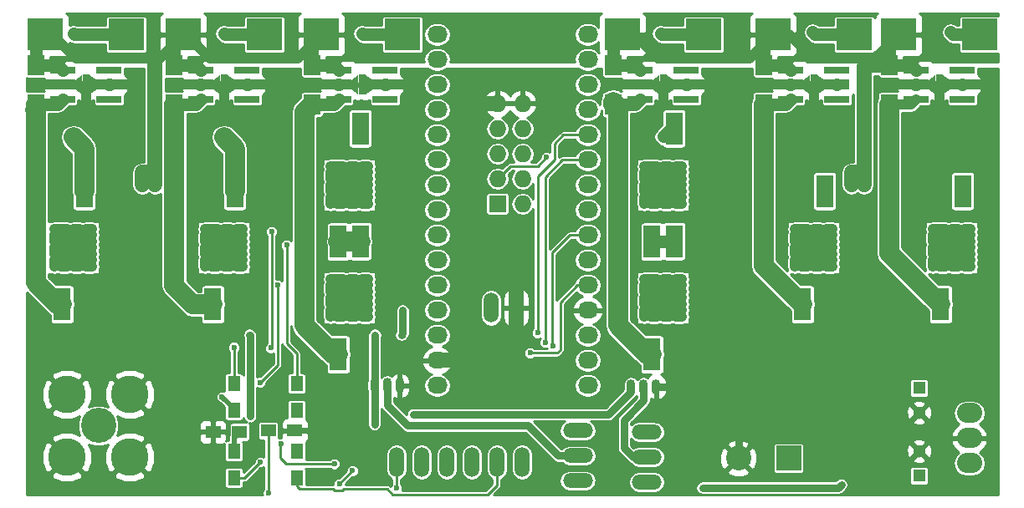
<source format=gbl>
G04 #@! TF.FileFunction,Copper,L2,Bot,Signal*
%FSLAX46Y46*%
G04 Gerber Fmt 4.6, Leading zero omitted, Abs format (unit mm)*
G04 Created by KiCad (PCBNEW 4.0.4+e1-6308~48~ubuntu14.04.1-stable) date Sun Sep  4 20:51:27 2016*
%MOMM*%
%LPD*%
G01*
G04 APERTURE LIST*
%ADD10C,0.100000*%
%ADD11R,3.600000X3.200000*%
%ADD12R,1.699260X3.299460*%
%ADD13R,1.727200X1.727200*%
%ADD14O,1.727200X1.727200*%
%ADD15O,1.506220X3.014980*%
%ADD16R,2.540000X2.540000*%
%ADD17C,2.540000*%
%ADD18R,1.300000X1.300000*%
%ADD19C,1.300000*%
%ADD20C,3.810000*%
%ADD21C,3.556000*%
%ADD22O,2.032000X1.727200*%
%ADD23R,1.700000X2.000000*%
%ADD24R,1.300000X1.500000*%
%ADD25R,1.500000X1.300000*%
%ADD26O,0.899160X1.501140*%
%ADD27O,2.540000X2.032000*%
%ADD28R,2.501900X0.701040*%
%ADD29R,2.501900X1.000760*%
%ADD30R,0.800100X1.998980*%
%ADD31O,3.014980X1.506220*%
%ADD32C,0.600000*%
%ADD33C,1.000000*%
%ADD34C,0.250000*%
%ADD35C,0.750000*%
%ADD36C,1.500000*%
%ADD37C,0.500000*%
%ADD38C,1.250000*%
%ADD39C,2.000000*%
%ADD40C,0.254000*%
G04 APERTURE END LIST*
D10*
D11*
X170470000Y-67310000D03*
X162270000Y-67310000D03*
X157770000Y-67310000D03*
X149570000Y-67310000D03*
X142530000Y-67310000D03*
X134330000Y-67310000D03*
X112050000Y-67310000D03*
X103850000Y-67310000D03*
X98080000Y-67310000D03*
X89880000Y-67310000D03*
X84110000Y-67310000D03*
X75910000Y-67310000D03*
D12*
X166517320Y-94648020D03*
X168762680Y-83151980D03*
X152547320Y-94648020D03*
X154792680Y-83151980D03*
X137307320Y-99728020D03*
X139552680Y-88231980D03*
X137307320Y-88298020D03*
X139552680Y-76801980D03*
X105557320Y-99728020D03*
X107802680Y-88231980D03*
X105557320Y-88298020D03*
X107802680Y-76801980D03*
X92857320Y-94648020D03*
X95102680Y-83151980D03*
X77617320Y-94648020D03*
X79862680Y-83151980D03*
D13*
X121666000Y-84455000D03*
D14*
X124206000Y-84455000D03*
X121666000Y-81915000D03*
X124206000Y-81915000D03*
X121666000Y-79375000D03*
X124206000Y-79375000D03*
X121666000Y-76835000D03*
X124206000Y-76835000D03*
X121666000Y-74295000D03*
X124206000Y-74295000D03*
D15*
X124142500Y-110617000D03*
X121602500Y-110617000D03*
X119062500Y-110617000D03*
X116522500Y-110617000D03*
X113982500Y-110617000D03*
X111442500Y-110617000D03*
D16*
X151130000Y-110236000D03*
D17*
X146050000Y-110236000D03*
D18*
X164338000Y-103124000D03*
D19*
X164338000Y-105624000D03*
D18*
X164338000Y-112014000D03*
D19*
X164338000Y-109514000D03*
D15*
X121031000Y-94996000D03*
X123571000Y-94996000D03*
D20*
X78105000Y-110109000D03*
D21*
X81280000Y-106934000D03*
D20*
X84455000Y-110109000D03*
X78105000Y-103759000D03*
X84455000Y-103759000D03*
D22*
X130810000Y-102870000D03*
X130810000Y-100330000D03*
X130810000Y-97790000D03*
X130810000Y-95250000D03*
X130810000Y-92710000D03*
X130810000Y-90170000D03*
X130810000Y-87630000D03*
X130810000Y-85090000D03*
X130810000Y-82550000D03*
X130810000Y-80010000D03*
X130810000Y-77470000D03*
X130810000Y-74930000D03*
X130810000Y-72390000D03*
X130810000Y-69850000D03*
X130810000Y-67310000D03*
X115570000Y-102870000D03*
X115570000Y-100330000D03*
X115570000Y-97790000D03*
X115570000Y-95250000D03*
X115570000Y-92710000D03*
X115570000Y-90170000D03*
X115570000Y-87630000D03*
X115570000Y-85090000D03*
X115570000Y-82550000D03*
X115570000Y-80010000D03*
X115570000Y-77470000D03*
X115570000Y-74930000D03*
X115570000Y-72390000D03*
X115570000Y-69850000D03*
X115570000Y-67310000D03*
D23*
X161290000Y-74390000D03*
X161290000Y-70390000D03*
X88900000Y-74390000D03*
X88900000Y-70390000D03*
X148590000Y-74390000D03*
X148590000Y-70390000D03*
X74930000Y-74390000D03*
X74930000Y-70390000D03*
X133350000Y-74390000D03*
X133350000Y-70390000D03*
X102870000Y-74390000D03*
X102870000Y-70390000D03*
D24*
X94996000Y-102663000D03*
X94996000Y-105363000D03*
X94996000Y-112221000D03*
X94996000Y-109521000D03*
D25*
X95584000Y-107569000D03*
X92884000Y-107569000D03*
D24*
X101346000Y-112221000D03*
X101346000Y-109521000D03*
D25*
X98472000Y-107442000D03*
X101172000Y-107442000D03*
D24*
X101346000Y-102663000D03*
X101346000Y-105363000D03*
D26*
X110490000Y-102870000D03*
X109220000Y-102870000D03*
X111760000Y-102870000D03*
X136461500Y-102997000D03*
X135191500Y-102997000D03*
X137731500Y-102997000D03*
D27*
X169418000Y-108204000D03*
X169418000Y-110744000D03*
X169418000Y-105664000D03*
D10*
G36*
X165268910Y-71889620D02*
X166018210Y-71389240D01*
X166018210Y-73390760D01*
X165268910Y-72890380D01*
X165268910Y-71889620D01*
X165268910Y-71889620D01*
G37*
D28*
X164017960Y-70888860D03*
X164017960Y-73891140D03*
X168722040Y-70888860D03*
D29*
X168722040Y-72390000D03*
D28*
X168722040Y-73891140D03*
D29*
X164017960Y-72390000D03*
D10*
G36*
X167471090Y-72890380D02*
X166721790Y-73390760D01*
X166721790Y-71389240D01*
X167471090Y-71889620D01*
X167471090Y-72890380D01*
X167471090Y-72890380D01*
G37*
D30*
X166370000Y-72390000D03*
D10*
G36*
X92878910Y-71889620D02*
X93628210Y-71389240D01*
X93628210Y-73390760D01*
X92878910Y-72890380D01*
X92878910Y-71889620D01*
X92878910Y-71889620D01*
G37*
D28*
X91627960Y-70888860D03*
X91627960Y-73891140D03*
X96332040Y-70888860D03*
D29*
X96332040Y-72390000D03*
D28*
X96332040Y-73891140D03*
D29*
X91627960Y-72390000D03*
D10*
G36*
X95081090Y-72890380D02*
X94331790Y-73390760D01*
X94331790Y-71389240D01*
X95081090Y-71889620D01*
X95081090Y-72890380D01*
X95081090Y-72890380D01*
G37*
D30*
X93980000Y-72390000D03*
D10*
G36*
X152568910Y-71889620D02*
X153318210Y-71389240D01*
X153318210Y-73390760D01*
X152568910Y-72890380D01*
X152568910Y-71889620D01*
X152568910Y-71889620D01*
G37*
D28*
X151317960Y-70888860D03*
X151317960Y-73891140D03*
X156022040Y-70888860D03*
D29*
X156022040Y-72390000D03*
D28*
X156022040Y-73891140D03*
D29*
X151317960Y-72390000D03*
D10*
G36*
X154771090Y-72890380D02*
X154021790Y-73390760D01*
X154021790Y-71389240D01*
X154771090Y-71889620D01*
X154771090Y-72890380D01*
X154771090Y-72890380D01*
G37*
D30*
X153670000Y-72390000D03*
D10*
G36*
X78908910Y-71889620D02*
X79658210Y-71389240D01*
X79658210Y-73390760D01*
X78908910Y-72890380D01*
X78908910Y-71889620D01*
X78908910Y-71889620D01*
G37*
D28*
X77657960Y-70888860D03*
X77657960Y-73891140D03*
X82362040Y-70888860D03*
D29*
X82362040Y-72390000D03*
D28*
X82362040Y-73891140D03*
D29*
X77657960Y-72390000D03*
D10*
G36*
X81111090Y-72890380D02*
X80361790Y-73390760D01*
X80361790Y-71389240D01*
X81111090Y-71889620D01*
X81111090Y-72890380D01*
X81111090Y-72890380D01*
G37*
D30*
X80010000Y-72390000D03*
D10*
G36*
X137328910Y-71889620D02*
X138078210Y-71389240D01*
X138078210Y-73390760D01*
X137328910Y-72890380D01*
X137328910Y-71889620D01*
X137328910Y-71889620D01*
G37*
D28*
X136077960Y-70888860D03*
X136077960Y-73891140D03*
X140782040Y-70888860D03*
D29*
X140782040Y-72390000D03*
D28*
X140782040Y-73891140D03*
D29*
X136077960Y-72390000D03*
D10*
G36*
X139531090Y-72890380D02*
X138781790Y-73390760D01*
X138781790Y-71389240D01*
X139531090Y-71889620D01*
X139531090Y-72890380D01*
X139531090Y-72890380D01*
G37*
D30*
X138430000Y-72390000D03*
D10*
G36*
X106848910Y-71889620D02*
X107598210Y-71389240D01*
X107598210Y-73390760D01*
X106848910Y-72890380D01*
X106848910Y-71889620D01*
X106848910Y-71889620D01*
G37*
D28*
X105597960Y-70888860D03*
X105597960Y-73891140D03*
X110302040Y-70888860D03*
D29*
X110302040Y-72390000D03*
D28*
X110302040Y-73891140D03*
D29*
X105597960Y-72390000D03*
D10*
G36*
X109051090Y-72890380D02*
X108301790Y-73390760D01*
X108301790Y-71389240D01*
X109051090Y-71889620D01*
X109051090Y-72890380D01*
X109051090Y-72890380D01*
G37*
D30*
X107950000Y-72390000D03*
D31*
X129794000Y-107442000D03*
X129794000Y-109982000D03*
X129794000Y-112522000D03*
X136779000Y-107569000D03*
X136779000Y-110109000D03*
X136779000Y-112649000D03*
D32*
X108585000Y-95885000D03*
X106045000Y-92075000D03*
X106680000Y-92075000D03*
X107315000Y-92075000D03*
X107950000Y-92075000D03*
X108585000Y-92075000D03*
X108585000Y-92710000D03*
X107950000Y-92710000D03*
X107315000Y-92710000D03*
X106680000Y-92710000D03*
X106045000Y-92710000D03*
X105410000Y-92710000D03*
X104775000Y-92710000D03*
X107950000Y-95885000D03*
X107315000Y-95885000D03*
X106680000Y-95885000D03*
X106045000Y-95885000D03*
X105410000Y-95885000D03*
X104775000Y-95885000D03*
X104775000Y-95250000D03*
X105410000Y-95250000D03*
X106045000Y-95250000D03*
X106680000Y-95250000D03*
X107315000Y-95250000D03*
X107950000Y-95250000D03*
X108585000Y-95250000D03*
X108585000Y-94615000D03*
X107950000Y-94615000D03*
X107315000Y-94615000D03*
X106680000Y-94615000D03*
X106045000Y-94615000D03*
X105410000Y-94615000D03*
X104775000Y-94615000D03*
X104775000Y-93980000D03*
X105410000Y-93980000D03*
X106045000Y-93980000D03*
X106680000Y-93980000D03*
X107315000Y-93980000D03*
X107950000Y-93980000D03*
X108585000Y-93980000D03*
X108585000Y-93345000D03*
X107950000Y-93345000D03*
X107315000Y-93345000D03*
X106680000Y-93345000D03*
X106045000Y-93345000D03*
X105410000Y-93345000D03*
X104775000Y-93345000D03*
X104775000Y-92075000D03*
X105410000Y-92075000D03*
X169545000Y-90805000D03*
X167005000Y-86995000D03*
X167640000Y-86995000D03*
X168275000Y-86995000D03*
X168910000Y-86995000D03*
X169545000Y-86995000D03*
X169545000Y-87630000D03*
X168910000Y-87630000D03*
X168275000Y-87630000D03*
X167640000Y-87630000D03*
X167005000Y-87630000D03*
X166370000Y-87630000D03*
X165735000Y-87630000D03*
X168910000Y-90805000D03*
X168275000Y-90805000D03*
X167640000Y-90805000D03*
X167005000Y-90805000D03*
X166370000Y-90805000D03*
X165735000Y-90805000D03*
X165735000Y-90170000D03*
X166370000Y-90170000D03*
X167005000Y-90170000D03*
X167640000Y-90170000D03*
X168275000Y-90170000D03*
X168910000Y-90170000D03*
X169545000Y-90170000D03*
X169545000Y-89535000D03*
X168910000Y-89535000D03*
X168275000Y-89535000D03*
X167640000Y-89535000D03*
X167005000Y-89535000D03*
X166370000Y-89535000D03*
X165735000Y-89535000D03*
X165735000Y-88900000D03*
X166370000Y-88900000D03*
X167005000Y-88900000D03*
X167640000Y-88900000D03*
X168275000Y-88900000D03*
X168910000Y-88900000D03*
X169545000Y-88900000D03*
X169545000Y-88265000D03*
X168910000Y-88265000D03*
X168275000Y-88265000D03*
X167640000Y-88265000D03*
X167005000Y-88265000D03*
X166370000Y-88265000D03*
X165735000Y-88265000D03*
X165735000Y-86995000D03*
X166370000Y-86995000D03*
X152400000Y-86995000D03*
X151765000Y-86995000D03*
X151765000Y-88265000D03*
X152400000Y-88265000D03*
X153035000Y-88265000D03*
X153670000Y-88265000D03*
X154305000Y-88265000D03*
X154940000Y-88265000D03*
X155575000Y-88265000D03*
X155575000Y-88900000D03*
X154940000Y-88900000D03*
X154305000Y-88900000D03*
X153670000Y-88900000D03*
X153035000Y-88900000D03*
X152400000Y-88900000D03*
X151765000Y-88900000D03*
X151765000Y-89535000D03*
X152400000Y-89535000D03*
X153035000Y-89535000D03*
X153670000Y-89535000D03*
X154305000Y-89535000D03*
X154940000Y-89535000D03*
X155575000Y-89535000D03*
X155575000Y-90170000D03*
X154940000Y-90170000D03*
X154305000Y-90170000D03*
X153670000Y-90170000D03*
X153035000Y-90170000D03*
X152400000Y-90170000D03*
X151765000Y-90170000D03*
X151765000Y-90805000D03*
X152400000Y-90805000D03*
X153035000Y-90805000D03*
X153670000Y-90805000D03*
X154305000Y-90805000D03*
X154940000Y-90805000D03*
X151765000Y-87630000D03*
X152400000Y-87630000D03*
X153035000Y-87630000D03*
X153670000Y-87630000D03*
X154305000Y-87630000D03*
X154940000Y-87630000D03*
X155575000Y-87630000D03*
X155575000Y-86995000D03*
X154940000Y-86995000D03*
X154305000Y-86995000D03*
X153670000Y-86995000D03*
X153035000Y-86995000D03*
X155575000Y-90805000D03*
X140335000Y-95885000D03*
X137795000Y-92075000D03*
X138430000Y-92075000D03*
X139065000Y-92075000D03*
X139700000Y-92075000D03*
X140335000Y-92075000D03*
X140335000Y-92710000D03*
X139700000Y-92710000D03*
X139065000Y-92710000D03*
X138430000Y-92710000D03*
X137795000Y-92710000D03*
X137160000Y-92710000D03*
X136525000Y-92710000D03*
X139700000Y-95885000D03*
X139065000Y-95885000D03*
X138430000Y-95885000D03*
X137795000Y-95885000D03*
X137160000Y-95885000D03*
X136525000Y-95885000D03*
X136525000Y-95250000D03*
X137160000Y-95250000D03*
X137795000Y-95250000D03*
X138430000Y-95250000D03*
X139065000Y-95250000D03*
X139700000Y-95250000D03*
X140335000Y-95250000D03*
X140335000Y-94615000D03*
X139700000Y-94615000D03*
X139065000Y-94615000D03*
X138430000Y-94615000D03*
X137795000Y-94615000D03*
X137160000Y-94615000D03*
X136525000Y-94615000D03*
X136525000Y-93980000D03*
X137160000Y-93980000D03*
X137795000Y-93980000D03*
X138430000Y-93980000D03*
X139065000Y-93980000D03*
X139700000Y-93980000D03*
X140335000Y-93980000D03*
X140335000Y-93345000D03*
X139700000Y-93345000D03*
X139065000Y-93345000D03*
X138430000Y-93345000D03*
X137795000Y-93345000D03*
X137160000Y-93345000D03*
X136525000Y-93345000D03*
X136525000Y-92075000D03*
X137160000Y-92075000D03*
X137160000Y-80645000D03*
X136525000Y-80645000D03*
X136525000Y-81915000D03*
X137160000Y-81915000D03*
X137795000Y-81915000D03*
X138430000Y-81915000D03*
X139065000Y-81915000D03*
X139700000Y-81915000D03*
X140335000Y-81915000D03*
X140335000Y-82550000D03*
X139700000Y-82550000D03*
X139065000Y-82550000D03*
X138430000Y-82550000D03*
X137795000Y-82550000D03*
X137160000Y-82550000D03*
X136525000Y-82550000D03*
X136525000Y-83185000D03*
X137160000Y-83185000D03*
X137795000Y-83185000D03*
X138430000Y-83185000D03*
X139065000Y-83185000D03*
X139700000Y-83185000D03*
X140335000Y-83185000D03*
X140335000Y-83820000D03*
X139700000Y-83820000D03*
X139065000Y-83820000D03*
X138430000Y-83820000D03*
X137795000Y-83820000D03*
X137160000Y-83820000D03*
X136525000Y-83820000D03*
X136525000Y-84455000D03*
X137160000Y-84455000D03*
X137795000Y-84455000D03*
X138430000Y-84455000D03*
X139065000Y-84455000D03*
X139700000Y-84455000D03*
X136525000Y-81280000D03*
X137160000Y-81280000D03*
X137795000Y-81280000D03*
X138430000Y-81280000D03*
X139065000Y-81280000D03*
X139700000Y-81280000D03*
X140335000Y-81280000D03*
X140335000Y-80645000D03*
X139700000Y-80645000D03*
X139065000Y-80645000D03*
X138430000Y-80645000D03*
X137795000Y-80645000D03*
X140335000Y-84455000D03*
X108585000Y-84455000D03*
X106045000Y-80645000D03*
X106680000Y-80645000D03*
X107315000Y-80645000D03*
X107950000Y-80645000D03*
X108585000Y-80645000D03*
X108585000Y-81280000D03*
X107950000Y-81280000D03*
X107315000Y-81280000D03*
X106680000Y-81280000D03*
X106045000Y-81280000D03*
X105410000Y-81280000D03*
X104775000Y-81280000D03*
X107950000Y-84455000D03*
X107315000Y-84455000D03*
X106680000Y-84455000D03*
X106045000Y-84455000D03*
X105410000Y-84455000D03*
X104775000Y-84455000D03*
X104775000Y-83820000D03*
X105410000Y-83820000D03*
X106045000Y-83820000D03*
X106680000Y-83820000D03*
X107315000Y-83820000D03*
X107950000Y-83820000D03*
X108585000Y-83820000D03*
X108585000Y-83185000D03*
X107950000Y-83185000D03*
X107315000Y-83185000D03*
X106680000Y-83185000D03*
X106045000Y-83185000D03*
X105410000Y-83185000D03*
X104775000Y-83185000D03*
X104775000Y-82550000D03*
X105410000Y-82550000D03*
X106045000Y-82550000D03*
X106680000Y-82550000D03*
X107315000Y-82550000D03*
X107950000Y-82550000D03*
X108585000Y-82550000D03*
X108585000Y-81915000D03*
X107950000Y-81915000D03*
X107315000Y-81915000D03*
X106680000Y-81915000D03*
X106045000Y-81915000D03*
X105410000Y-81915000D03*
X104775000Y-81915000D03*
X104775000Y-80645000D03*
X105410000Y-80645000D03*
X92710000Y-86995000D03*
X92075000Y-86995000D03*
X92075000Y-88265000D03*
X92710000Y-88265000D03*
X93345000Y-88265000D03*
X93980000Y-88265000D03*
X94615000Y-88265000D03*
X95250000Y-88265000D03*
X95885000Y-88265000D03*
X95885000Y-88900000D03*
X95250000Y-88900000D03*
X94615000Y-88900000D03*
X93980000Y-88900000D03*
X93345000Y-88900000D03*
X92710000Y-88900000D03*
X92075000Y-88900000D03*
X92075000Y-89535000D03*
X92710000Y-89535000D03*
X93345000Y-89535000D03*
X93980000Y-89535000D03*
X94615000Y-89535000D03*
X95250000Y-89535000D03*
X95885000Y-89535000D03*
X95885000Y-90170000D03*
X95250000Y-90170000D03*
X94615000Y-90170000D03*
X93980000Y-90170000D03*
X93345000Y-90170000D03*
X92710000Y-90170000D03*
X92075000Y-90170000D03*
X92075000Y-90805000D03*
X92710000Y-90805000D03*
X93345000Y-90805000D03*
X93980000Y-90805000D03*
X94615000Y-90805000D03*
X95250000Y-90805000D03*
X92075000Y-87630000D03*
X92710000Y-87630000D03*
X93345000Y-87630000D03*
X93980000Y-87630000D03*
X94615000Y-87630000D03*
X95250000Y-87630000D03*
X95885000Y-87630000D03*
X95885000Y-86995000D03*
X95250000Y-86995000D03*
X94615000Y-86995000D03*
X93980000Y-86995000D03*
X93345000Y-86995000D03*
X95885000Y-90805000D03*
X80645000Y-90805000D03*
X78105000Y-86995000D03*
X78740000Y-86995000D03*
X79375000Y-86995000D03*
X80010000Y-86995000D03*
X80645000Y-86995000D03*
X80645000Y-87630000D03*
X80010000Y-87630000D03*
X79375000Y-87630000D03*
X78740000Y-87630000D03*
X78105000Y-87630000D03*
X77470000Y-87630000D03*
X76835000Y-87630000D03*
X80010000Y-90805000D03*
X79375000Y-90805000D03*
X78740000Y-90805000D03*
X78105000Y-90805000D03*
X77470000Y-90805000D03*
X76835000Y-90805000D03*
X76835000Y-90170000D03*
X77470000Y-90170000D03*
X78105000Y-90170000D03*
X78740000Y-90170000D03*
X79375000Y-90170000D03*
X80010000Y-90170000D03*
X80645000Y-90170000D03*
X80645000Y-89535000D03*
X80010000Y-89535000D03*
X79375000Y-89535000D03*
X78740000Y-89535000D03*
X78105000Y-89535000D03*
X77470000Y-89535000D03*
X76835000Y-89535000D03*
X76835000Y-88900000D03*
X77470000Y-88900000D03*
X78105000Y-88900000D03*
X78740000Y-88900000D03*
X79375000Y-88900000D03*
X80010000Y-88900000D03*
X80645000Y-88900000D03*
X80645000Y-88265000D03*
X80010000Y-88265000D03*
X79375000Y-88265000D03*
X78740000Y-88265000D03*
X78105000Y-88265000D03*
X77470000Y-88265000D03*
X76835000Y-88265000D03*
X76835000Y-86995000D03*
X77470000Y-86995000D03*
X103822500Y-101028500D03*
X136077960Y-72390000D03*
X92837000Y-112268000D03*
X92964000Y-102616000D03*
X103806000Y-107442000D03*
X110363000Y-72390000D03*
X105537000Y-72390000D03*
X96393000Y-72390000D03*
X91567000Y-72390000D03*
X77657960Y-72390000D03*
X82423000Y-72390000D03*
X168656000Y-72390000D03*
X163957000Y-72390000D03*
X155956000Y-72390000D03*
X151257000Y-72390000D03*
X140843000Y-72390000D03*
X124968000Y-99568000D03*
X168656000Y-73850500D03*
X126619000Y-79756000D03*
X127317500Y-98869500D03*
X82359500Y-73914000D03*
X156019500Y-73914000D03*
X126492000Y-98488500D03*
X125730000Y-97536000D03*
X96329500Y-73914000D03*
X140716000Y-73914000D03*
X110299500Y-73914000D03*
X142430500Y-113220500D03*
X156464000Y-112903000D03*
X113157000Y-105791000D03*
X109220000Y-106807000D03*
X96647000Y-105981500D03*
X96583500Y-97726500D03*
X112077500Y-95250000D03*
X111950500Y-97726500D03*
X109283500Y-97726500D03*
X98806000Y-87249000D03*
X98742500Y-99060000D03*
X94996000Y-98996500D03*
X94996000Y-102616000D03*
X158750000Y-82550000D03*
X158750000Y-81280000D03*
X157480000Y-82550000D03*
X157480000Y-81280000D03*
X86995000Y-81280000D03*
X86995000Y-82550000D03*
X85725000Y-81280000D03*
X85725000Y-82550000D03*
X168722040Y-70888860D03*
X167513000Y-67056000D03*
X96332040Y-70939998D03*
X93980000Y-67183000D03*
X156022040Y-70939998D03*
X153543000Y-67056000D03*
X82362040Y-70888860D03*
X78740000Y-67183000D03*
X140782040Y-70888860D03*
X138176000Y-67183000D03*
X110302040Y-70888860D03*
X107950000Y-67183000D03*
X93789500Y-104013000D03*
X106997500Y-111506000D03*
X105664000Y-112839500D03*
X94996000Y-109982000D03*
X105156000Y-110807500D03*
X99758500Y-108775500D03*
X101346000Y-109982000D03*
X111442500Y-113284000D03*
X98488500Y-113728500D03*
X98298000Y-107442000D03*
X101346000Y-104902000D03*
X168762680Y-83151980D03*
X93980000Y-77724000D03*
X154792680Y-83151980D03*
X78740000Y-77724000D03*
X138430000Y-77640180D03*
X107950000Y-77640180D03*
X97663000Y-110617000D03*
X97663000Y-102552500D03*
X99441000Y-92710000D03*
X94996000Y-112395000D03*
X101346000Y-112395000D03*
X100330000Y-88646000D03*
X101346000Y-102616000D03*
D33*
X104775000Y-92710000D02*
X104775000Y-93345000D01*
X105410000Y-92075000D02*
X106045000Y-92075000D01*
X106680000Y-92075000D02*
X107315000Y-92075000D01*
X107950000Y-92075000D02*
X108585000Y-92075000D01*
X108585000Y-92710000D02*
X107950000Y-92710000D01*
X107315000Y-92710000D02*
X106680000Y-92710000D01*
X106045000Y-92710000D02*
X105410000Y-92710000D01*
X108585000Y-95885000D02*
X107950000Y-95885000D01*
X106680000Y-95885000D02*
X107315000Y-95885000D01*
X105410000Y-95885000D02*
X106045000Y-95885000D01*
X104775000Y-95250000D02*
X104775000Y-95885000D01*
X106045000Y-95250000D02*
X105410000Y-95250000D01*
X107315000Y-95250000D02*
X106680000Y-95250000D01*
X108585000Y-95250000D02*
X107950000Y-95250000D01*
X107950000Y-94615000D02*
X108585000Y-94615000D01*
X106680000Y-94615000D02*
X107315000Y-94615000D01*
X105410000Y-94615000D02*
X106045000Y-94615000D01*
X104775000Y-93980000D02*
X104775000Y-94615000D01*
X106045000Y-93980000D02*
X105410000Y-93980000D01*
X107315000Y-93980000D02*
X106680000Y-93980000D01*
X108585000Y-93980000D02*
X107950000Y-93980000D01*
X107950000Y-93345000D02*
X108585000Y-93345000D01*
X106680000Y-93345000D02*
X107315000Y-93345000D01*
X105410000Y-93345000D02*
X106045000Y-93345000D01*
X105410000Y-92075000D02*
X104775000Y-92075000D01*
X165735000Y-87630000D02*
X165735000Y-88265000D01*
X166370000Y-86995000D02*
X167005000Y-86995000D01*
X167640000Y-86995000D02*
X168275000Y-86995000D01*
X168910000Y-86995000D02*
X169545000Y-86995000D01*
X169545000Y-87630000D02*
X168910000Y-87630000D01*
X168275000Y-87630000D02*
X167640000Y-87630000D01*
X167005000Y-87630000D02*
X166370000Y-87630000D01*
X169545000Y-90805000D02*
X168910000Y-90805000D01*
X167640000Y-90805000D02*
X168275000Y-90805000D01*
X166370000Y-90805000D02*
X167005000Y-90805000D01*
X165735000Y-90170000D02*
X165735000Y-90805000D01*
X167005000Y-90170000D02*
X166370000Y-90170000D01*
X168275000Y-90170000D02*
X167640000Y-90170000D01*
X169545000Y-90170000D02*
X168910000Y-90170000D01*
X168910000Y-89535000D02*
X169545000Y-89535000D01*
X167640000Y-89535000D02*
X168275000Y-89535000D01*
X166370000Y-89535000D02*
X167005000Y-89535000D01*
X165735000Y-88900000D02*
X165735000Y-89535000D01*
X167005000Y-88900000D02*
X166370000Y-88900000D01*
X168275000Y-88900000D02*
X167640000Y-88900000D01*
X169545000Y-88900000D02*
X168910000Y-88900000D01*
X168910000Y-88265000D02*
X169545000Y-88265000D01*
X167640000Y-88265000D02*
X168275000Y-88265000D01*
X166370000Y-88265000D02*
X167005000Y-88265000D01*
X166370000Y-86995000D02*
X165735000Y-86995000D01*
X152400000Y-86995000D02*
X151765000Y-86995000D01*
X152400000Y-88265000D02*
X153035000Y-88265000D01*
X153670000Y-88265000D02*
X154305000Y-88265000D01*
X154940000Y-88265000D02*
X155575000Y-88265000D01*
X155575000Y-88900000D02*
X154940000Y-88900000D01*
X154305000Y-88900000D02*
X153670000Y-88900000D01*
X153035000Y-88900000D02*
X152400000Y-88900000D01*
X151765000Y-88900000D02*
X151765000Y-89535000D01*
X152400000Y-89535000D02*
X153035000Y-89535000D01*
X153670000Y-89535000D02*
X154305000Y-89535000D01*
X154940000Y-89535000D02*
X155575000Y-89535000D01*
X155575000Y-90170000D02*
X154940000Y-90170000D01*
X154305000Y-90170000D02*
X153670000Y-90170000D01*
X153035000Y-90170000D02*
X152400000Y-90170000D01*
X151765000Y-90170000D02*
X151765000Y-90805000D01*
X152400000Y-90805000D02*
X153035000Y-90805000D01*
X153670000Y-90805000D02*
X154305000Y-90805000D01*
X155575000Y-90805000D02*
X154940000Y-90805000D01*
X153035000Y-87630000D02*
X152400000Y-87630000D01*
X154305000Y-87630000D02*
X153670000Y-87630000D01*
X155575000Y-87630000D02*
X154940000Y-87630000D01*
X154940000Y-86995000D02*
X155575000Y-86995000D01*
X153670000Y-86995000D02*
X154305000Y-86995000D01*
X152400000Y-86995000D02*
X153035000Y-86995000D01*
X151765000Y-87630000D02*
X151765000Y-88265000D01*
X136525000Y-92710000D02*
X136525000Y-93345000D01*
X137160000Y-92075000D02*
X137795000Y-92075000D01*
X138430000Y-92075000D02*
X139065000Y-92075000D01*
X139700000Y-92075000D02*
X140335000Y-92075000D01*
X140335000Y-92710000D02*
X139700000Y-92710000D01*
X139065000Y-92710000D02*
X138430000Y-92710000D01*
X137795000Y-92710000D02*
X137160000Y-92710000D01*
X140335000Y-95885000D02*
X139700000Y-95885000D01*
X138430000Y-95885000D02*
X139065000Y-95885000D01*
X137160000Y-95885000D02*
X137795000Y-95885000D01*
X136525000Y-95250000D02*
X136525000Y-95885000D01*
X137795000Y-95250000D02*
X137160000Y-95250000D01*
X139065000Y-95250000D02*
X138430000Y-95250000D01*
X140335000Y-95250000D02*
X139700000Y-95250000D01*
X139700000Y-94615000D02*
X140335000Y-94615000D01*
X138430000Y-94615000D02*
X139065000Y-94615000D01*
X137160000Y-94615000D02*
X137795000Y-94615000D01*
X136525000Y-93980000D02*
X136525000Y-94615000D01*
X137795000Y-93980000D02*
X137160000Y-93980000D01*
X139065000Y-93980000D02*
X138430000Y-93980000D01*
X140335000Y-93980000D02*
X139700000Y-93980000D01*
X139700000Y-93345000D02*
X140335000Y-93345000D01*
X138430000Y-93345000D02*
X139065000Y-93345000D01*
X137160000Y-93345000D02*
X137795000Y-93345000D01*
X137160000Y-92075000D02*
X136525000Y-92075000D01*
X137160000Y-80645000D02*
X136525000Y-80645000D01*
X137160000Y-81915000D02*
X137795000Y-81915000D01*
X138430000Y-81915000D02*
X139065000Y-81915000D01*
X139700000Y-81915000D02*
X140335000Y-81915000D01*
X140335000Y-82550000D02*
X139700000Y-82550000D01*
X139065000Y-82550000D02*
X138430000Y-82550000D01*
X137795000Y-82550000D02*
X137160000Y-82550000D01*
X136525000Y-82550000D02*
X136525000Y-83185000D01*
X137160000Y-83185000D02*
X137795000Y-83185000D01*
X138430000Y-83185000D02*
X139065000Y-83185000D01*
X139700000Y-83185000D02*
X140335000Y-83185000D01*
X140335000Y-83820000D02*
X139700000Y-83820000D01*
X139065000Y-83820000D02*
X138430000Y-83820000D01*
X137795000Y-83820000D02*
X137160000Y-83820000D01*
X136525000Y-83820000D02*
X136525000Y-84455000D01*
X137160000Y-84455000D02*
X137795000Y-84455000D01*
X138430000Y-84455000D02*
X139065000Y-84455000D01*
X140335000Y-84455000D02*
X139700000Y-84455000D01*
X137795000Y-81280000D02*
X137160000Y-81280000D01*
X139065000Y-81280000D02*
X138430000Y-81280000D01*
X140335000Y-81280000D02*
X139700000Y-81280000D01*
X139700000Y-80645000D02*
X140335000Y-80645000D01*
X138430000Y-80645000D02*
X139065000Y-80645000D01*
X137160000Y-80645000D02*
X137795000Y-80645000D01*
X136525000Y-81280000D02*
X136525000Y-81915000D01*
X104775000Y-81280000D02*
X104775000Y-81915000D01*
X105410000Y-80645000D02*
X106045000Y-80645000D01*
X106680000Y-80645000D02*
X107315000Y-80645000D01*
X107950000Y-80645000D02*
X108585000Y-80645000D01*
X108585000Y-81280000D02*
X107950000Y-81280000D01*
X107315000Y-81280000D02*
X106680000Y-81280000D01*
X106045000Y-81280000D02*
X105410000Y-81280000D01*
X108585000Y-84455000D02*
X107950000Y-84455000D01*
X106680000Y-84455000D02*
X107315000Y-84455000D01*
X105410000Y-84455000D02*
X106045000Y-84455000D01*
X104775000Y-83820000D02*
X104775000Y-84455000D01*
X106045000Y-83820000D02*
X105410000Y-83820000D01*
X107315000Y-83820000D02*
X106680000Y-83820000D01*
X108585000Y-83820000D02*
X107950000Y-83820000D01*
X107950000Y-83185000D02*
X108585000Y-83185000D01*
X106680000Y-83185000D02*
X107315000Y-83185000D01*
X105410000Y-83185000D02*
X106045000Y-83185000D01*
X104775000Y-82550000D02*
X104775000Y-83185000D01*
X106045000Y-82550000D02*
X105410000Y-82550000D01*
X107315000Y-82550000D02*
X106680000Y-82550000D01*
X108585000Y-82550000D02*
X107950000Y-82550000D01*
X107950000Y-81915000D02*
X108585000Y-81915000D01*
X106680000Y-81915000D02*
X107315000Y-81915000D01*
X105410000Y-81915000D02*
X106045000Y-81915000D01*
X105410000Y-80645000D02*
X104775000Y-80645000D01*
X92710000Y-86995000D02*
X92075000Y-86995000D01*
X92710000Y-88265000D02*
X93345000Y-88265000D01*
X93980000Y-88265000D02*
X94615000Y-88265000D01*
X95250000Y-88265000D02*
X95885000Y-88265000D01*
X95885000Y-88900000D02*
X95250000Y-88900000D01*
X94615000Y-88900000D02*
X93980000Y-88900000D01*
X93345000Y-88900000D02*
X92710000Y-88900000D01*
X92075000Y-88900000D02*
X92075000Y-89535000D01*
X92710000Y-89535000D02*
X93345000Y-89535000D01*
X93980000Y-89535000D02*
X94615000Y-89535000D01*
X95250000Y-89535000D02*
X95885000Y-89535000D01*
X95885000Y-90170000D02*
X95250000Y-90170000D01*
X94615000Y-90170000D02*
X93980000Y-90170000D01*
X93345000Y-90170000D02*
X92710000Y-90170000D01*
X92075000Y-90170000D02*
X92075000Y-90805000D01*
X92710000Y-90805000D02*
X93345000Y-90805000D01*
X93980000Y-90805000D02*
X94615000Y-90805000D01*
X95885000Y-90805000D02*
X95250000Y-90805000D01*
X93345000Y-87630000D02*
X92710000Y-87630000D01*
X94615000Y-87630000D02*
X93980000Y-87630000D01*
X95885000Y-87630000D02*
X95250000Y-87630000D01*
X95250000Y-86995000D02*
X95885000Y-86995000D01*
X93980000Y-86995000D02*
X94615000Y-86995000D01*
X92710000Y-86995000D02*
X93345000Y-86995000D01*
X92075000Y-87630000D02*
X92075000Y-88265000D01*
X76835000Y-87630000D02*
X76835000Y-88265000D01*
X77470000Y-86995000D02*
X78105000Y-86995000D01*
X78740000Y-86995000D02*
X79375000Y-86995000D01*
X80010000Y-86995000D02*
X80645000Y-86995000D01*
X80645000Y-87630000D02*
X80010000Y-87630000D01*
X79375000Y-87630000D02*
X78740000Y-87630000D01*
X78105000Y-87630000D02*
X77470000Y-87630000D01*
X80645000Y-90805000D02*
X80010000Y-90805000D01*
X78740000Y-90805000D02*
X79375000Y-90805000D01*
X77470000Y-90805000D02*
X78105000Y-90805000D01*
X76835000Y-90170000D02*
X76835000Y-90805000D01*
X78105000Y-90170000D02*
X77470000Y-90170000D01*
X79375000Y-90170000D02*
X78740000Y-90170000D01*
X80645000Y-90170000D02*
X80010000Y-90170000D01*
X80010000Y-89535000D02*
X80645000Y-89535000D01*
X78740000Y-89535000D02*
X79375000Y-89535000D01*
X77470000Y-89535000D02*
X78105000Y-89535000D01*
X76835000Y-88900000D02*
X76835000Y-89535000D01*
X78105000Y-88900000D02*
X77470000Y-88900000D01*
X79375000Y-88900000D02*
X78740000Y-88900000D01*
X80645000Y-88900000D02*
X80010000Y-88900000D01*
X80010000Y-88265000D02*
X80645000Y-88265000D01*
X78740000Y-88265000D02*
X79375000Y-88265000D01*
X77470000Y-88265000D02*
X78105000Y-88265000D01*
X77470000Y-86995000D02*
X76835000Y-86995000D01*
X166370000Y-72390000D02*
X166370000Y-74485500D01*
X166370000Y-74485500D02*
X166497000Y-74612500D01*
X168722040Y-72390000D02*
X171259500Y-72390000D01*
X164017960Y-72390000D02*
X161798000Y-72390000D01*
X153670000Y-72390000D02*
X153670000Y-75057000D01*
X151317960Y-72390000D02*
X148844000Y-72390000D01*
X148844000Y-72390000D02*
X148780500Y-72453500D01*
X140782040Y-72390000D02*
X143700500Y-72390000D01*
X143700500Y-72390000D02*
X143827500Y-72517000D01*
X136077960Y-72390000D02*
X133286500Y-72390000D01*
X138430000Y-72390000D02*
X138430000Y-74231500D01*
X138430000Y-74231500D02*
X138303000Y-74358500D01*
X110302040Y-72390000D02*
X112966500Y-72390000D01*
X105597960Y-72390000D02*
X103060500Y-72390000D01*
X93980000Y-72390000D02*
X93980000Y-74739500D01*
X93980000Y-74739500D02*
X93916500Y-74803000D01*
X96332040Y-72390000D02*
X99123500Y-72390000D01*
X99123500Y-72390000D02*
X99250500Y-72517000D01*
X91627960Y-72390000D02*
X88519000Y-72390000D01*
X80010000Y-72390000D02*
X80010000Y-74612500D01*
X80010000Y-74612500D02*
X79946500Y-74676000D01*
X82362040Y-72390000D02*
X85280500Y-72390000D01*
X77657960Y-72390000D02*
X75057000Y-72390000D01*
D34*
X164017960Y-72390000D02*
X167096440Y-72390000D01*
X164017960Y-72390000D02*
X166370000Y-72390000D01*
X164017960Y-72390000D02*
X165643560Y-72390000D01*
X151317960Y-72390000D02*
X154396440Y-72390000D01*
X151317960Y-72390000D02*
X153670000Y-72390000D01*
X151317960Y-72390000D02*
X152943560Y-72390000D01*
X136077960Y-72390000D02*
X139156440Y-72390000D01*
X136077960Y-72390000D02*
X138430000Y-72390000D01*
X136077960Y-72390000D02*
X137703560Y-72390000D01*
X105597960Y-72390000D02*
X108676440Y-72390000D01*
X105597960Y-72390000D02*
X107950000Y-72390000D01*
X105597960Y-72390000D02*
X107223560Y-72390000D01*
X91627960Y-72390000D02*
X94706440Y-72390000D01*
X91627960Y-72390000D02*
X93253560Y-72390000D01*
X93980000Y-72390000D02*
X96332040Y-72390000D01*
X79283560Y-72390000D02*
X77657960Y-72390000D01*
X80010000Y-72390000D02*
X80736440Y-72390000D01*
X80736440Y-72390000D02*
X77657960Y-72390000D01*
X77657960Y-72390000D02*
X82362040Y-72390000D01*
D35*
X137731500Y-102997000D02*
X144335500Y-102997000D01*
X146050000Y-104711500D02*
X146050000Y-110236000D01*
X144335500Y-102997000D02*
X146050000Y-104711500D01*
D36*
X123571000Y-94996000D02*
X123571000Y-91313000D01*
X120459500Y-74295000D02*
X121666000Y-74295000D01*
X118999000Y-75755500D02*
X120459500Y-74295000D01*
X118999000Y-86741000D02*
X118999000Y-75755500D01*
X123571000Y-91313000D02*
X118999000Y-86741000D01*
X115570000Y-100330000D02*
X121983500Y-100330000D01*
X123571000Y-98742500D02*
X123571000Y-94996000D01*
X121983500Y-100330000D02*
X123571000Y-98742500D01*
D35*
X103806000Y-101045000D02*
X103806000Y-107442000D01*
X103822500Y-101028500D02*
X103806000Y-101045000D01*
D37*
X92884000Y-107569000D02*
X92884000Y-112221000D01*
X92884000Y-112221000D02*
X92837000Y-112268000D01*
X92884000Y-107569000D02*
X92884000Y-102696000D01*
X92884000Y-102696000D02*
X92964000Y-102616000D01*
X103806000Y-107442000D02*
X101172000Y-107442000D01*
D38*
X110363000Y-72390000D02*
X110302040Y-72390000D01*
X105537000Y-72390000D02*
X105597960Y-72390000D01*
X96393000Y-72390000D02*
X96332040Y-72390000D01*
X91567000Y-72390000D02*
X91627960Y-72390000D01*
X82362040Y-72390000D02*
X82423000Y-72390000D01*
X168656000Y-72390000D02*
X168722040Y-72390000D01*
X163957000Y-72390000D02*
X164017960Y-72390000D01*
X155956000Y-72390000D02*
X156022040Y-72390000D01*
X151257000Y-72390000D02*
X151317960Y-72390000D01*
X140782040Y-72390000D02*
X140843000Y-72390000D01*
D34*
X130810000Y-92710000D02*
X129730500Y-92710000D01*
X127698500Y-99568000D02*
X124968000Y-99568000D01*
X128016000Y-99250500D02*
X127698500Y-99568000D01*
X128016000Y-94424500D02*
X128016000Y-99250500D01*
X129730500Y-92710000D02*
X128016000Y-94424500D01*
X168696640Y-73891140D02*
X168656000Y-73850500D01*
X125730000Y-80645000D02*
X126619000Y-79756000D01*
X122682000Y-80899000D02*
X121666000Y-81915000D01*
X122745500Y-80899000D02*
X122999500Y-80645000D01*
X122682000Y-80899000D02*
X122745500Y-80899000D01*
X122999500Y-80645000D02*
X125730000Y-80645000D01*
X168696640Y-73891140D02*
X168722040Y-73891140D01*
X168678860Y-73891140D02*
X168722040Y-73891140D01*
X127190500Y-98234500D02*
X127190500Y-98742500D01*
X127190500Y-98742500D02*
X127317500Y-98869500D01*
X130810000Y-87630000D02*
X128968500Y-87630000D01*
X127190500Y-89408000D02*
X127190500Y-98234500D01*
X127190500Y-98234500D02*
X127190500Y-98298000D01*
X128968500Y-87630000D02*
X127190500Y-89408000D01*
X130556000Y-87630000D02*
X130810000Y-87630000D01*
X130810000Y-87630000D02*
X130556000Y-87630000D01*
X82359500Y-73914000D02*
X82362040Y-73911460D01*
X82362040Y-73911460D02*
X82362040Y-73891140D01*
X82318860Y-73891140D02*
X82362040Y-73891140D01*
X156019500Y-73914000D02*
X156022040Y-73911460D01*
X156022040Y-73911460D02*
X156022040Y-73891140D01*
X155978860Y-73891140D02*
X156022040Y-73891140D01*
X126492000Y-98361500D02*
X126492000Y-98488500D01*
X128206500Y-80010000D02*
X126492000Y-81724500D01*
X126492000Y-81724500D02*
X126492000Y-98361500D01*
X130810000Y-80010000D02*
X128206500Y-80010000D01*
X128333500Y-77470000D02*
X127444500Y-78359000D01*
X127444500Y-78359000D02*
X127444500Y-79946500D01*
X127444500Y-79946500D02*
X125730000Y-81661000D01*
X125730000Y-81661000D02*
X125730000Y-97536000D01*
X130810000Y-77470000D02*
X128333500Y-77470000D01*
X130810000Y-77470000D02*
X130302000Y-77470000D01*
X96329500Y-73914000D02*
X96332040Y-73911460D01*
X96332040Y-73911460D02*
X96332040Y-73891140D01*
X140716000Y-73914000D02*
X140738860Y-73891140D01*
X140738860Y-73891140D02*
X140782040Y-73891140D01*
X110299500Y-73914000D02*
X110302040Y-73911460D01*
X110302040Y-73911460D02*
X110302040Y-73891140D01*
D35*
X156146500Y-113220500D02*
X142430500Y-113220500D01*
X156464000Y-112903000D02*
X156146500Y-113220500D01*
X135191500Y-102997000D02*
X135191500Y-103505000D01*
X135191500Y-103505000D02*
X132905500Y-105791000D01*
X132905500Y-105791000D02*
X113157000Y-105791000D01*
X109220000Y-106807000D02*
X109220000Y-102870000D01*
X96647000Y-97790000D02*
X96647000Y-105981500D01*
X96583500Y-97726500D02*
X96647000Y-97790000D01*
X109220000Y-102870000D02*
X109220000Y-97790000D01*
X112077500Y-97599500D02*
X112077500Y-95250000D01*
X111950500Y-97726500D02*
X112077500Y-97599500D01*
X109220000Y-97790000D02*
X109283500Y-97726500D01*
D34*
X94996000Y-102663000D02*
X94996000Y-98996500D01*
X98806000Y-98996500D02*
X98806000Y-87249000D01*
X98742500Y-99060000D02*
X98806000Y-98996500D01*
D37*
X94996000Y-102616000D02*
X94996000Y-102663000D01*
D36*
X158750000Y-82550000D02*
X158750000Y-81280000D01*
X158845000Y-70390000D02*
X161290000Y-70390000D01*
X158750000Y-70485000D02*
X158750000Y-81280000D01*
X158845000Y-70390000D02*
X158750000Y-70485000D01*
X157480000Y-81280000D02*
X158750000Y-81280000D01*
X157480000Y-82550000D02*
X157480000Y-81280000D01*
X86995000Y-81280000D02*
X86995000Y-82550000D01*
X85725000Y-82550000D02*
X85725000Y-81280000D01*
X86995000Y-81280000D02*
X86995000Y-70195000D01*
X85725000Y-81280000D02*
X86995000Y-81280000D01*
D33*
X149570000Y-67310000D02*
X151130000Y-67310000D01*
X151130000Y-67310000D02*
X153543000Y-69723000D01*
X159857000Y-69723000D02*
X162270000Y-67310000D01*
X153543000Y-69723000D02*
X158686500Y-69723000D01*
X158686500Y-69723000D02*
X159857000Y-69723000D01*
X134330000Y-67310000D02*
X135509000Y-67310000D01*
X135509000Y-67310000D02*
X137922000Y-69723000D01*
X147157000Y-69723000D02*
X149570000Y-67310000D01*
X137922000Y-69723000D02*
X147157000Y-69723000D01*
X89880000Y-67310000D02*
X90170000Y-67310000D01*
X90170000Y-67310000D02*
X92583000Y-69723000D01*
X101437000Y-69723000D02*
X103850000Y-67310000D01*
X92583000Y-69723000D02*
X101437000Y-69723000D01*
X75910000Y-67310000D02*
X76581000Y-67310000D01*
X76581000Y-67310000D02*
X78994000Y-69723000D01*
X87467000Y-69723000D02*
X86995000Y-70195000D01*
X86995000Y-70195000D02*
X89880000Y-67310000D01*
X78994000Y-69723000D02*
X87467000Y-69723000D01*
D38*
X133350000Y-70390000D02*
X133350000Y-68290000D01*
X133350000Y-68290000D02*
X134330000Y-67310000D01*
X102870000Y-70390000D02*
X105099100Y-70390000D01*
X105099100Y-70390000D02*
X105597960Y-70888860D01*
X88900000Y-70390000D02*
X91129100Y-70390000D01*
X91129100Y-70390000D02*
X91627960Y-70888860D01*
X74930000Y-70390000D02*
X77159100Y-70390000D01*
X77159100Y-70390000D02*
X77657960Y-70888860D01*
X74930000Y-70390000D02*
X74930000Y-68290000D01*
X74930000Y-68290000D02*
X75910000Y-67310000D01*
X88900000Y-70390000D02*
X88900000Y-68290000D01*
X88900000Y-68290000D02*
X89880000Y-67310000D01*
X102870000Y-70390000D02*
X102870000Y-68290000D01*
X102870000Y-68290000D02*
X103850000Y-67310000D01*
X161290000Y-70390000D02*
X161290000Y-68290000D01*
X161290000Y-68290000D02*
X162270000Y-67310000D01*
X161290000Y-70390000D02*
X163519100Y-70390000D01*
X163519100Y-70390000D02*
X164017960Y-70888860D01*
X148590000Y-70390000D02*
X150819100Y-70390000D01*
X150819100Y-70390000D02*
X151317960Y-70888860D01*
X148590000Y-70390000D02*
X148590000Y-68290000D01*
X148590000Y-68290000D02*
X149570000Y-67310000D01*
X133350000Y-70390000D02*
X135579100Y-70390000D01*
X135579100Y-70390000D02*
X136077960Y-70888860D01*
X170470000Y-67310000D02*
X167767000Y-67310000D01*
X167767000Y-67310000D02*
X167513000Y-67056000D01*
X98080000Y-67310000D02*
X94107000Y-67310000D01*
X94107000Y-67310000D02*
X93980000Y-67183000D01*
X157770000Y-67310000D02*
X153797000Y-67310000D01*
X153797000Y-67310000D02*
X153543000Y-67056000D01*
X84110000Y-67310000D02*
X78867000Y-67310000D01*
X78867000Y-67310000D02*
X78740000Y-67183000D01*
X142530000Y-67310000D02*
X138303000Y-67310000D01*
X138303000Y-67310000D02*
X138176000Y-67183000D01*
X112050000Y-67310000D02*
X108077000Y-67310000D01*
X108077000Y-67310000D02*
X107950000Y-67183000D01*
D37*
X94996000Y-105363000D02*
X94996000Y-105219500D01*
X94996000Y-105219500D02*
X93789500Y-104013000D01*
D34*
X106997500Y-111506000D02*
X105664000Y-112839500D01*
D37*
X94996000Y-109982000D02*
X94996000Y-109521000D01*
X94996000Y-109521000D02*
X94996000Y-108157000D01*
X94996000Y-108157000D02*
X95584000Y-107569000D01*
D34*
X100266500Y-110807500D02*
X105156000Y-110807500D01*
X99695000Y-110236000D02*
X100266500Y-110807500D01*
X99695000Y-108839000D02*
X99695000Y-110236000D01*
X99758500Y-108775500D02*
X99695000Y-108839000D01*
D37*
X101346000Y-109982000D02*
X101346000Y-109521000D01*
D34*
X98472000Y-107442000D02*
X98472000Y-113712000D01*
X111442500Y-113284000D02*
X111442500Y-110617000D01*
X98472000Y-113712000D02*
X98488500Y-113728500D01*
D37*
X98298000Y-107442000D02*
X98472000Y-107442000D01*
D34*
X101346000Y-104902000D02*
X101346000Y-105363000D01*
D39*
X95102680Y-83151980D02*
X95102680Y-78846680D01*
X95102680Y-78846680D02*
X93980000Y-77724000D01*
X79862680Y-83151980D02*
X79862680Y-78846680D01*
X79862680Y-78846680D02*
X78740000Y-77724000D01*
D38*
X138430000Y-77640180D02*
X139268200Y-76801980D01*
X139268200Y-76801980D02*
X139552680Y-76801980D01*
X107950000Y-77640180D02*
X107802680Y-77492860D01*
X107802680Y-77492860D02*
X107802680Y-76801980D01*
D33*
X161290000Y-74390000D02*
X163519100Y-74390000D01*
X163519100Y-74390000D02*
X164017960Y-73891140D01*
D39*
X161290000Y-74390000D02*
X161290000Y-89420700D01*
X161290000Y-89420700D02*
X166517320Y-94648020D01*
X92857320Y-94648020D02*
X90838020Y-94648020D01*
X88945002Y-92755002D02*
X88945002Y-74390000D01*
X90838020Y-94648020D02*
X88945002Y-92755002D01*
X88945002Y-74390000D02*
X88900000Y-74390000D01*
D38*
X88900000Y-74390000D02*
X91129100Y-74390000D01*
X91129100Y-74390000D02*
X91627960Y-73891140D01*
D39*
X148590000Y-74390000D02*
X148590000Y-90690700D01*
X148590000Y-90690700D02*
X152547320Y-94648020D01*
D38*
X148590000Y-74390000D02*
X150819100Y-74390000D01*
X150819100Y-74390000D02*
X151317960Y-73891140D01*
D39*
X77617320Y-94648020D02*
X77122020Y-94648020D01*
X77122020Y-94648020D02*
X74930000Y-92456000D01*
X74930000Y-92456000D02*
X74930000Y-74390000D01*
D38*
X74422000Y-74898000D02*
X74930000Y-74390000D01*
X74930000Y-74390000D02*
X77159100Y-74390000D01*
X77159100Y-74390000D02*
X77657960Y-73891140D01*
D39*
X137307320Y-99728020D02*
X136812020Y-99728020D01*
X136812020Y-99728020D02*
X133858000Y-96774000D01*
X133858000Y-96774000D02*
X133858000Y-74598002D01*
X133858000Y-74598002D02*
X133350000Y-74090002D01*
X133350000Y-74090002D02*
X133350000Y-74390000D01*
D38*
X137307320Y-99728020D02*
X136558020Y-99728020D01*
X133350000Y-74390000D02*
X135579100Y-74390000D01*
X135579100Y-74390000D02*
X136077960Y-73891140D01*
D39*
X105557320Y-99728020D02*
X105062020Y-99728020D01*
X105062020Y-99728020D02*
X102108000Y-96774000D01*
X102108000Y-96774000D02*
X102108000Y-75152000D01*
X102108000Y-75152000D02*
X102870000Y-74390000D01*
D38*
X102870000Y-74390000D02*
X105099100Y-74390000D01*
X105099100Y-74390000D02*
X105597960Y-73891140D01*
D39*
X105557320Y-88298020D02*
X107736640Y-88298020D01*
X107736640Y-88298020D02*
X107802680Y-88231980D01*
D38*
X139552680Y-88231980D02*
X137373360Y-88231980D01*
X137373360Y-88231980D02*
X137307320Y-88298020D01*
D34*
X96059000Y-112221000D02*
X97663000Y-110617000D01*
X97663000Y-102552500D02*
X99441000Y-100774500D01*
X99441000Y-100774500D02*
X99441000Y-92710000D01*
X94996000Y-112221000D02*
X96059000Y-112221000D01*
D37*
X94996000Y-112395000D02*
X94996000Y-112221000D01*
D34*
X110426500Y-113347500D02*
X110490000Y-113347500D01*
X101346000Y-113093500D02*
X101600000Y-113347500D01*
X101600000Y-113347500D02*
X105029000Y-113347500D01*
X105029000Y-113347500D02*
X105219500Y-113538000D01*
X105219500Y-113538000D02*
X105918000Y-113538000D01*
X105918000Y-113538000D02*
X106108500Y-113347500D01*
X106108500Y-113347500D02*
X110426500Y-113347500D01*
X101346000Y-112221000D02*
X101346000Y-113093500D01*
X121602500Y-112966500D02*
X121602500Y-110617000D01*
X120650000Y-113919000D02*
X121602500Y-112966500D01*
X111061500Y-113919000D02*
X120650000Y-113919000D01*
X110490000Y-113347500D02*
X111061500Y-113919000D01*
D37*
X101346000Y-112395000D02*
X101346000Y-112221000D01*
D34*
X101346000Y-102663000D02*
X101346000Y-99631500D01*
X100330000Y-98615500D02*
X100330000Y-88646000D01*
X101346000Y-99631500D02*
X100330000Y-98615500D01*
D37*
X101346000Y-102616000D02*
X101346000Y-102663000D01*
D35*
X110490000Y-102870000D02*
X110490000Y-104838500D01*
X127825500Y-109982000D02*
X129794000Y-109982000D01*
X124777500Y-106934000D02*
X127825500Y-109982000D01*
X112585500Y-106934000D02*
X124777500Y-106934000D01*
X110490000Y-104838500D02*
X112585500Y-106934000D01*
X136461500Y-102997000D02*
X136461500Y-104394000D01*
X134493000Y-109220000D02*
X135382000Y-110109000D01*
X134493000Y-106362500D02*
X134493000Y-109220000D01*
X136461500Y-104394000D02*
X134493000Y-106362500D01*
X135382000Y-110109000D02*
X136779000Y-110109000D01*
D40*
G36*
X147410302Y-65171673D02*
X147231673Y-65350301D01*
X147135000Y-65583690D01*
X147135000Y-67024250D01*
X147293750Y-67183000D01*
X149443000Y-67183000D01*
X149443000Y-67163000D01*
X149697000Y-67163000D01*
X149697000Y-67183000D01*
X151846250Y-67183000D01*
X152005000Y-67024250D01*
X152005000Y-65583690D01*
X151908327Y-65350301D01*
X151729698Y-65171673D01*
X151670132Y-65147000D01*
X160169868Y-65147000D01*
X160110302Y-65171673D01*
X159931673Y-65350301D01*
X159851567Y-65543695D01*
X159808988Y-65477526D01*
X159699714Y-65402862D01*
X159570000Y-65376594D01*
X155970000Y-65376594D01*
X155848821Y-65399395D01*
X155737526Y-65471012D01*
X155662862Y-65580286D01*
X155636594Y-65710000D01*
X155636594Y-66358000D01*
X154178999Y-66358000D01*
X153907314Y-66176467D01*
X153543000Y-66104000D01*
X153178686Y-66176467D01*
X152869834Y-66382834D01*
X152663467Y-66691686D01*
X152591000Y-67056000D01*
X152663467Y-67420314D01*
X152869834Y-67729166D01*
X153123832Y-67983163D01*
X153123834Y-67983166D01*
X153432685Y-68189533D01*
X153797000Y-68262000D01*
X155636594Y-68262000D01*
X155636594Y-68910000D01*
X155659395Y-69031179D01*
X155731012Y-69142474D01*
X155840286Y-69217138D01*
X155970000Y-69243406D01*
X159570000Y-69243406D01*
X159691179Y-69220605D01*
X159802474Y-69148988D01*
X159851782Y-69076824D01*
X159867092Y-69113787D01*
X159805000Y-69263691D01*
X159805000Y-70104000D01*
X153032595Y-70104000D01*
X152928609Y-70000013D01*
X152695220Y-69903340D01*
X151603710Y-69903340D01*
X151444960Y-70062090D01*
X151444960Y-70104000D01*
X151190960Y-70104000D01*
X151190960Y-70062090D01*
X151032210Y-69903340D01*
X150075000Y-69903340D01*
X150075000Y-69545000D01*
X151496309Y-69545000D01*
X151729698Y-69448327D01*
X151908327Y-69269699D01*
X152005000Y-69036310D01*
X152005000Y-67595750D01*
X151846250Y-67437000D01*
X149697000Y-67437000D01*
X149697000Y-67457000D01*
X149443000Y-67457000D01*
X149443000Y-67437000D01*
X147293750Y-67437000D01*
X147135000Y-67595750D01*
X147135000Y-69036310D01*
X147167092Y-69113787D01*
X147105000Y-69263691D01*
X147105000Y-70104000D01*
X137792595Y-70104000D01*
X137688609Y-70000013D01*
X137455220Y-69903340D01*
X136363710Y-69903340D01*
X136204960Y-70062090D01*
X136204960Y-70104000D01*
X135950960Y-70104000D01*
X135950960Y-70062090D01*
X135792210Y-69903340D01*
X134835000Y-69903340D01*
X134835000Y-69545000D01*
X136256309Y-69545000D01*
X136489698Y-69448327D01*
X136668327Y-69269699D01*
X136765000Y-69036310D01*
X136765000Y-67595750D01*
X136606250Y-67437000D01*
X134457000Y-67437000D01*
X134457000Y-67457000D01*
X134203000Y-67457000D01*
X134203000Y-67437000D01*
X134183000Y-67437000D01*
X134183000Y-67183000D01*
X134203000Y-67183000D01*
X134203000Y-67163000D01*
X134457000Y-67163000D01*
X134457000Y-67183000D01*
X136606250Y-67183000D01*
X137224000Y-67183000D01*
X137296467Y-67547314D01*
X137502834Y-67856166D01*
X137629834Y-67983166D01*
X137938685Y-68189533D01*
X138303000Y-68262000D01*
X140396594Y-68262000D01*
X140396594Y-68910000D01*
X140419395Y-69031179D01*
X140491012Y-69142474D01*
X140600286Y-69217138D01*
X140730000Y-69243406D01*
X144330000Y-69243406D01*
X144451179Y-69220605D01*
X144562474Y-69148988D01*
X144637138Y-69039714D01*
X144663406Y-68910000D01*
X144663406Y-65710000D01*
X144640605Y-65588821D01*
X144568988Y-65477526D01*
X144459714Y-65402862D01*
X144330000Y-65376594D01*
X140730000Y-65376594D01*
X140608821Y-65399395D01*
X140497526Y-65471012D01*
X140422862Y-65580286D01*
X140396594Y-65710000D01*
X140396594Y-66358000D01*
X138621929Y-66358000D01*
X138540314Y-66303467D01*
X138176000Y-66231000D01*
X137811686Y-66303467D01*
X137502834Y-66509834D01*
X137296467Y-66818686D01*
X137224000Y-67183000D01*
X136606250Y-67183000D01*
X136765000Y-67024250D01*
X136765000Y-65583690D01*
X136668327Y-65350301D01*
X136489698Y-65171673D01*
X136430132Y-65147000D01*
X147469868Y-65147000D01*
X147410302Y-65171673D01*
X147410302Y-65171673D01*
G37*
X147410302Y-65171673D02*
X147231673Y-65350301D01*
X147135000Y-65583690D01*
X147135000Y-67024250D01*
X147293750Y-67183000D01*
X149443000Y-67183000D01*
X149443000Y-67163000D01*
X149697000Y-67163000D01*
X149697000Y-67183000D01*
X151846250Y-67183000D01*
X152005000Y-67024250D01*
X152005000Y-65583690D01*
X151908327Y-65350301D01*
X151729698Y-65171673D01*
X151670132Y-65147000D01*
X160169868Y-65147000D01*
X160110302Y-65171673D01*
X159931673Y-65350301D01*
X159851567Y-65543695D01*
X159808988Y-65477526D01*
X159699714Y-65402862D01*
X159570000Y-65376594D01*
X155970000Y-65376594D01*
X155848821Y-65399395D01*
X155737526Y-65471012D01*
X155662862Y-65580286D01*
X155636594Y-65710000D01*
X155636594Y-66358000D01*
X154178999Y-66358000D01*
X153907314Y-66176467D01*
X153543000Y-66104000D01*
X153178686Y-66176467D01*
X152869834Y-66382834D01*
X152663467Y-66691686D01*
X152591000Y-67056000D01*
X152663467Y-67420314D01*
X152869834Y-67729166D01*
X153123832Y-67983163D01*
X153123834Y-67983166D01*
X153432685Y-68189533D01*
X153797000Y-68262000D01*
X155636594Y-68262000D01*
X155636594Y-68910000D01*
X155659395Y-69031179D01*
X155731012Y-69142474D01*
X155840286Y-69217138D01*
X155970000Y-69243406D01*
X159570000Y-69243406D01*
X159691179Y-69220605D01*
X159802474Y-69148988D01*
X159851782Y-69076824D01*
X159867092Y-69113787D01*
X159805000Y-69263691D01*
X159805000Y-70104000D01*
X153032595Y-70104000D01*
X152928609Y-70000013D01*
X152695220Y-69903340D01*
X151603710Y-69903340D01*
X151444960Y-70062090D01*
X151444960Y-70104000D01*
X151190960Y-70104000D01*
X151190960Y-70062090D01*
X151032210Y-69903340D01*
X150075000Y-69903340D01*
X150075000Y-69545000D01*
X151496309Y-69545000D01*
X151729698Y-69448327D01*
X151908327Y-69269699D01*
X152005000Y-69036310D01*
X152005000Y-67595750D01*
X151846250Y-67437000D01*
X149697000Y-67437000D01*
X149697000Y-67457000D01*
X149443000Y-67457000D01*
X149443000Y-67437000D01*
X147293750Y-67437000D01*
X147135000Y-67595750D01*
X147135000Y-69036310D01*
X147167092Y-69113787D01*
X147105000Y-69263691D01*
X147105000Y-70104000D01*
X137792595Y-70104000D01*
X137688609Y-70000013D01*
X137455220Y-69903340D01*
X136363710Y-69903340D01*
X136204960Y-70062090D01*
X136204960Y-70104000D01*
X135950960Y-70104000D01*
X135950960Y-70062090D01*
X135792210Y-69903340D01*
X134835000Y-69903340D01*
X134835000Y-69545000D01*
X136256309Y-69545000D01*
X136489698Y-69448327D01*
X136668327Y-69269699D01*
X136765000Y-69036310D01*
X136765000Y-67595750D01*
X136606250Y-67437000D01*
X134457000Y-67437000D01*
X134457000Y-67457000D01*
X134203000Y-67457000D01*
X134203000Y-67437000D01*
X134183000Y-67437000D01*
X134183000Y-67183000D01*
X134203000Y-67183000D01*
X134203000Y-67163000D01*
X134457000Y-67163000D01*
X134457000Y-67183000D01*
X136606250Y-67183000D01*
X137224000Y-67183000D01*
X137296467Y-67547314D01*
X137502834Y-67856166D01*
X137629834Y-67983166D01*
X137938685Y-68189533D01*
X138303000Y-68262000D01*
X140396594Y-68262000D01*
X140396594Y-68910000D01*
X140419395Y-69031179D01*
X140491012Y-69142474D01*
X140600286Y-69217138D01*
X140730000Y-69243406D01*
X144330000Y-69243406D01*
X144451179Y-69220605D01*
X144562474Y-69148988D01*
X144637138Y-69039714D01*
X144663406Y-68910000D01*
X144663406Y-65710000D01*
X144640605Y-65588821D01*
X144568988Y-65477526D01*
X144459714Y-65402862D01*
X144330000Y-65376594D01*
X140730000Y-65376594D01*
X140608821Y-65399395D01*
X140497526Y-65471012D01*
X140422862Y-65580286D01*
X140396594Y-65710000D01*
X140396594Y-66358000D01*
X138621929Y-66358000D01*
X138540314Y-66303467D01*
X138176000Y-66231000D01*
X137811686Y-66303467D01*
X137502834Y-66509834D01*
X137296467Y-66818686D01*
X137224000Y-67183000D01*
X136606250Y-67183000D01*
X136765000Y-67024250D01*
X136765000Y-65583690D01*
X136668327Y-65350301D01*
X136489698Y-65171673D01*
X136430132Y-65147000D01*
X147469868Y-65147000D01*
X147410302Y-65171673D01*
G36*
X172343000Y-65391377D02*
X172270000Y-65376594D01*
X168670000Y-65376594D01*
X168548821Y-65399395D01*
X168437526Y-65471012D01*
X168362862Y-65580286D01*
X168336594Y-65710000D01*
X168336594Y-66358000D01*
X168148999Y-66358000D01*
X167877314Y-66176467D01*
X167513000Y-66104000D01*
X167148686Y-66176467D01*
X166839834Y-66382834D01*
X166633467Y-66691686D01*
X166561000Y-67056000D01*
X166633467Y-67420314D01*
X166839834Y-67729166D01*
X167093832Y-67983163D01*
X167093834Y-67983166D01*
X167402685Y-68189533D01*
X167767000Y-68262000D01*
X168336594Y-68262000D01*
X168336594Y-68910000D01*
X168359395Y-69031179D01*
X168431012Y-69142474D01*
X168540286Y-69217138D01*
X168670000Y-69243406D01*
X172270000Y-69243406D01*
X172343000Y-69229670D01*
X172343000Y-70104000D01*
X165732595Y-70104000D01*
X165628609Y-70000013D01*
X165395220Y-69903340D01*
X164303710Y-69903340D01*
X164144960Y-70062090D01*
X164144960Y-70104000D01*
X163890960Y-70104000D01*
X163890960Y-70062090D01*
X163732210Y-69903340D01*
X162775000Y-69903340D01*
X162775000Y-69545000D01*
X164196309Y-69545000D01*
X164429698Y-69448327D01*
X164608327Y-69269699D01*
X164705000Y-69036310D01*
X164705000Y-67595750D01*
X164546250Y-67437000D01*
X162397000Y-67437000D01*
X162397000Y-67457000D01*
X162143000Y-67457000D01*
X162143000Y-67437000D01*
X162123000Y-67437000D01*
X162123000Y-67183000D01*
X162143000Y-67183000D01*
X162143000Y-67163000D01*
X162397000Y-67163000D01*
X162397000Y-67183000D01*
X164546250Y-67183000D01*
X164705000Y-67024250D01*
X164705000Y-65583690D01*
X164608327Y-65350301D01*
X164429698Y-65171673D01*
X164370132Y-65147000D01*
X172343000Y-65147000D01*
X172343000Y-65391377D01*
X172343000Y-65391377D01*
G37*
X172343000Y-65391377D02*
X172270000Y-65376594D01*
X168670000Y-65376594D01*
X168548821Y-65399395D01*
X168437526Y-65471012D01*
X168362862Y-65580286D01*
X168336594Y-65710000D01*
X168336594Y-66358000D01*
X168148999Y-66358000D01*
X167877314Y-66176467D01*
X167513000Y-66104000D01*
X167148686Y-66176467D01*
X166839834Y-66382834D01*
X166633467Y-66691686D01*
X166561000Y-67056000D01*
X166633467Y-67420314D01*
X166839834Y-67729166D01*
X167093832Y-67983163D01*
X167093834Y-67983166D01*
X167402685Y-68189533D01*
X167767000Y-68262000D01*
X168336594Y-68262000D01*
X168336594Y-68910000D01*
X168359395Y-69031179D01*
X168431012Y-69142474D01*
X168540286Y-69217138D01*
X168670000Y-69243406D01*
X172270000Y-69243406D01*
X172343000Y-69229670D01*
X172343000Y-70104000D01*
X165732595Y-70104000D01*
X165628609Y-70000013D01*
X165395220Y-69903340D01*
X164303710Y-69903340D01*
X164144960Y-70062090D01*
X164144960Y-70104000D01*
X163890960Y-70104000D01*
X163890960Y-70062090D01*
X163732210Y-69903340D01*
X162775000Y-69903340D01*
X162775000Y-69545000D01*
X164196309Y-69545000D01*
X164429698Y-69448327D01*
X164608327Y-69269699D01*
X164705000Y-69036310D01*
X164705000Y-67595750D01*
X164546250Y-67437000D01*
X162397000Y-67437000D01*
X162397000Y-67457000D01*
X162143000Y-67457000D01*
X162143000Y-67437000D01*
X162123000Y-67437000D01*
X162123000Y-67183000D01*
X162143000Y-67183000D01*
X162143000Y-67163000D01*
X162397000Y-67163000D01*
X162397000Y-67183000D01*
X164546250Y-67183000D01*
X164705000Y-67024250D01*
X164705000Y-65583690D01*
X164608327Y-65350301D01*
X164429698Y-65171673D01*
X164370132Y-65147000D01*
X172343000Y-65147000D01*
X172343000Y-65391377D01*
G36*
X87720302Y-65171673D02*
X87541673Y-65350301D01*
X87445000Y-65583690D01*
X87445000Y-67024250D01*
X87603750Y-67183000D01*
X89753000Y-67183000D01*
X89753000Y-67163000D01*
X90007000Y-67163000D01*
X90007000Y-67183000D01*
X92156250Y-67183000D01*
X93028000Y-67183000D01*
X93100467Y-67547314D01*
X93306834Y-67856166D01*
X93433834Y-67983166D01*
X93742685Y-68189533D01*
X94107000Y-68262000D01*
X95946594Y-68262000D01*
X95946594Y-68910000D01*
X95969395Y-69031179D01*
X96041012Y-69142474D01*
X96150286Y-69217138D01*
X96280000Y-69243406D01*
X99880000Y-69243406D01*
X100001179Y-69220605D01*
X100112474Y-69148988D01*
X100187138Y-69039714D01*
X100213406Y-68910000D01*
X100213406Y-65710000D01*
X100190605Y-65588821D01*
X100118988Y-65477526D01*
X100009714Y-65402862D01*
X99880000Y-65376594D01*
X96280000Y-65376594D01*
X96158821Y-65399395D01*
X96047526Y-65471012D01*
X95972862Y-65580286D01*
X95946594Y-65710000D01*
X95946594Y-66358000D01*
X94425929Y-66358000D01*
X94344314Y-66303467D01*
X93980000Y-66231000D01*
X93615686Y-66303467D01*
X93306834Y-66509834D01*
X93100467Y-66818686D01*
X93028000Y-67183000D01*
X92156250Y-67183000D01*
X92315000Y-67024250D01*
X92315000Y-65583690D01*
X92218327Y-65350301D01*
X92039698Y-65171673D01*
X91980132Y-65147000D01*
X101749868Y-65147000D01*
X101690302Y-65171673D01*
X101511673Y-65350301D01*
X101415000Y-65583690D01*
X101415000Y-67024250D01*
X101573750Y-67183000D01*
X103723000Y-67183000D01*
X103723000Y-67163000D01*
X103977000Y-67163000D01*
X103977000Y-67183000D01*
X106126250Y-67183000D01*
X106998000Y-67183000D01*
X107070467Y-67547314D01*
X107276834Y-67856166D01*
X107403834Y-67983166D01*
X107712685Y-68189533D01*
X108077000Y-68262000D01*
X109916594Y-68262000D01*
X109916594Y-68910000D01*
X109939395Y-69031179D01*
X110011012Y-69142474D01*
X110120286Y-69217138D01*
X110250000Y-69243406D01*
X113850000Y-69243406D01*
X113971179Y-69220605D01*
X114082474Y-69148988D01*
X114157138Y-69039714D01*
X114183406Y-68910000D01*
X114183406Y-67310000D01*
X114200689Y-67310000D01*
X114291318Y-67765623D01*
X114549408Y-68151881D01*
X114935666Y-68409971D01*
X115391289Y-68500600D01*
X115748711Y-68500600D01*
X116204334Y-68409971D01*
X116590592Y-68151881D01*
X116848682Y-67765623D01*
X116939311Y-67310000D01*
X116848682Y-66854377D01*
X116590592Y-66468119D01*
X116204334Y-66210029D01*
X115748711Y-66119400D01*
X115391289Y-66119400D01*
X114935666Y-66210029D01*
X114549408Y-66468119D01*
X114291318Y-66854377D01*
X114200689Y-67310000D01*
X114183406Y-67310000D01*
X114183406Y-65710000D01*
X114160605Y-65588821D01*
X114088988Y-65477526D01*
X113979714Y-65402862D01*
X113850000Y-65376594D01*
X110250000Y-65376594D01*
X110128821Y-65399395D01*
X110017526Y-65471012D01*
X109942862Y-65580286D01*
X109916594Y-65710000D01*
X109916594Y-66358000D01*
X108395929Y-66358000D01*
X108314314Y-66303467D01*
X107950000Y-66231000D01*
X107585686Y-66303467D01*
X107276834Y-66509834D01*
X107070467Y-66818686D01*
X106998000Y-67183000D01*
X106126250Y-67183000D01*
X106285000Y-67024250D01*
X106285000Y-65583690D01*
X106188327Y-65350301D01*
X106009698Y-65171673D01*
X105950132Y-65147000D01*
X132229868Y-65147000D01*
X132170302Y-65171673D01*
X131991673Y-65350301D01*
X131895000Y-65583690D01*
X131895000Y-66564512D01*
X131830592Y-66468119D01*
X131444334Y-66210029D01*
X130988711Y-66119400D01*
X130631289Y-66119400D01*
X130175666Y-66210029D01*
X129789408Y-66468119D01*
X129531318Y-66854377D01*
X129440689Y-67310000D01*
X129531318Y-67765623D01*
X129789408Y-68151881D01*
X130175666Y-68409971D01*
X130631289Y-68500600D01*
X130988711Y-68500600D01*
X131444334Y-68409971D01*
X131830592Y-68151881D01*
X131895000Y-68055488D01*
X131895000Y-69036310D01*
X131927092Y-69113787D01*
X131917183Y-69137711D01*
X131830592Y-69008119D01*
X131444334Y-68750029D01*
X130988711Y-68659400D01*
X130631289Y-68659400D01*
X130175666Y-68750029D01*
X129789408Y-69008119D01*
X129531318Y-69394377D01*
X129440689Y-69850000D01*
X129491213Y-70104000D01*
X116888787Y-70104000D01*
X116939311Y-69850000D01*
X116848682Y-69394377D01*
X116590592Y-69008119D01*
X116204334Y-68750029D01*
X115748711Y-68659400D01*
X115391289Y-68659400D01*
X114935666Y-68750029D01*
X114549408Y-69008119D01*
X114291318Y-69394377D01*
X114200689Y-69850000D01*
X114251213Y-70104000D01*
X107312595Y-70104000D01*
X107208609Y-70000013D01*
X106975220Y-69903340D01*
X105883710Y-69903340D01*
X105724960Y-70062090D01*
X105724960Y-70104000D01*
X105470960Y-70104000D01*
X105470960Y-70062090D01*
X105312210Y-69903340D01*
X104355000Y-69903340D01*
X104355000Y-69545000D01*
X105776309Y-69545000D01*
X106009698Y-69448327D01*
X106188327Y-69269699D01*
X106285000Y-69036310D01*
X106285000Y-67595750D01*
X106126250Y-67437000D01*
X103977000Y-67437000D01*
X103977000Y-67457000D01*
X103723000Y-67457000D01*
X103723000Y-67437000D01*
X101573750Y-67437000D01*
X101415000Y-67595750D01*
X101415000Y-69036310D01*
X101447092Y-69113787D01*
X101385000Y-69263691D01*
X101385000Y-70104000D01*
X93342595Y-70104000D01*
X93238609Y-70000013D01*
X93005220Y-69903340D01*
X91913710Y-69903340D01*
X91754960Y-70062090D01*
X91754960Y-70104000D01*
X91500960Y-70104000D01*
X91500960Y-70062090D01*
X91342210Y-69903340D01*
X90385000Y-69903340D01*
X90385000Y-69545000D01*
X91806309Y-69545000D01*
X92039698Y-69448327D01*
X92218327Y-69269699D01*
X92315000Y-69036310D01*
X92315000Y-67595750D01*
X92156250Y-67437000D01*
X90007000Y-67437000D01*
X90007000Y-67457000D01*
X89753000Y-67457000D01*
X89753000Y-67437000D01*
X87603750Y-67437000D01*
X87445000Y-67595750D01*
X87445000Y-69036310D01*
X87477092Y-69113787D01*
X87415000Y-69263691D01*
X87415000Y-70104000D01*
X79372595Y-70104000D01*
X79268609Y-70000013D01*
X79035220Y-69903340D01*
X77943710Y-69903340D01*
X77784960Y-70062090D01*
X77784960Y-70104000D01*
X77530960Y-70104000D01*
X77530960Y-70062090D01*
X77372210Y-69903340D01*
X76415000Y-69903340D01*
X76415000Y-69545000D01*
X77836309Y-69545000D01*
X78069698Y-69448327D01*
X78248327Y-69269699D01*
X78345000Y-69036310D01*
X78345000Y-68084172D01*
X78502685Y-68189533D01*
X78867000Y-68262000D01*
X81976594Y-68262000D01*
X81976594Y-68910000D01*
X81999395Y-69031179D01*
X82071012Y-69142474D01*
X82180286Y-69217138D01*
X82310000Y-69243406D01*
X85910000Y-69243406D01*
X86031179Y-69220605D01*
X86142474Y-69148988D01*
X86217138Y-69039714D01*
X86243406Y-68910000D01*
X86243406Y-65710000D01*
X86220605Y-65588821D01*
X86148988Y-65477526D01*
X86039714Y-65402862D01*
X85910000Y-65376594D01*
X82310000Y-65376594D01*
X82188821Y-65399395D01*
X82077526Y-65471012D01*
X82002862Y-65580286D01*
X81976594Y-65710000D01*
X81976594Y-66358000D01*
X79185929Y-66358000D01*
X79104314Y-66303467D01*
X78740000Y-66231000D01*
X78375686Y-66303467D01*
X78345000Y-66323971D01*
X78345000Y-65583690D01*
X78248327Y-65350301D01*
X78069698Y-65171673D01*
X78010132Y-65147000D01*
X87779868Y-65147000D01*
X87720302Y-65171673D01*
X87720302Y-65171673D01*
G37*
X87720302Y-65171673D02*
X87541673Y-65350301D01*
X87445000Y-65583690D01*
X87445000Y-67024250D01*
X87603750Y-67183000D01*
X89753000Y-67183000D01*
X89753000Y-67163000D01*
X90007000Y-67163000D01*
X90007000Y-67183000D01*
X92156250Y-67183000D01*
X93028000Y-67183000D01*
X93100467Y-67547314D01*
X93306834Y-67856166D01*
X93433834Y-67983166D01*
X93742685Y-68189533D01*
X94107000Y-68262000D01*
X95946594Y-68262000D01*
X95946594Y-68910000D01*
X95969395Y-69031179D01*
X96041012Y-69142474D01*
X96150286Y-69217138D01*
X96280000Y-69243406D01*
X99880000Y-69243406D01*
X100001179Y-69220605D01*
X100112474Y-69148988D01*
X100187138Y-69039714D01*
X100213406Y-68910000D01*
X100213406Y-65710000D01*
X100190605Y-65588821D01*
X100118988Y-65477526D01*
X100009714Y-65402862D01*
X99880000Y-65376594D01*
X96280000Y-65376594D01*
X96158821Y-65399395D01*
X96047526Y-65471012D01*
X95972862Y-65580286D01*
X95946594Y-65710000D01*
X95946594Y-66358000D01*
X94425929Y-66358000D01*
X94344314Y-66303467D01*
X93980000Y-66231000D01*
X93615686Y-66303467D01*
X93306834Y-66509834D01*
X93100467Y-66818686D01*
X93028000Y-67183000D01*
X92156250Y-67183000D01*
X92315000Y-67024250D01*
X92315000Y-65583690D01*
X92218327Y-65350301D01*
X92039698Y-65171673D01*
X91980132Y-65147000D01*
X101749868Y-65147000D01*
X101690302Y-65171673D01*
X101511673Y-65350301D01*
X101415000Y-65583690D01*
X101415000Y-67024250D01*
X101573750Y-67183000D01*
X103723000Y-67183000D01*
X103723000Y-67163000D01*
X103977000Y-67163000D01*
X103977000Y-67183000D01*
X106126250Y-67183000D01*
X106998000Y-67183000D01*
X107070467Y-67547314D01*
X107276834Y-67856166D01*
X107403834Y-67983166D01*
X107712685Y-68189533D01*
X108077000Y-68262000D01*
X109916594Y-68262000D01*
X109916594Y-68910000D01*
X109939395Y-69031179D01*
X110011012Y-69142474D01*
X110120286Y-69217138D01*
X110250000Y-69243406D01*
X113850000Y-69243406D01*
X113971179Y-69220605D01*
X114082474Y-69148988D01*
X114157138Y-69039714D01*
X114183406Y-68910000D01*
X114183406Y-67310000D01*
X114200689Y-67310000D01*
X114291318Y-67765623D01*
X114549408Y-68151881D01*
X114935666Y-68409971D01*
X115391289Y-68500600D01*
X115748711Y-68500600D01*
X116204334Y-68409971D01*
X116590592Y-68151881D01*
X116848682Y-67765623D01*
X116939311Y-67310000D01*
X116848682Y-66854377D01*
X116590592Y-66468119D01*
X116204334Y-66210029D01*
X115748711Y-66119400D01*
X115391289Y-66119400D01*
X114935666Y-66210029D01*
X114549408Y-66468119D01*
X114291318Y-66854377D01*
X114200689Y-67310000D01*
X114183406Y-67310000D01*
X114183406Y-65710000D01*
X114160605Y-65588821D01*
X114088988Y-65477526D01*
X113979714Y-65402862D01*
X113850000Y-65376594D01*
X110250000Y-65376594D01*
X110128821Y-65399395D01*
X110017526Y-65471012D01*
X109942862Y-65580286D01*
X109916594Y-65710000D01*
X109916594Y-66358000D01*
X108395929Y-66358000D01*
X108314314Y-66303467D01*
X107950000Y-66231000D01*
X107585686Y-66303467D01*
X107276834Y-66509834D01*
X107070467Y-66818686D01*
X106998000Y-67183000D01*
X106126250Y-67183000D01*
X106285000Y-67024250D01*
X106285000Y-65583690D01*
X106188327Y-65350301D01*
X106009698Y-65171673D01*
X105950132Y-65147000D01*
X132229868Y-65147000D01*
X132170302Y-65171673D01*
X131991673Y-65350301D01*
X131895000Y-65583690D01*
X131895000Y-66564512D01*
X131830592Y-66468119D01*
X131444334Y-66210029D01*
X130988711Y-66119400D01*
X130631289Y-66119400D01*
X130175666Y-66210029D01*
X129789408Y-66468119D01*
X129531318Y-66854377D01*
X129440689Y-67310000D01*
X129531318Y-67765623D01*
X129789408Y-68151881D01*
X130175666Y-68409971D01*
X130631289Y-68500600D01*
X130988711Y-68500600D01*
X131444334Y-68409971D01*
X131830592Y-68151881D01*
X131895000Y-68055488D01*
X131895000Y-69036310D01*
X131927092Y-69113787D01*
X131917183Y-69137711D01*
X131830592Y-69008119D01*
X131444334Y-68750029D01*
X130988711Y-68659400D01*
X130631289Y-68659400D01*
X130175666Y-68750029D01*
X129789408Y-69008119D01*
X129531318Y-69394377D01*
X129440689Y-69850000D01*
X129491213Y-70104000D01*
X116888787Y-70104000D01*
X116939311Y-69850000D01*
X116848682Y-69394377D01*
X116590592Y-69008119D01*
X116204334Y-68750029D01*
X115748711Y-68659400D01*
X115391289Y-68659400D01*
X114935666Y-68750029D01*
X114549408Y-69008119D01*
X114291318Y-69394377D01*
X114200689Y-69850000D01*
X114251213Y-70104000D01*
X107312595Y-70104000D01*
X107208609Y-70000013D01*
X106975220Y-69903340D01*
X105883710Y-69903340D01*
X105724960Y-70062090D01*
X105724960Y-70104000D01*
X105470960Y-70104000D01*
X105470960Y-70062090D01*
X105312210Y-69903340D01*
X104355000Y-69903340D01*
X104355000Y-69545000D01*
X105776309Y-69545000D01*
X106009698Y-69448327D01*
X106188327Y-69269699D01*
X106285000Y-69036310D01*
X106285000Y-67595750D01*
X106126250Y-67437000D01*
X103977000Y-67437000D01*
X103977000Y-67457000D01*
X103723000Y-67457000D01*
X103723000Y-67437000D01*
X101573750Y-67437000D01*
X101415000Y-67595750D01*
X101415000Y-69036310D01*
X101447092Y-69113787D01*
X101385000Y-69263691D01*
X101385000Y-70104000D01*
X93342595Y-70104000D01*
X93238609Y-70000013D01*
X93005220Y-69903340D01*
X91913710Y-69903340D01*
X91754960Y-70062090D01*
X91754960Y-70104000D01*
X91500960Y-70104000D01*
X91500960Y-70062090D01*
X91342210Y-69903340D01*
X90385000Y-69903340D01*
X90385000Y-69545000D01*
X91806309Y-69545000D01*
X92039698Y-69448327D01*
X92218327Y-69269699D01*
X92315000Y-69036310D01*
X92315000Y-67595750D01*
X92156250Y-67437000D01*
X90007000Y-67437000D01*
X90007000Y-67457000D01*
X89753000Y-67457000D01*
X89753000Y-67437000D01*
X87603750Y-67437000D01*
X87445000Y-67595750D01*
X87445000Y-69036310D01*
X87477092Y-69113787D01*
X87415000Y-69263691D01*
X87415000Y-70104000D01*
X79372595Y-70104000D01*
X79268609Y-70000013D01*
X79035220Y-69903340D01*
X77943710Y-69903340D01*
X77784960Y-70062090D01*
X77784960Y-70104000D01*
X77530960Y-70104000D01*
X77530960Y-70062090D01*
X77372210Y-69903340D01*
X76415000Y-69903340D01*
X76415000Y-69545000D01*
X77836309Y-69545000D01*
X78069698Y-69448327D01*
X78248327Y-69269699D01*
X78345000Y-69036310D01*
X78345000Y-68084172D01*
X78502685Y-68189533D01*
X78867000Y-68262000D01*
X81976594Y-68262000D01*
X81976594Y-68910000D01*
X81999395Y-69031179D01*
X82071012Y-69142474D01*
X82180286Y-69217138D01*
X82310000Y-69243406D01*
X85910000Y-69243406D01*
X86031179Y-69220605D01*
X86142474Y-69148988D01*
X86217138Y-69039714D01*
X86243406Y-68910000D01*
X86243406Y-65710000D01*
X86220605Y-65588821D01*
X86148988Y-65477526D01*
X86039714Y-65402862D01*
X85910000Y-65376594D01*
X82310000Y-65376594D01*
X82188821Y-65399395D01*
X82077526Y-65471012D01*
X82002862Y-65580286D01*
X81976594Y-65710000D01*
X81976594Y-66358000D01*
X79185929Y-66358000D01*
X79104314Y-66303467D01*
X78740000Y-66231000D01*
X78375686Y-66303467D01*
X78345000Y-66323971D01*
X78345000Y-65583690D01*
X78248327Y-65350301D01*
X78069698Y-65171673D01*
X78010132Y-65147000D01*
X87779868Y-65147000D01*
X87720302Y-65171673D01*
G36*
X76037000Y-67183000D02*
X76057000Y-67183000D01*
X76057000Y-67437000D01*
X76037000Y-67437000D01*
X76037000Y-67457000D01*
X75783000Y-67457000D01*
X75783000Y-67437000D01*
X75763000Y-67437000D01*
X75763000Y-67183000D01*
X75783000Y-67183000D01*
X75783000Y-67163000D01*
X76037000Y-67163000D01*
X76037000Y-67183000D01*
X76037000Y-67183000D01*
G37*
X76037000Y-67183000D02*
X76057000Y-67183000D01*
X76057000Y-67437000D01*
X76037000Y-67437000D01*
X76037000Y-67457000D01*
X75783000Y-67457000D01*
X75783000Y-67437000D01*
X75763000Y-67437000D01*
X75763000Y-67183000D01*
X75783000Y-67183000D01*
X75783000Y-67163000D01*
X76037000Y-67163000D01*
X76037000Y-67183000D01*
G36*
X85918000Y-80203000D02*
X85725000Y-80203000D01*
X85312850Y-80284982D01*
X84963446Y-80518446D01*
X84729982Y-80867850D01*
X84648000Y-81280000D01*
X84648000Y-82550000D01*
X84729982Y-82962150D01*
X84963446Y-83311554D01*
X85312850Y-83545018D01*
X85725000Y-83627000D01*
X86137150Y-83545018D01*
X86360000Y-83396115D01*
X86582850Y-83545018D01*
X86995000Y-83627000D01*
X87407150Y-83545018D01*
X87618002Y-83404131D01*
X87618002Y-92755002D01*
X87719014Y-93262823D01*
X88006671Y-93693333D01*
X89899689Y-95586351D01*
X90330199Y-95874008D01*
X90838020Y-95975021D01*
X90838025Y-95975020D01*
X91619226Y-95975020D01*
X91619226Y-96297750D01*
X91645793Y-96438940D01*
X91729236Y-96568615D01*
X91856556Y-96655609D01*
X92007690Y-96686214D01*
X93706950Y-96686214D01*
X93848140Y-96659647D01*
X93977815Y-96576204D01*
X94064809Y-96448884D01*
X94095414Y-96297750D01*
X94095414Y-95094980D01*
X94184320Y-94648020D01*
X94095414Y-94201060D01*
X94095414Y-92998290D01*
X94068847Y-92857100D01*
X93985404Y-92727425D01*
X93858084Y-92640431D01*
X93706950Y-92609826D01*
X92007690Y-92609826D01*
X91866500Y-92636393D01*
X91736825Y-92719836D01*
X91649831Y-92847156D01*
X91619226Y-92998290D01*
X91619226Y-93321020D01*
X91387682Y-93321020D01*
X90272002Y-92205340D01*
X90272002Y-86995000D01*
X91248000Y-86995000D01*
X91310952Y-87311479D01*
X91311634Y-87312500D01*
X91310952Y-87313521D01*
X91248000Y-87630000D01*
X91248000Y-88265000D01*
X91310952Y-88581479D01*
X91311634Y-88582500D01*
X91310952Y-88583521D01*
X91248000Y-88900000D01*
X91248000Y-89535000D01*
X91310952Y-89851479D01*
X91311634Y-89852500D01*
X91310952Y-89853521D01*
X91248000Y-90170000D01*
X91248000Y-90805000D01*
X91310952Y-91121479D01*
X91313000Y-91124544D01*
X91313000Y-91440000D01*
X91321685Y-91486159D01*
X91348965Y-91528553D01*
X91390590Y-91556994D01*
X91440000Y-91567000D01*
X91755456Y-91567000D01*
X91758521Y-91569048D01*
X92075000Y-91632000D01*
X92391479Y-91569048D01*
X92392500Y-91568366D01*
X92393521Y-91569048D01*
X92710000Y-91632000D01*
X93345000Y-91632000D01*
X93661479Y-91569048D01*
X93662500Y-91568366D01*
X93663521Y-91569048D01*
X93980000Y-91632000D01*
X94615000Y-91632000D01*
X94931479Y-91569048D01*
X94932500Y-91568366D01*
X94933521Y-91569048D01*
X95250000Y-91632000D01*
X95885000Y-91632000D01*
X96201479Y-91569048D01*
X96204544Y-91567000D01*
X96520000Y-91567000D01*
X96566159Y-91558315D01*
X96608553Y-91531035D01*
X96636994Y-91489410D01*
X96647000Y-91440000D01*
X96647000Y-91124544D01*
X96649048Y-91121479D01*
X96712000Y-90805000D01*
X96649048Y-90488521D01*
X96648366Y-90487500D01*
X96649048Y-90486479D01*
X96712000Y-90170000D01*
X96649048Y-89853521D01*
X96648366Y-89852500D01*
X96649048Y-89851479D01*
X96712000Y-89535000D01*
X96649048Y-89218521D01*
X96648366Y-89217500D01*
X96649048Y-89216479D01*
X96712000Y-88900000D01*
X96649048Y-88583521D01*
X96648366Y-88582500D01*
X96649048Y-88581479D01*
X96712000Y-88265000D01*
X96649048Y-87948521D01*
X96648366Y-87947500D01*
X96649048Y-87946479D01*
X96712000Y-87630000D01*
X96649048Y-87313521D01*
X96648366Y-87312500D01*
X96649048Y-87311479D01*
X96712000Y-86995000D01*
X96649048Y-86678521D01*
X96647000Y-86675456D01*
X96647000Y-86360000D01*
X96638315Y-86313841D01*
X96611035Y-86271447D01*
X96569410Y-86243006D01*
X96520000Y-86233000D01*
X96204544Y-86233000D01*
X96201479Y-86230952D01*
X95885000Y-86168000D01*
X95250000Y-86168000D01*
X94933521Y-86230952D01*
X94932500Y-86231634D01*
X94931479Y-86230952D01*
X94615000Y-86168000D01*
X93980000Y-86168000D01*
X93663521Y-86230952D01*
X93662500Y-86231634D01*
X93661479Y-86230952D01*
X93345000Y-86168000D01*
X92075000Y-86168000D01*
X91758521Y-86230952D01*
X91755456Y-86233000D01*
X91440000Y-86233000D01*
X91393841Y-86241685D01*
X91351447Y-86268965D01*
X91323006Y-86310590D01*
X91313000Y-86360000D01*
X91313000Y-86675456D01*
X91310952Y-86678521D01*
X91248000Y-86995000D01*
X90272002Y-86995000D01*
X90272002Y-77724000D01*
X92653000Y-77724000D01*
X92754012Y-78231821D01*
X93041669Y-78662331D01*
X93775680Y-79396341D01*
X93775680Y-83151980D01*
X93864586Y-83598940D01*
X93864586Y-84801710D01*
X93891153Y-84942900D01*
X93974596Y-85072575D01*
X94101916Y-85159569D01*
X94253050Y-85190174D01*
X95952310Y-85190174D01*
X96093500Y-85163607D01*
X96223175Y-85080164D01*
X96310169Y-84952844D01*
X96340774Y-84801710D01*
X96340774Y-83598940D01*
X96429680Y-83151980D01*
X96429680Y-78846680D01*
X96328668Y-78338859D01*
X96041011Y-77908349D01*
X96041008Y-77908347D01*
X94918331Y-76785669D01*
X94487821Y-76498012D01*
X93980000Y-76397000D01*
X93472179Y-76498012D01*
X93041669Y-76785669D01*
X92754012Y-77216179D01*
X92653000Y-77724000D01*
X90272002Y-77724000D01*
X90272002Y-75342000D01*
X91129100Y-75342000D01*
X91493415Y-75269533D01*
X91802266Y-75063166D01*
X92290365Y-74575066D01*
X92878910Y-74575066D01*
X93000089Y-74552265D01*
X93111384Y-74480648D01*
X93186048Y-74371374D01*
X93212316Y-74241660D01*
X93212316Y-73919882D01*
X93220251Y-73927817D01*
X93453640Y-74024490D01*
X93568034Y-74024490D01*
X93610323Y-74037953D01*
X93687743Y-74024490D01*
X93694250Y-74024490D01*
X93695620Y-74023120D01*
X93863527Y-73993922D01*
X93970018Y-73925397D01*
X94196553Y-74023918D01*
X94453542Y-74026649D01*
X94458810Y-74024490D01*
X94506360Y-74024490D01*
X94739749Y-73927817D01*
X94747684Y-73919882D01*
X94747684Y-74241660D01*
X94770485Y-74362839D01*
X94842102Y-74474134D01*
X94951376Y-74548798D01*
X95081090Y-74575066D01*
X97582990Y-74575066D01*
X97704169Y-74552265D01*
X97815464Y-74480648D01*
X97890128Y-74371374D01*
X97916396Y-74241660D01*
X97916396Y-73540620D01*
X97898762Y-73446902D01*
X97942689Y-73428707D01*
X98121317Y-73250078D01*
X98217990Y-73016689D01*
X98217990Y-72675750D01*
X98059240Y-72517000D01*
X96459040Y-72517000D01*
X96459040Y-72537000D01*
X96205040Y-72537000D01*
X96205040Y-72517000D01*
X91754960Y-72517000D01*
X91754960Y-72537000D01*
X91500960Y-72537000D01*
X91500960Y-72517000D01*
X89900760Y-72517000D01*
X89742010Y-72675750D01*
X89742010Y-73016689D01*
X89759321Y-73058482D01*
X89750000Y-73056594D01*
X88072000Y-73056594D01*
X88072000Y-72390000D01*
X114200689Y-72390000D01*
X114291318Y-72845623D01*
X114549408Y-73231881D01*
X114935666Y-73489971D01*
X115391289Y-73580600D01*
X115748711Y-73580600D01*
X116204334Y-73489971D01*
X116590592Y-73231881D01*
X116848682Y-72845623D01*
X116939311Y-72390000D01*
X129440689Y-72390000D01*
X129531318Y-72845623D01*
X129789408Y-73231881D01*
X130175666Y-73489971D01*
X130631289Y-73580600D01*
X130988711Y-73580600D01*
X131444334Y-73489971D01*
X131830592Y-73231881D01*
X132088682Y-72845623D01*
X132179311Y-72390000D01*
X132088682Y-71934377D01*
X131830592Y-71548119D01*
X131444334Y-71290029D01*
X130988711Y-71199400D01*
X130631289Y-71199400D01*
X130175666Y-71290029D01*
X129789408Y-71548119D01*
X129531318Y-71934377D01*
X129440689Y-72390000D01*
X116939311Y-72390000D01*
X116848682Y-71934377D01*
X116590592Y-71548119D01*
X116204334Y-71290029D01*
X115748711Y-71199400D01*
X115391289Y-71199400D01*
X114935666Y-71290029D01*
X114549408Y-71548119D01*
X114291318Y-71934377D01*
X114200689Y-72390000D01*
X88072000Y-72390000D01*
X88072000Y-71723406D01*
X89750000Y-71723406D01*
X89759261Y-71721663D01*
X89742010Y-71763311D01*
X89742010Y-72104250D01*
X89900760Y-72263000D01*
X91500960Y-72263000D01*
X91500960Y-72243000D01*
X91754960Y-72243000D01*
X91754960Y-72263000D01*
X96205040Y-72263000D01*
X96205040Y-72243000D01*
X96459040Y-72243000D01*
X96459040Y-72263000D01*
X98059240Y-72263000D01*
X98217990Y-72104250D01*
X98217990Y-71763311D01*
X98121317Y-71529922D01*
X97942689Y-71351293D01*
X97897522Y-71332584D01*
X97916396Y-71239380D01*
X97916396Y-70739000D01*
X101686594Y-70739000D01*
X101686594Y-71390000D01*
X101709395Y-71511179D01*
X101781012Y-71622474D01*
X101890286Y-71697138D01*
X102020000Y-71723406D01*
X103720000Y-71723406D01*
X103729261Y-71721663D01*
X103712010Y-71763311D01*
X103712010Y-72104250D01*
X103870760Y-72263000D01*
X105470960Y-72263000D01*
X105470960Y-72243000D01*
X105724960Y-72243000D01*
X105724960Y-72263000D01*
X110175040Y-72263000D01*
X110175040Y-72243000D01*
X110429040Y-72243000D01*
X110429040Y-72263000D01*
X112029240Y-72263000D01*
X112187990Y-72104250D01*
X112187990Y-71763311D01*
X112091317Y-71529922D01*
X111912689Y-71351293D01*
X111867522Y-71332584D01*
X111886396Y-71239380D01*
X111886396Y-70739000D01*
X114619926Y-70739000D01*
X114935666Y-70949971D01*
X115391289Y-71040600D01*
X115748711Y-71040600D01*
X116204334Y-70949971D01*
X116520074Y-70739000D01*
X129859926Y-70739000D01*
X130175666Y-70949971D01*
X130631289Y-71040600D01*
X130988711Y-71040600D01*
X131444334Y-70949971D01*
X131760074Y-70739000D01*
X132166594Y-70739000D01*
X132166594Y-71390000D01*
X132189395Y-71511179D01*
X132261012Y-71622474D01*
X132370286Y-71697138D01*
X132500000Y-71723406D01*
X134200000Y-71723406D01*
X134209261Y-71721663D01*
X134192010Y-71763311D01*
X134192010Y-72104250D01*
X134350760Y-72263000D01*
X135950960Y-72263000D01*
X135950960Y-72243000D01*
X136204960Y-72243000D01*
X136204960Y-72263000D01*
X140655040Y-72263000D01*
X140655040Y-72243000D01*
X140909040Y-72243000D01*
X140909040Y-72263000D01*
X142509240Y-72263000D01*
X142667990Y-72104250D01*
X142667990Y-71763311D01*
X142571317Y-71529922D01*
X142392689Y-71351293D01*
X142347522Y-71332584D01*
X142366396Y-71239380D01*
X142366396Y-70739000D01*
X147406594Y-70739000D01*
X147406594Y-71390000D01*
X147429395Y-71511179D01*
X147501012Y-71622474D01*
X147610286Y-71697138D01*
X147740000Y-71723406D01*
X149440000Y-71723406D01*
X149449261Y-71721663D01*
X149432010Y-71763311D01*
X149432010Y-72104250D01*
X149590760Y-72263000D01*
X151190960Y-72263000D01*
X151190960Y-72243000D01*
X151444960Y-72243000D01*
X151444960Y-72263000D01*
X155895040Y-72263000D01*
X155895040Y-72243000D01*
X156149040Y-72243000D01*
X156149040Y-72263000D01*
X156169040Y-72263000D01*
X156169040Y-72517000D01*
X156149040Y-72517000D01*
X156149040Y-72537000D01*
X155895040Y-72537000D01*
X155895040Y-72517000D01*
X151444960Y-72517000D01*
X151444960Y-72537000D01*
X151190960Y-72537000D01*
X151190960Y-72517000D01*
X149590760Y-72517000D01*
X149432010Y-72675750D01*
X149432010Y-73016689D01*
X149449321Y-73058482D01*
X149440000Y-73056594D01*
X147740000Y-73056594D01*
X147618821Y-73079395D01*
X147507526Y-73151012D01*
X147432862Y-73260286D01*
X147406594Y-73390000D01*
X147406594Y-73818450D01*
X147364012Y-73882179D01*
X147263000Y-74390000D01*
X147263000Y-90690700D01*
X147364012Y-91198521D01*
X147651669Y-91629031D01*
X151309226Y-95286587D01*
X151309226Y-96297750D01*
X151335793Y-96438940D01*
X151419236Y-96568615D01*
X151546556Y-96655609D01*
X151697690Y-96686214D01*
X153396950Y-96686214D01*
X153538140Y-96659647D01*
X153667815Y-96576204D01*
X153754809Y-96448884D01*
X153785414Y-96297750D01*
X153785414Y-95094981D01*
X153874321Y-94648020D01*
X153785414Y-94201060D01*
X153785414Y-92998290D01*
X153758847Y-92857100D01*
X153675404Y-92727425D01*
X153548084Y-92640431D01*
X153396950Y-92609826D01*
X152385787Y-92609826D01*
X151342962Y-91567000D01*
X151445456Y-91567000D01*
X151448521Y-91569048D01*
X151765000Y-91632000D01*
X152081479Y-91569048D01*
X152082500Y-91568366D01*
X152083521Y-91569048D01*
X152400000Y-91632000D01*
X153035000Y-91632000D01*
X153351479Y-91569048D01*
X153352500Y-91568366D01*
X153353521Y-91569048D01*
X153670000Y-91632000D01*
X154305000Y-91632000D01*
X154621479Y-91569048D01*
X154622500Y-91568366D01*
X154623521Y-91569048D01*
X154940000Y-91632000D01*
X155575000Y-91632000D01*
X155891479Y-91569048D01*
X155894544Y-91567000D01*
X156210000Y-91567000D01*
X156256159Y-91558315D01*
X156298553Y-91531035D01*
X156326994Y-91489410D01*
X156337000Y-91440000D01*
X156337000Y-91124544D01*
X156339048Y-91121479D01*
X156402000Y-90805000D01*
X156339048Y-90488521D01*
X156338366Y-90487500D01*
X156339048Y-90486479D01*
X156402000Y-90170000D01*
X156339048Y-89853521D01*
X156338366Y-89852500D01*
X156339048Y-89851479D01*
X156402000Y-89535000D01*
X156339048Y-89218521D01*
X156338366Y-89217500D01*
X156339048Y-89216479D01*
X156402000Y-88900000D01*
X156339048Y-88583521D01*
X156338366Y-88582500D01*
X156339048Y-88581479D01*
X156402000Y-88265000D01*
X156339048Y-87948521D01*
X156338366Y-87947500D01*
X156339048Y-87946479D01*
X156402000Y-87630000D01*
X156339048Y-87313521D01*
X156338366Y-87312500D01*
X156339048Y-87311479D01*
X156402000Y-86995000D01*
X156339048Y-86678521D01*
X156337000Y-86675456D01*
X156337000Y-86360000D01*
X156328315Y-86313841D01*
X156301035Y-86271447D01*
X156259410Y-86243006D01*
X156210000Y-86233000D01*
X155894544Y-86233000D01*
X155891479Y-86230952D01*
X155575000Y-86168000D01*
X154940000Y-86168000D01*
X154623521Y-86230952D01*
X154622500Y-86231634D01*
X154621479Y-86230952D01*
X154305000Y-86168000D01*
X153670000Y-86168000D01*
X153353521Y-86230952D01*
X153352500Y-86231634D01*
X153351479Y-86230952D01*
X153035000Y-86168000D01*
X151765000Y-86168000D01*
X151448521Y-86230952D01*
X151445456Y-86233000D01*
X151130000Y-86233000D01*
X151083841Y-86241685D01*
X151041447Y-86268965D01*
X151013006Y-86310590D01*
X151003000Y-86360000D01*
X151003000Y-86675456D01*
X151000952Y-86678521D01*
X150938000Y-86995000D01*
X151000952Y-87311479D01*
X151001634Y-87312500D01*
X151000952Y-87313521D01*
X150938000Y-87630000D01*
X150938000Y-88265000D01*
X151000952Y-88581479D01*
X151001634Y-88582500D01*
X151000952Y-88583521D01*
X150938000Y-88900000D01*
X150938000Y-89535000D01*
X151000952Y-89851479D01*
X151001634Y-89852500D01*
X151000952Y-89853521D01*
X150938000Y-90170000D01*
X150938000Y-90805000D01*
X151000952Y-91121479D01*
X151003000Y-91124544D01*
X151003000Y-91227038D01*
X149917000Y-90141038D01*
X149917000Y-81502250D01*
X153554586Y-81502250D01*
X153554586Y-84801710D01*
X153581153Y-84942900D01*
X153664596Y-85072575D01*
X153791916Y-85159569D01*
X153943050Y-85190174D01*
X155642310Y-85190174D01*
X155783500Y-85163607D01*
X155913175Y-85080164D01*
X156000169Y-84952844D01*
X156030774Y-84801710D01*
X156030774Y-81502250D01*
X156004207Y-81361060D01*
X155920764Y-81231385D01*
X155793444Y-81144391D01*
X155642310Y-81113786D01*
X153943050Y-81113786D01*
X153801860Y-81140353D01*
X153672185Y-81223796D01*
X153585191Y-81351116D01*
X153554586Y-81502250D01*
X149917000Y-81502250D01*
X149917000Y-75342000D01*
X150819100Y-75342000D01*
X151183415Y-75269533D01*
X151492266Y-75063166D01*
X151980365Y-74575066D01*
X152568910Y-74575066D01*
X152690089Y-74552265D01*
X152801384Y-74480648D01*
X152876048Y-74371374D01*
X152902316Y-74241660D01*
X152902316Y-73919882D01*
X152910251Y-73927817D01*
X153143640Y-74024490D01*
X153258034Y-74024490D01*
X153300323Y-74037953D01*
X153377743Y-74024490D01*
X153384250Y-74024490D01*
X153385620Y-74023120D01*
X153553527Y-73993922D01*
X153660018Y-73925397D01*
X153886553Y-74023918D01*
X154143542Y-74026649D01*
X154148810Y-74024490D01*
X154196360Y-74024490D01*
X154429749Y-73927817D01*
X154437684Y-73919882D01*
X154437684Y-74241660D01*
X154460485Y-74362839D01*
X154532102Y-74474134D01*
X154641376Y-74548798D01*
X154771090Y-74575066D01*
X157272990Y-74575066D01*
X157394169Y-74552265D01*
X157505464Y-74480648D01*
X157580128Y-74371374D01*
X157606396Y-74241660D01*
X157606396Y-73540620D01*
X157588762Y-73446902D01*
X157632689Y-73428707D01*
X157673000Y-73388396D01*
X157673000Y-80203000D01*
X157480000Y-80203000D01*
X157067850Y-80284982D01*
X156718446Y-80518446D01*
X156484982Y-80867850D01*
X156403000Y-81280000D01*
X156403000Y-82550000D01*
X156484982Y-82962150D01*
X156718446Y-83311554D01*
X157067850Y-83545018D01*
X157480000Y-83627000D01*
X157892150Y-83545018D01*
X158115000Y-83396115D01*
X158337850Y-83545018D01*
X158750000Y-83627000D01*
X159162150Y-83545018D01*
X159511554Y-83311554D01*
X159745018Y-82962150D01*
X159827000Y-82550000D01*
X159827000Y-74390000D01*
X159963000Y-74390000D01*
X159963000Y-89420700D01*
X160064012Y-89928521D01*
X160351669Y-90359031D01*
X165279226Y-95286588D01*
X165279226Y-96297750D01*
X165305793Y-96438940D01*
X165389236Y-96568615D01*
X165516556Y-96655609D01*
X165667690Y-96686214D01*
X167366950Y-96686214D01*
X167508140Y-96659647D01*
X167637815Y-96576204D01*
X167724809Y-96448884D01*
X167755414Y-96297750D01*
X167755414Y-95094981D01*
X167844321Y-94648020D01*
X167755414Y-94201059D01*
X167755414Y-92998290D01*
X167728847Y-92857100D01*
X167645404Y-92727425D01*
X167518084Y-92640431D01*
X167366950Y-92609826D01*
X166355788Y-92609826D01*
X165312962Y-91567000D01*
X165415456Y-91567000D01*
X165418521Y-91569048D01*
X165735000Y-91632000D01*
X166051479Y-91569048D01*
X166052500Y-91568366D01*
X166053521Y-91569048D01*
X166370000Y-91632000D01*
X167005000Y-91632000D01*
X167321479Y-91569048D01*
X167322500Y-91568366D01*
X167323521Y-91569048D01*
X167640000Y-91632000D01*
X168275000Y-91632000D01*
X168591479Y-91569048D01*
X168592500Y-91568366D01*
X168593521Y-91569048D01*
X168910000Y-91632000D01*
X169545000Y-91632000D01*
X169861479Y-91569048D01*
X169864544Y-91567000D01*
X170180000Y-91567000D01*
X170226159Y-91558315D01*
X170268553Y-91531035D01*
X170296994Y-91489410D01*
X170307000Y-91440000D01*
X170307000Y-91124544D01*
X170309048Y-91121479D01*
X170372000Y-90805000D01*
X170309048Y-90488521D01*
X170308366Y-90487500D01*
X170309048Y-90486479D01*
X170372000Y-90170000D01*
X170309048Y-89853521D01*
X170308366Y-89852500D01*
X170309048Y-89851479D01*
X170372000Y-89535000D01*
X170309048Y-89218521D01*
X170308366Y-89217500D01*
X170309048Y-89216479D01*
X170372000Y-88900000D01*
X170309048Y-88583521D01*
X170308366Y-88582500D01*
X170309048Y-88581479D01*
X170372000Y-88265000D01*
X170309048Y-87948521D01*
X170308366Y-87947500D01*
X170309048Y-87946479D01*
X170372000Y-87630000D01*
X170309048Y-87313521D01*
X170308366Y-87312500D01*
X170309048Y-87311479D01*
X170372000Y-86995000D01*
X170309048Y-86678521D01*
X170307000Y-86675456D01*
X170307000Y-86360000D01*
X170298315Y-86313841D01*
X170271035Y-86271447D01*
X170229410Y-86243006D01*
X170180000Y-86233000D01*
X169864544Y-86233000D01*
X169861479Y-86230952D01*
X169545000Y-86168000D01*
X168910000Y-86168000D01*
X168593521Y-86230952D01*
X168592500Y-86231634D01*
X168591479Y-86230952D01*
X168275000Y-86168000D01*
X167640000Y-86168000D01*
X167323521Y-86230952D01*
X167322500Y-86231634D01*
X167321479Y-86230952D01*
X167005000Y-86168000D01*
X165735000Y-86168000D01*
X165418521Y-86230952D01*
X165415456Y-86233000D01*
X165100000Y-86233000D01*
X165053841Y-86241685D01*
X165011447Y-86268965D01*
X164983006Y-86310590D01*
X164973000Y-86360000D01*
X164973000Y-86675456D01*
X164970952Y-86678521D01*
X164908000Y-86995000D01*
X164970952Y-87311479D01*
X164971634Y-87312500D01*
X164970952Y-87313521D01*
X164908000Y-87630000D01*
X164908000Y-88265000D01*
X164970952Y-88581479D01*
X164971634Y-88582500D01*
X164970952Y-88583521D01*
X164908000Y-88900000D01*
X164908000Y-89535000D01*
X164970952Y-89851479D01*
X164971634Y-89852500D01*
X164970952Y-89853521D01*
X164908000Y-90170000D01*
X164908000Y-90805000D01*
X164970952Y-91121479D01*
X164973000Y-91124544D01*
X164973000Y-91227038D01*
X162617000Y-88871038D01*
X162617000Y-81502250D01*
X167524586Y-81502250D01*
X167524586Y-84801710D01*
X167551153Y-84942900D01*
X167634596Y-85072575D01*
X167761916Y-85159569D01*
X167913050Y-85190174D01*
X169612310Y-85190174D01*
X169753500Y-85163607D01*
X169883175Y-85080164D01*
X169970169Y-84952844D01*
X170000774Y-84801710D01*
X170000774Y-81502250D01*
X169974207Y-81361060D01*
X169890764Y-81231385D01*
X169763444Y-81144391D01*
X169612310Y-81113786D01*
X167913050Y-81113786D01*
X167771860Y-81140353D01*
X167642185Y-81223796D01*
X167555191Y-81351116D01*
X167524586Y-81502250D01*
X162617000Y-81502250D01*
X162617000Y-75217000D01*
X163519100Y-75217000D01*
X163835579Y-75154048D01*
X164103877Y-74974777D01*
X164503589Y-74575066D01*
X165268910Y-74575066D01*
X165390089Y-74552265D01*
X165501384Y-74480648D01*
X165576048Y-74371374D01*
X165602316Y-74241660D01*
X165602316Y-73919882D01*
X165610251Y-73927817D01*
X165843640Y-74024490D01*
X165958034Y-74024490D01*
X166000323Y-74037953D01*
X166077743Y-74024490D01*
X166084250Y-74024490D01*
X166085620Y-74023120D01*
X166253527Y-73993922D01*
X166360018Y-73925397D01*
X166586553Y-74023918D01*
X166843542Y-74026649D01*
X166848810Y-74024490D01*
X166896360Y-74024490D01*
X167129749Y-73927817D01*
X167137684Y-73919882D01*
X167137684Y-74241660D01*
X167160485Y-74362839D01*
X167232102Y-74474134D01*
X167341376Y-74548798D01*
X167471090Y-74575066D01*
X169972990Y-74575066D01*
X170094169Y-74552265D01*
X170205464Y-74480648D01*
X170280128Y-74371374D01*
X170306396Y-74241660D01*
X170306396Y-73540620D01*
X170288762Y-73446902D01*
X170332689Y-73428707D01*
X170511317Y-73250078D01*
X170607990Y-73016689D01*
X170607990Y-72675750D01*
X170449240Y-72517000D01*
X168849040Y-72517000D01*
X168849040Y-72537000D01*
X168595040Y-72537000D01*
X168595040Y-72517000D01*
X164144960Y-72517000D01*
X164144960Y-72537000D01*
X163890960Y-72537000D01*
X163890960Y-72517000D01*
X162290760Y-72517000D01*
X162132010Y-72675750D01*
X162132010Y-73016689D01*
X162149321Y-73058482D01*
X162140000Y-73056594D01*
X160440000Y-73056594D01*
X160318821Y-73079395D01*
X160207526Y-73151012D01*
X160132862Y-73260286D01*
X160106594Y-73390000D01*
X160106594Y-73818450D01*
X160064012Y-73882179D01*
X159963000Y-74390000D01*
X159827000Y-74390000D01*
X159827000Y-71467000D01*
X160121082Y-71467000D01*
X160129395Y-71511179D01*
X160201012Y-71622474D01*
X160310286Y-71697138D01*
X160440000Y-71723406D01*
X162140000Y-71723406D01*
X162149261Y-71721663D01*
X162132010Y-71763311D01*
X162132010Y-72104250D01*
X162290760Y-72263000D01*
X163890960Y-72263000D01*
X163890960Y-72243000D01*
X164144960Y-72243000D01*
X164144960Y-72263000D01*
X168595040Y-72263000D01*
X168595040Y-72243000D01*
X168849040Y-72243000D01*
X168849040Y-72263000D01*
X170449240Y-72263000D01*
X170607990Y-72104250D01*
X170607990Y-71763311D01*
X170511317Y-71529922D01*
X170332689Y-71351293D01*
X170287522Y-71332584D01*
X170306396Y-71239380D01*
X170306396Y-70739000D01*
X172343000Y-70739000D01*
X172343000Y-113923000D01*
X121285224Y-113923000D01*
X121922112Y-113286113D01*
X122020094Y-113139473D01*
X122023887Y-113120406D01*
X122054500Y-112966500D01*
X122054500Y-112522000D01*
X127923570Y-112522000D01*
X128005788Y-112935340D01*
X128239927Y-113285753D01*
X128590340Y-113519892D01*
X129003680Y-113602110D01*
X130584320Y-113602110D01*
X130997660Y-113519892D01*
X131348073Y-113285753D01*
X131582212Y-112935340D01*
X131639168Y-112649000D01*
X134908570Y-112649000D01*
X134990788Y-113062340D01*
X135224927Y-113412753D01*
X135575340Y-113646892D01*
X135988680Y-113729110D01*
X137569320Y-113729110D01*
X137982660Y-113646892D01*
X138333073Y-113412753D01*
X138461532Y-113220500D01*
X141728500Y-113220500D01*
X141781937Y-113489144D01*
X141934111Y-113716889D01*
X142161856Y-113869063D01*
X142430500Y-113922500D01*
X156146500Y-113922500D01*
X156415144Y-113869063D01*
X156642889Y-113716889D01*
X156960389Y-113399389D01*
X157112563Y-113171643D01*
X157166000Y-112903000D01*
X157112563Y-112634357D01*
X156960389Y-112406611D01*
X156732643Y-112254437D01*
X156464000Y-112201000D01*
X156195357Y-112254437D01*
X155967611Y-112406611D01*
X155855722Y-112518500D01*
X142430500Y-112518500D01*
X142161856Y-112571937D01*
X141934111Y-112724111D01*
X141781937Y-112951856D01*
X141728500Y-113220500D01*
X138461532Y-113220500D01*
X138567212Y-113062340D01*
X138649430Y-112649000D01*
X138567212Y-112235660D01*
X138333073Y-111885247D01*
X137982660Y-111651108D01*
X137644163Y-111583777D01*
X144881828Y-111583777D01*
X145013520Y-111878657D01*
X145721036Y-112150261D01*
X146478632Y-112130436D01*
X147086480Y-111878657D01*
X147218172Y-111583777D01*
X146050000Y-110415605D01*
X144881828Y-111583777D01*
X137644163Y-111583777D01*
X137569320Y-111568890D01*
X135988680Y-111568890D01*
X135575340Y-111651108D01*
X135224927Y-111885247D01*
X134990788Y-112235660D01*
X134908570Y-112649000D01*
X131639168Y-112649000D01*
X131664430Y-112522000D01*
X131582212Y-112108660D01*
X131348073Y-111758247D01*
X130997660Y-111524108D01*
X130584320Y-111441890D01*
X129003680Y-111441890D01*
X128590340Y-111524108D01*
X128239927Y-111758247D01*
X128005788Y-112108660D01*
X127923570Y-112522000D01*
X122054500Y-112522000D01*
X122054500Y-112379380D01*
X122366253Y-112171073D01*
X122600392Y-111820660D01*
X122682610Y-111407320D01*
X122682610Y-109826680D01*
X123062390Y-109826680D01*
X123062390Y-111407320D01*
X123144608Y-111820660D01*
X123378747Y-112171073D01*
X123729160Y-112405212D01*
X124142500Y-112487430D01*
X124555840Y-112405212D01*
X124906253Y-112171073D01*
X125140392Y-111820660D01*
X125222610Y-111407320D01*
X125222610Y-109826680D01*
X125140392Y-109413340D01*
X124906253Y-109062927D01*
X124555840Y-108828788D01*
X124142500Y-108746570D01*
X123729160Y-108828788D01*
X123378747Y-109062927D01*
X123144608Y-109413340D01*
X123062390Y-109826680D01*
X122682610Y-109826680D01*
X122600392Y-109413340D01*
X122366253Y-109062927D01*
X122015840Y-108828788D01*
X121602500Y-108746570D01*
X121189160Y-108828788D01*
X120838747Y-109062927D01*
X120604608Y-109413340D01*
X120522390Y-109826680D01*
X120522390Y-111407320D01*
X120604608Y-111820660D01*
X120838747Y-112171073D01*
X121150500Y-112379380D01*
X121150500Y-112779275D01*
X120462776Y-113467000D01*
X112045417Y-113467000D01*
X112069391Y-113409265D01*
X112069609Y-113159829D01*
X111974355Y-112929297D01*
X111894500Y-112849302D01*
X111894500Y-112379380D01*
X112206253Y-112171073D01*
X112440392Y-111820660D01*
X112522610Y-111407320D01*
X112522610Y-109826680D01*
X112902390Y-109826680D01*
X112902390Y-111407320D01*
X112984608Y-111820660D01*
X113218747Y-112171073D01*
X113569160Y-112405212D01*
X113982500Y-112487430D01*
X114395840Y-112405212D01*
X114746253Y-112171073D01*
X114980392Y-111820660D01*
X115062610Y-111407320D01*
X115062610Y-109826680D01*
X115442390Y-109826680D01*
X115442390Y-111407320D01*
X115524608Y-111820660D01*
X115758747Y-112171073D01*
X116109160Y-112405212D01*
X116522500Y-112487430D01*
X116935840Y-112405212D01*
X117286253Y-112171073D01*
X117520392Y-111820660D01*
X117602610Y-111407320D01*
X117602610Y-109826680D01*
X117982390Y-109826680D01*
X117982390Y-111407320D01*
X118064608Y-111820660D01*
X118298747Y-112171073D01*
X118649160Y-112405212D01*
X119062500Y-112487430D01*
X119475840Y-112405212D01*
X119826253Y-112171073D01*
X120060392Y-111820660D01*
X120142610Y-111407320D01*
X120142610Y-109826680D01*
X120060392Y-109413340D01*
X119826253Y-109062927D01*
X119475840Y-108828788D01*
X119062500Y-108746570D01*
X118649160Y-108828788D01*
X118298747Y-109062927D01*
X118064608Y-109413340D01*
X117982390Y-109826680D01*
X117602610Y-109826680D01*
X117520392Y-109413340D01*
X117286253Y-109062927D01*
X116935840Y-108828788D01*
X116522500Y-108746570D01*
X116109160Y-108828788D01*
X115758747Y-109062927D01*
X115524608Y-109413340D01*
X115442390Y-109826680D01*
X115062610Y-109826680D01*
X114980392Y-109413340D01*
X114746253Y-109062927D01*
X114395840Y-108828788D01*
X113982500Y-108746570D01*
X113569160Y-108828788D01*
X113218747Y-109062927D01*
X112984608Y-109413340D01*
X112902390Y-109826680D01*
X112522610Y-109826680D01*
X112440392Y-109413340D01*
X112206253Y-109062927D01*
X111855840Y-108828788D01*
X111442500Y-108746570D01*
X111029160Y-108828788D01*
X110678747Y-109062927D01*
X110444608Y-109413340D01*
X110362390Y-109826680D01*
X110362390Y-111407320D01*
X110444608Y-111820660D01*
X110678747Y-112171073D01*
X110990500Y-112379380D01*
X110990500Y-112849272D01*
X110911265Y-112928369D01*
X110852240Y-113070516D01*
X110809612Y-113027888D01*
X110662973Y-112929906D01*
X110490000Y-112895500D01*
X106290952Y-112895500D01*
X106290990Y-112851734D01*
X107009713Y-112133011D01*
X107121671Y-112133109D01*
X107352203Y-112037855D01*
X107528735Y-111861631D01*
X107624391Y-111631265D01*
X107624609Y-111381829D01*
X107529355Y-111151297D01*
X107353131Y-110974765D01*
X107122765Y-110879109D01*
X106873329Y-110878891D01*
X106642797Y-110974145D01*
X106466265Y-111150369D01*
X106370609Y-111380735D01*
X106370510Y-111493766D01*
X105651787Y-112212489D01*
X105539829Y-112212391D01*
X105309297Y-112307645D01*
X105132765Y-112483869D01*
X105037109Y-112714235D01*
X105036949Y-112897081D01*
X105029000Y-112895500D01*
X102329406Y-112895500D01*
X102329406Y-111471000D01*
X102306605Y-111349821D01*
X102248485Y-111259500D01*
X104721272Y-111259500D01*
X104800369Y-111338735D01*
X105030735Y-111434391D01*
X105280171Y-111434609D01*
X105510703Y-111339355D01*
X105687235Y-111163131D01*
X105782891Y-110932765D01*
X105783109Y-110683329D01*
X105687855Y-110452797D01*
X105511631Y-110276265D01*
X105281265Y-110180609D01*
X105031829Y-110180391D01*
X104801297Y-110275645D01*
X104721302Y-110355500D01*
X102312294Y-110355500D01*
X102329406Y-110271000D01*
X102329406Y-108771000D01*
X102306605Y-108649821D01*
X102289220Y-108622805D01*
X102460327Y-108451699D01*
X102557000Y-108218310D01*
X102557000Y-107727750D01*
X102398250Y-107569000D01*
X101299000Y-107569000D01*
X101299000Y-107589000D01*
X101045000Y-107589000D01*
X101045000Y-107569000D01*
X99945750Y-107569000D01*
X99787000Y-107727750D01*
X99787000Y-108148524D01*
X99634329Y-108148391D01*
X99535737Y-108189129D01*
X99555406Y-108092000D01*
X99555406Y-106792000D01*
X99532605Y-106670821D01*
X99529304Y-106665690D01*
X99787000Y-106665690D01*
X99787000Y-107156250D01*
X99945750Y-107315000D01*
X101045000Y-107315000D01*
X101045000Y-107295000D01*
X101299000Y-107295000D01*
X101299000Y-107315000D01*
X102398250Y-107315000D01*
X102557000Y-107156250D01*
X102557000Y-106665690D01*
X102460327Y-106432301D01*
X102289987Y-106261962D01*
X102303138Y-106242714D01*
X102329406Y-106113000D01*
X102329406Y-104613000D01*
X102306605Y-104491821D01*
X102234988Y-104380526D01*
X102125714Y-104305862D01*
X101996000Y-104279594D01*
X101482066Y-104279594D01*
X101471265Y-104275109D01*
X101221829Y-104274891D01*
X101210447Y-104279594D01*
X100696000Y-104279594D01*
X100574821Y-104302395D01*
X100463526Y-104374012D01*
X100388862Y-104483286D01*
X100362594Y-104613000D01*
X100362594Y-106113000D01*
X100370873Y-106157000D01*
X100295691Y-106157000D01*
X100062302Y-106253673D01*
X99883673Y-106432301D01*
X99787000Y-106665690D01*
X99529304Y-106665690D01*
X99460988Y-106559526D01*
X99351714Y-106484862D01*
X99222000Y-106458594D01*
X97722000Y-106458594D01*
X97600821Y-106481395D01*
X97489526Y-106553012D01*
X97414862Y-106662286D01*
X97388594Y-106792000D01*
X97388594Y-108092000D01*
X97411395Y-108213179D01*
X97483012Y-108324474D01*
X97592286Y-108399138D01*
X97722000Y-108425406D01*
X98020000Y-108425406D01*
X98020000Y-110087136D01*
X98018631Y-110085765D01*
X97788265Y-109990109D01*
X97538829Y-109989891D01*
X97308297Y-110085145D01*
X97131765Y-110261369D01*
X97036109Y-110491735D01*
X97036010Y-110604765D01*
X95979406Y-111661370D01*
X95979406Y-111471000D01*
X95956605Y-111349821D01*
X95884988Y-111238526D01*
X95775714Y-111163862D01*
X95646000Y-111137594D01*
X94346000Y-111137594D01*
X94224821Y-111160395D01*
X94113526Y-111232012D01*
X94038862Y-111341286D01*
X94012594Y-111471000D01*
X94012594Y-112971000D01*
X94035395Y-113092179D01*
X94107012Y-113203474D01*
X94216286Y-113278138D01*
X94346000Y-113304406D01*
X95646000Y-113304406D01*
X95767179Y-113281605D01*
X95878474Y-113209988D01*
X95953138Y-113100714D01*
X95979406Y-112971000D01*
X95979406Y-112673000D01*
X96059000Y-112673000D01*
X96231973Y-112638594D01*
X96378612Y-112540612D01*
X97675214Y-111244011D01*
X97787171Y-111244109D01*
X98017703Y-111148855D01*
X98020000Y-111146562D01*
X98020000Y-113310243D01*
X97957265Y-113372869D01*
X97861609Y-113603235D01*
X97861391Y-113852671D01*
X97890450Y-113923000D01*
X74037000Y-113923000D01*
X74037000Y-111915440D01*
X76478165Y-111915440D01*
X76687353Y-112276289D01*
X77624650Y-112653824D01*
X78635077Y-112643933D01*
X79522647Y-112276289D01*
X79731835Y-111915440D01*
X82828165Y-111915440D01*
X83037353Y-112276289D01*
X83974650Y-112653824D01*
X84985077Y-112643933D01*
X85872647Y-112276289D01*
X86081835Y-111915440D01*
X84455000Y-110288605D01*
X82828165Y-111915440D01*
X79731835Y-111915440D01*
X78105000Y-110288605D01*
X76478165Y-111915440D01*
X74037000Y-111915440D01*
X74037000Y-109628650D01*
X75560176Y-109628650D01*
X75570067Y-110639077D01*
X75937711Y-111526647D01*
X76298560Y-111735835D01*
X77925395Y-110109000D01*
X76298560Y-108482165D01*
X75937711Y-108691353D01*
X75560176Y-109628650D01*
X74037000Y-109628650D01*
X74037000Y-105565440D01*
X76478165Y-105565440D01*
X76687353Y-105926289D01*
X77624650Y-106303824D01*
X78635077Y-106293933D01*
X79397686Y-105978050D01*
X79175367Y-106513453D01*
X79174636Y-107350873D01*
X79398024Y-107891514D01*
X78585350Y-107564176D01*
X77574923Y-107574067D01*
X76687353Y-107941711D01*
X76478165Y-108302560D01*
X78105000Y-109929395D01*
X78119143Y-109915253D01*
X78298748Y-110094858D01*
X78284605Y-110109000D01*
X79911440Y-111735835D01*
X80272289Y-111526647D01*
X80649824Y-110589350D01*
X80639933Y-109578923D01*
X80324050Y-108816314D01*
X80859453Y-109038633D01*
X81696873Y-109039364D01*
X82237514Y-108815976D01*
X81910176Y-109628650D01*
X81920067Y-110639077D01*
X82287711Y-111526647D01*
X82648560Y-111735835D01*
X84275395Y-110109000D01*
X84634605Y-110109000D01*
X86261440Y-111735835D01*
X86622289Y-111526647D01*
X86999824Y-110589350D01*
X86989933Y-109578923D01*
X86622289Y-108691353D01*
X86261440Y-108482165D01*
X84634605Y-110109000D01*
X84275395Y-110109000D01*
X84261253Y-110094858D01*
X84440858Y-109915253D01*
X84455000Y-109929395D01*
X86081835Y-108302560D01*
X85872647Y-107941711D01*
X85656752Y-107854750D01*
X91499000Y-107854750D01*
X91499000Y-108345310D01*
X91595673Y-108578699D01*
X91774302Y-108757327D01*
X92007691Y-108854000D01*
X92598250Y-108854000D01*
X92757000Y-108695250D01*
X92757000Y-107696000D01*
X93011000Y-107696000D01*
X93011000Y-108695250D01*
X93169750Y-108854000D01*
X93760309Y-108854000D01*
X93993698Y-108757327D01*
X94020864Y-108730161D01*
X94012594Y-108771000D01*
X94012594Y-110271000D01*
X94035395Y-110392179D01*
X94107012Y-110503474D01*
X94216286Y-110578138D01*
X94346000Y-110604406D01*
X94859934Y-110604406D01*
X94870735Y-110608891D01*
X95120171Y-110609109D01*
X95131553Y-110604406D01*
X95646000Y-110604406D01*
X95767179Y-110581605D01*
X95878474Y-110509988D01*
X95953138Y-110400714D01*
X95979406Y-110271000D01*
X95979406Y-108771000D01*
X95956605Y-108649821D01*
X95893920Y-108552406D01*
X96334000Y-108552406D01*
X96455179Y-108529605D01*
X96566474Y-108457988D01*
X96641138Y-108348714D01*
X96667406Y-108219000D01*
X96667406Y-106919000D01*
X96644605Y-106797821D01*
X96572988Y-106686526D01*
X96536346Y-106661489D01*
X96647000Y-106683500D01*
X96915644Y-106630063D01*
X97143389Y-106477889D01*
X97295563Y-106250144D01*
X97349000Y-105981500D01*
X97349000Y-103101022D01*
X97537735Y-103179391D01*
X97787171Y-103179609D01*
X98017703Y-103084355D01*
X98194235Y-102908131D01*
X98289891Y-102677765D01*
X98289990Y-102564734D01*
X99760612Y-101094112D01*
X99858594Y-100947473D01*
X99893000Y-100774500D01*
X99893000Y-98690911D01*
X99912406Y-98788473D01*
X100010388Y-98935112D01*
X100894000Y-99818724D01*
X100894000Y-101579594D01*
X100696000Y-101579594D01*
X100574821Y-101602395D01*
X100463526Y-101674012D01*
X100388862Y-101783286D01*
X100362594Y-101913000D01*
X100362594Y-103413000D01*
X100385395Y-103534179D01*
X100457012Y-103645474D01*
X100566286Y-103720138D01*
X100696000Y-103746406D01*
X101996000Y-103746406D01*
X102117179Y-103723605D01*
X102228474Y-103651988D01*
X102303138Y-103542714D01*
X102329406Y-103413000D01*
X102329406Y-102547899D01*
X108443420Y-102547899D01*
X108443420Y-103192101D01*
X108502534Y-103489285D01*
X108518000Y-103512432D01*
X108518000Y-106807000D01*
X108571437Y-107075644D01*
X108723611Y-107303389D01*
X108951356Y-107455563D01*
X109220000Y-107509000D01*
X109488644Y-107455563D01*
X109716389Y-107303389D01*
X109868563Y-107075644D01*
X109922000Y-106807000D01*
X109922000Y-105227715D01*
X109993611Y-105334889D01*
X112089111Y-107430389D01*
X112316857Y-107582564D01*
X112585500Y-107636000D01*
X124486722Y-107636000D01*
X127329111Y-110478389D01*
X127556856Y-110630563D01*
X127825500Y-110684000D01*
X128198665Y-110684000D01*
X128239927Y-110745753D01*
X128590340Y-110979892D01*
X129003680Y-111062110D01*
X130584320Y-111062110D01*
X130997660Y-110979892D01*
X131348073Y-110745753D01*
X131582212Y-110395340D01*
X131664430Y-109982000D01*
X131582212Y-109568660D01*
X131348073Y-109218247D01*
X130997660Y-108984108D01*
X130584320Y-108901890D01*
X129003680Y-108901890D01*
X128590340Y-108984108D01*
X128239927Y-109218247D01*
X128198665Y-109280000D01*
X128116278Y-109280000D01*
X125329278Y-106493000D01*
X128517168Y-106493000D01*
X128239927Y-106678247D01*
X128005788Y-107028660D01*
X127923570Y-107442000D01*
X128005788Y-107855340D01*
X128239927Y-108205753D01*
X128590340Y-108439892D01*
X129003680Y-108522110D01*
X130584320Y-108522110D01*
X130997660Y-108439892D01*
X131348073Y-108205753D01*
X131582212Y-107855340D01*
X131664430Y-107442000D01*
X131582212Y-107028660D01*
X131348073Y-106678247D01*
X131070832Y-106493000D01*
X132905500Y-106493000D01*
X133174144Y-106439563D01*
X133401889Y-106287389D01*
X135687889Y-104001389D01*
X135759500Y-103894215D01*
X135759500Y-104103222D01*
X133996611Y-105866111D01*
X133844437Y-106093856D01*
X133791000Y-106362500D01*
X133791000Y-109220000D01*
X133844437Y-109488644D01*
X133981387Y-109693605D01*
X133996611Y-109716389D01*
X134885611Y-110605389D01*
X135113356Y-110757563D01*
X135153263Y-110765501D01*
X135224927Y-110872753D01*
X135575340Y-111106892D01*
X135988680Y-111189110D01*
X137569320Y-111189110D01*
X137982660Y-111106892D01*
X138333073Y-110872753D01*
X138567212Y-110522340D01*
X138649430Y-110109000D01*
X138609258Y-109907036D01*
X144135739Y-109907036D01*
X144155564Y-110664632D01*
X144407343Y-111272480D01*
X144702223Y-111404172D01*
X145870395Y-110236000D01*
X146229605Y-110236000D01*
X147397777Y-111404172D01*
X147692657Y-111272480D01*
X147964261Y-110564964D01*
X147944436Y-109807368D01*
X147692657Y-109199520D01*
X147397777Y-109067828D01*
X146229605Y-110236000D01*
X145870395Y-110236000D01*
X144702223Y-109067828D01*
X144407343Y-109199520D01*
X144135739Y-109907036D01*
X138609258Y-109907036D01*
X138567212Y-109695660D01*
X138333073Y-109345247D01*
X137982660Y-109111108D01*
X137569320Y-109028890D01*
X135988680Y-109028890D01*
X135575340Y-109111108D01*
X135456376Y-109190598D01*
X135195000Y-108929222D01*
X135195000Y-108888223D01*
X144881828Y-108888223D01*
X146050000Y-110056395D01*
X147140395Y-108966000D01*
X149526594Y-108966000D01*
X149526594Y-111506000D01*
X149549395Y-111627179D01*
X149621012Y-111738474D01*
X149730286Y-111813138D01*
X149860000Y-111839406D01*
X152400000Y-111839406D01*
X152521179Y-111816605D01*
X152632474Y-111744988D01*
X152707138Y-111635714D01*
X152733406Y-111506000D01*
X152733406Y-111364000D01*
X163354594Y-111364000D01*
X163354594Y-112664000D01*
X163377395Y-112785179D01*
X163449012Y-112896474D01*
X163558286Y-112971138D01*
X163688000Y-112997406D01*
X164988000Y-112997406D01*
X165109179Y-112974605D01*
X165220474Y-112902988D01*
X165295138Y-112793714D01*
X165321406Y-112664000D01*
X165321406Y-111364000D01*
X165298605Y-111242821D01*
X165226988Y-111131526D01*
X165117714Y-111056862D01*
X164988000Y-111030594D01*
X163688000Y-111030594D01*
X163566821Y-111053395D01*
X163455526Y-111125012D01*
X163380862Y-111234286D01*
X163354594Y-111364000D01*
X152733406Y-111364000D01*
X152733406Y-110413016D01*
X163618590Y-110413016D01*
X163674271Y-110643611D01*
X164157078Y-110811622D01*
X164667428Y-110782083D01*
X165001729Y-110643611D01*
X165057410Y-110413016D01*
X164338000Y-109693605D01*
X163618590Y-110413016D01*
X152733406Y-110413016D01*
X152733406Y-109333078D01*
X163040378Y-109333078D01*
X163069917Y-109843428D01*
X163208389Y-110177729D01*
X163438984Y-110233410D01*
X164158395Y-109514000D01*
X164517605Y-109514000D01*
X165237016Y-110233410D01*
X165467611Y-110177729D01*
X165635622Y-109694922D01*
X165606083Y-109184572D01*
X165467611Y-108850271D01*
X165237016Y-108794590D01*
X164517605Y-109514000D01*
X164158395Y-109514000D01*
X163438984Y-108794590D01*
X163208389Y-108850271D01*
X163040378Y-109333078D01*
X152733406Y-109333078D01*
X152733406Y-108966000D01*
X152710605Y-108844821D01*
X152638988Y-108733526D01*
X152529714Y-108658862D01*
X152400000Y-108632594D01*
X149860000Y-108632594D01*
X149738821Y-108655395D01*
X149627526Y-108727012D01*
X149552862Y-108836286D01*
X149526594Y-108966000D01*
X147140395Y-108966000D01*
X147218172Y-108888223D01*
X147096145Y-108614984D01*
X163618590Y-108614984D01*
X164338000Y-109334395D01*
X165057410Y-108614984D01*
X165050640Y-108586944D01*
X167558025Y-108586944D01*
X167590074Y-108718477D01*
X167906764Y-109281630D01*
X168386484Y-109658438D01*
X168183069Y-109794356D01*
X167891943Y-110230056D01*
X167789713Y-110744000D01*
X167891943Y-111257944D01*
X168183069Y-111693644D01*
X168618769Y-111984770D01*
X169132713Y-112087000D01*
X169703287Y-112087000D01*
X170217231Y-111984770D01*
X170652931Y-111693644D01*
X170944057Y-111257944D01*
X171046287Y-110744000D01*
X170944057Y-110230056D01*
X170652931Y-109794356D01*
X170449516Y-109658438D01*
X170929236Y-109281630D01*
X171245926Y-108718477D01*
X171277975Y-108586944D01*
X171158836Y-108331000D01*
X169545000Y-108331000D01*
X169545000Y-108351000D01*
X169291000Y-108351000D01*
X169291000Y-108331000D01*
X167677164Y-108331000D01*
X167558025Y-108586944D01*
X165050640Y-108586944D01*
X165001729Y-108384389D01*
X164518922Y-108216378D01*
X164008572Y-108245917D01*
X163674271Y-108384389D01*
X163618590Y-108614984D01*
X147096145Y-108614984D01*
X147086480Y-108593343D01*
X146378964Y-108321739D01*
X145621368Y-108341564D01*
X145013520Y-108593343D01*
X144881828Y-108888223D01*
X135195000Y-108888223D01*
X135195000Y-108287964D01*
X135224927Y-108332753D01*
X135575340Y-108566892D01*
X135988680Y-108649110D01*
X137569320Y-108649110D01*
X137982660Y-108566892D01*
X138333073Y-108332753D01*
X138567212Y-107982340D01*
X138599293Y-107821056D01*
X167558025Y-107821056D01*
X167677164Y-108077000D01*
X169291000Y-108077000D01*
X169291000Y-108057000D01*
X169545000Y-108057000D01*
X169545000Y-108077000D01*
X171158836Y-108077000D01*
X171277975Y-107821056D01*
X171245926Y-107689523D01*
X170929236Y-107126370D01*
X170449516Y-106749562D01*
X170652931Y-106613644D01*
X170944057Y-106177944D01*
X171046287Y-105664000D01*
X170944057Y-105150056D01*
X170652931Y-104714356D01*
X170217231Y-104423230D01*
X169703287Y-104321000D01*
X169132713Y-104321000D01*
X168618769Y-104423230D01*
X168183069Y-104714356D01*
X167891943Y-105150056D01*
X167789713Y-105664000D01*
X167891943Y-106177944D01*
X168183069Y-106613644D01*
X168386484Y-106749562D01*
X167906764Y-107126370D01*
X167590074Y-107689523D01*
X167558025Y-107821056D01*
X138599293Y-107821056D01*
X138649430Y-107569000D01*
X138567212Y-107155660D01*
X138333073Y-106805247D01*
X137982660Y-106571108D01*
X137740884Y-106523016D01*
X163618590Y-106523016D01*
X163674271Y-106753611D01*
X164157078Y-106921622D01*
X164667428Y-106892083D01*
X165001729Y-106753611D01*
X165057410Y-106523016D01*
X164338000Y-105803605D01*
X163618590Y-106523016D01*
X137740884Y-106523016D01*
X137569320Y-106488890D01*
X135988680Y-106488890D01*
X135575340Y-106571108D01*
X135224927Y-106805247D01*
X135195000Y-106850036D01*
X135195000Y-106653278D01*
X136405200Y-105443078D01*
X163040378Y-105443078D01*
X163069917Y-105953428D01*
X163208389Y-106287729D01*
X163438984Y-106343410D01*
X164158395Y-105624000D01*
X164517605Y-105624000D01*
X165237016Y-106343410D01*
X165467611Y-106287729D01*
X165635622Y-105804922D01*
X165606083Y-105294572D01*
X165467611Y-104960271D01*
X165237016Y-104904590D01*
X164517605Y-105624000D01*
X164158395Y-105624000D01*
X163438984Y-104904590D01*
X163208389Y-104960271D01*
X163040378Y-105443078D01*
X136405200Y-105443078D01*
X136957889Y-104890389D01*
X137068408Y-104724984D01*
X163618590Y-104724984D01*
X164338000Y-105444395D01*
X165057410Y-104724984D01*
X165001729Y-104494389D01*
X164518922Y-104326378D01*
X164008572Y-104355917D01*
X163674271Y-104494389D01*
X163618590Y-104724984D01*
X137068408Y-104724984D01*
X137110063Y-104662644D01*
X137163500Y-104394000D01*
X137163500Y-104208033D01*
X137437565Y-104341981D01*
X137604500Y-104215068D01*
X137604500Y-103124000D01*
X137858500Y-103124000D01*
X137858500Y-104215068D01*
X138025435Y-104341981D01*
X138408611Y-104154706D01*
X138684920Y-103830373D01*
X138816080Y-103424990D01*
X138816080Y-103124000D01*
X137858500Y-103124000D01*
X137604500Y-103124000D01*
X137584500Y-103124000D01*
X137584500Y-102870000D01*
X137604500Y-102870000D01*
X137604500Y-102850000D01*
X137858500Y-102850000D01*
X137858500Y-102870000D01*
X138816080Y-102870000D01*
X138816080Y-102569010D01*
X138785340Y-102474000D01*
X163354594Y-102474000D01*
X163354594Y-103774000D01*
X163377395Y-103895179D01*
X163449012Y-104006474D01*
X163558286Y-104081138D01*
X163688000Y-104107406D01*
X164988000Y-104107406D01*
X165109179Y-104084605D01*
X165220474Y-104012988D01*
X165295138Y-103903714D01*
X165321406Y-103774000D01*
X165321406Y-102474000D01*
X165298605Y-102352821D01*
X165226988Y-102241526D01*
X165117714Y-102166862D01*
X164988000Y-102140594D01*
X163688000Y-102140594D01*
X163566821Y-102163395D01*
X163455526Y-102235012D01*
X163380862Y-102344286D01*
X163354594Y-102474000D01*
X138785340Y-102474000D01*
X138684920Y-102163627D01*
X138408611Y-101839294D01*
X138230694Y-101752338D01*
X138298140Y-101739647D01*
X138427815Y-101656204D01*
X138514809Y-101528884D01*
X138545414Y-101377750D01*
X138545414Y-100174980D01*
X138634320Y-99728020D01*
X138545414Y-99281060D01*
X138545414Y-98078290D01*
X138518847Y-97937100D01*
X138435404Y-97807425D01*
X138308084Y-97720431D01*
X138156950Y-97689826D01*
X136650488Y-97689826D01*
X135185000Y-96224338D01*
X135185000Y-92075000D01*
X135698000Y-92075000D01*
X135760952Y-92391479D01*
X135761634Y-92392500D01*
X135760952Y-92393521D01*
X135698000Y-92710000D01*
X135698000Y-93345000D01*
X135760952Y-93661479D01*
X135761634Y-93662500D01*
X135760952Y-93663521D01*
X135698000Y-93980000D01*
X135698000Y-94615000D01*
X135760952Y-94931479D01*
X135761634Y-94932500D01*
X135760952Y-94933521D01*
X135698000Y-95250000D01*
X135698000Y-95885000D01*
X135760952Y-96201479D01*
X135763000Y-96204544D01*
X135763000Y-96520000D01*
X135771685Y-96566159D01*
X135798965Y-96608553D01*
X135840590Y-96636994D01*
X135890000Y-96647000D01*
X136205456Y-96647000D01*
X136208521Y-96649048D01*
X136525000Y-96712000D01*
X136841479Y-96649048D01*
X136842500Y-96648366D01*
X136843521Y-96649048D01*
X137160000Y-96712000D01*
X137795000Y-96712000D01*
X138111479Y-96649048D01*
X138112500Y-96648366D01*
X138113521Y-96649048D01*
X138430000Y-96712000D01*
X139065000Y-96712000D01*
X139381479Y-96649048D01*
X139382500Y-96648366D01*
X139383521Y-96649048D01*
X139700000Y-96712000D01*
X140335000Y-96712000D01*
X140651479Y-96649048D01*
X140654544Y-96647000D01*
X140970000Y-96647000D01*
X141016159Y-96638315D01*
X141058553Y-96611035D01*
X141086994Y-96569410D01*
X141097000Y-96520000D01*
X141097000Y-96204544D01*
X141099048Y-96201479D01*
X141162000Y-95885000D01*
X141099048Y-95568521D01*
X141098366Y-95567500D01*
X141099048Y-95566479D01*
X141162000Y-95250000D01*
X141099048Y-94933521D01*
X141098366Y-94932500D01*
X141099048Y-94931479D01*
X141162000Y-94615000D01*
X141099048Y-94298521D01*
X141098366Y-94297500D01*
X141099048Y-94296479D01*
X141162000Y-93980000D01*
X141099048Y-93663521D01*
X141098366Y-93662500D01*
X141099048Y-93661479D01*
X141162000Y-93345000D01*
X141099048Y-93028521D01*
X141098366Y-93027500D01*
X141099048Y-93026479D01*
X141162000Y-92710000D01*
X141099048Y-92393521D01*
X141098366Y-92392500D01*
X141099048Y-92391479D01*
X141162000Y-92075000D01*
X141099048Y-91758521D01*
X141097000Y-91755456D01*
X141097000Y-91440000D01*
X141088315Y-91393841D01*
X141061035Y-91351447D01*
X141019410Y-91323006D01*
X140970000Y-91313000D01*
X140654544Y-91313000D01*
X140651479Y-91310952D01*
X140335000Y-91248000D01*
X139700000Y-91248000D01*
X139383521Y-91310952D01*
X139382500Y-91311634D01*
X139381479Y-91310952D01*
X139065000Y-91248000D01*
X138430000Y-91248000D01*
X138113521Y-91310952D01*
X138112500Y-91311634D01*
X138111479Y-91310952D01*
X137795000Y-91248000D01*
X136525000Y-91248000D01*
X136208521Y-91310952D01*
X136205456Y-91313000D01*
X135890000Y-91313000D01*
X135843841Y-91321685D01*
X135801447Y-91348965D01*
X135773006Y-91390590D01*
X135763000Y-91440000D01*
X135763000Y-91755456D01*
X135760952Y-91758521D01*
X135698000Y-92075000D01*
X135185000Y-92075000D01*
X135185000Y-86648290D01*
X136069226Y-86648290D01*
X136069226Y-89947750D01*
X136095793Y-90088940D01*
X136179236Y-90218615D01*
X136306556Y-90305609D01*
X136457690Y-90336214D01*
X138156950Y-90336214D01*
X138298140Y-90309647D01*
X138427815Y-90226204D01*
X138461087Y-90177508D01*
X138551916Y-90239569D01*
X138703050Y-90270174D01*
X140402310Y-90270174D01*
X140543500Y-90243607D01*
X140673175Y-90160164D01*
X140760169Y-90032844D01*
X140790774Y-89881710D01*
X140790774Y-86582250D01*
X140764207Y-86441060D01*
X140680764Y-86311385D01*
X140553444Y-86224391D01*
X140402310Y-86193786D01*
X138703050Y-86193786D01*
X138561860Y-86220353D01*
X138432185Y-86303796D01*
X138398913Y-86352492D01*
X138308084Y-86290431D01*
X138156950Y-86259826D01*
X136457690Y-86259826D01*
X136316500Y-86286393D01*
X136186825Y-86369836D01*
X136099831Y-86497156D01*
X136069226Y-86648290D01*
X135185000Y-86648290D01*
X135185000Y-80645000D01*
X135698000Y-80645000D01*
X135760952Y-80961479D01*
X135761634Y-80962500D01*
X135760952Y-80963521D01*
X135698000Y-81280000D01*
X135698000Y-81915000D01*
X135760952Y-82231479D01*
X135761634Y-82232500D01*
X135760952Y-82233521D01*
X135698000Y-82550000D01*
X135698000Y-83185000D01*
X135760952Y-83501479D01*
X135761634Y-83502500D01*
X135760952Y-83503521D01*
X135698000Y-83820000D01*
X135698000Y-84455000D01*
X135760952Y-84771479D01*
X135763000Y-84774544D01*
X135763000Y-85090000D01*
X135771685Y-85136159D01*
X135798965Y-85178553D01*
X135840590Y-85206994D01*
X135890000Y-85217000D01*
X136205456Y-85217000D01*
X136208521Y-85219048D01*
X136525000Y-85282000D01*
X136841479Y-85219048D01*
X136842500Y-85218366D01*
X136843521Y-85219048D01*
X137160000Y-85282000D01*
X137795000Y-85282000D01*
X138111479Y-85219048D01*
X138112500Y-85218366D01*
X138113521Y-85219048D01*
X138430000Y-85282000D01*
X139065000Y-85282000D01*
X139381479Y-85219048D01*
X139382500Y-85218366D01*
X139383521Y-85219048D01*
X139700000Y-85282000D01*
X140335000Y-85282000D01*
X140651479Y-85219048D01*
X140654544Y-85217000D01*
X140970000Y-85217000D01*
X141016159Y-85208315D01*
X141058553Y-85181035D01*
X141086994Y-85139410D01*
X141097000Y-85090000D01*
X141097000Y-84774544D01*
X141099048Y-84771479D01*
X141162000Y-84455000D01*
X141099048Y-84138521D01*
X141098366Y-84137500D01*
X141099048Y-84136479D01*
X141162000Y-83820000D01*
X141099048Y-83503521D01*
X141098366Y-83502500D01*
X141099048Y-83501479D01*
X141162000Y-83185000D01*
X141099048Y-82868521D01*
X141098366Y-82867500D01*
X141099048Y-82866479D01*
X141162000Y-82550000D01*
X141099048Y-82233521D01*
X141098366Y-82232500D01*
X141099048Y-82231479D01*
X141162000Y-81915000D01*
X141099048Y-81598521D01*
X141098366Y-81597500D01*
X141099048Y-81596479D01*
X141162000Y-81280000D01*
X141099048Y-80963521D01*
X141098366Y-80962500D01*
X141099048Y-80961479D01*
X141162000Y-80645000D01*
X141099048Y-80328521D01*
X141097000Y-80325456D01*
X141097000Y-80010000D01*
X141088315Y-79963841D01*
X141061035Y-79921447D01*
X141019410Y-79893006D01*
X140970000Y-79883000D01*
X140654544Y-79883000D01*
X140651479Y-79880952D01*
X140335000Y-79818000D01*
X139700000Y-79818000D01*
X139383521Y-79880952D01*
X139382500Y-79881634D01*
X139381479Y-79880952D01*
X139065000Y-79818000D01*
X138430000Y-79818000D01*
X138113521Y-79880952D01*
X138112500Y-79881634D01*
X138111479Y-79880952D01*
X137795000Y-79818000D01*
X136525000Y-79818000D01*
X136208521Y-79880952D01*
X136205456Y-79883000D01*
X135890000Y-79883000D01*
X135843841Y-79891685D01*
X135801447Y-79918965D01*
X135773006Y-79960590D01*
X135763000Y-80010000D01*
X135763000Y-80325456D01*
X135760952Y-80328521D01*
X135698000Y-80645000D01*
X135185000Y-80645000D01*
X135185000Y-77640180D01*
X137478000Y-77640180D01*
X137550467Y-78004494D01*
X137756834Y-78313346D01*
X138065686Y-78519713D01*
X138337558Y-78573792D01*
X138341153Y-78592900D01*
X138424596Y-78722575D01*
X138551916Y-78809569D01*
X138703050Y-78840174D01*
X140402310Y-78840174D01*
X140543500Y-78813607D01*
X140673175Y-78730164D01*
X140760169Y-78602844D01*
X140790774Y-78451710D01*
X140790774Y-75152250D01*
X140764207Y-75011060D01*
X140680764Y-74881385D01*
X140553444Y-74794391D01*
X140402310Y-74763786D01*
X138703050Y-74763786D01*
X138561860Y-74790353D01*
X138432185Y-74873796D01*
X138345191Y-75001116D01*
X138314586Y-75152250D01*
X138314586Y-76409262D01*
X137756834Y-76967014D01*
X137550467Y-77275866D01*
X137478000Y-77640180D01*
X135185000Y-77640180D01*
X135185000Y-75342000D01*
X135579100Y-75342000D01*
X135943415Y-75269533D01*
X136252266Y-75063166D01*
X136740365Y-74575066D01*
X137328910Y-74575066D01*
X137450089Y-74552265D01*
X137561384Y-74480648D01*
X137636048Y-74371374D01*
X137662316Y-74241660D01*
X137662316Y-73919882D01*
X137670251Y-73927817D01*
X137903640Y-74024490D01*
X138018034Y-74024490D01*
X138060323Y-74037953D01*
X138137743Y-74024490D01*
X138144250Y-74024490D01*
X138145620Y-74023120D01*
X138313527Y-73993922D01*
X138420018Y-73925397D01*
X138646553Y-74023918D01*
X138903542Y-74026649D01*
X138908810Y-74024490D01*
X138956360Y-74024490D01*
X139189749Y-73927817D01*
X139197684Y-73919882D01*
X139197684Y-74241660D01*
X139220485Y-74362839D01*
X139292102Y-74474134D01*
X139401376Y-74548798D01*
X139531090Y-74575066D01*
X142032990Y-74575066D01*
X142154169Y-74552265D01*
X142265464Y-74480648D01*
X142340128Y-74371374D01*
X142366396Y-74241660D01*
X142366396Y-73540620D01*
X142348762Y-73446902D01*
X142392689Y-73428707D01*
X142571317Y-73250078D01*
X142667990Y-73016689D01*
X142667990Y-72675750D01*
X142509240Y-72517000D01*
X140909040Y-72517000D01*
X140909040Y-72537000D01*
X140655040Y-72537000D01*
X140655040Y-72517000D01*
X136204960Y-72517000D01*
X136204960Y-72537000D01*
X135950960Y-72537000D01*
X135950960Y-72517000D01*
X134350760Y-72517000D01*
X134192010Y-72675750D01*
X134192010Y-73016689D01*
X134209321Y-73058482D01*
X134200000Y-73056594D01*
X134146038Y-73056594D01*
X133857821Y-72864014D01*
X133350000Y-72763002D01*
X132842179Y-72864014D01*
X132553962Y-73056594D01*
X132500000Y-73056594D01*
X132378821Y-73079395D01*
X132267526Y-73151012D01*
X132192862Y-73260286D01*
X132166594Y-73390000D01*
X132166594Y-73518452D01*
X132124012Y-73582181D01*
X132023000Y-74090002D01*
X132023000Y-74376077D01*
X131830592Y-74088119D01*
X131444334Y-73830029D01*
X130988711Y-73739400D01*
X130631289Y-73739400D01*
X130175666Y-73830029D01*
X129789408Y-74088119D01*
X129531318Y-74474377D01*
X129440689Y-74930000D01*
X129531318Y-75385623D01*
X129789408Y-75771881D01*
X130175666Y-76029971D01*
X130631289Y-76120600D01*
X130988711Y-76120600D01*
X131444334Y-76029971D01*
X131830592Y-75771881D01*
X132088682Y-75385623D01*
X132166594Y-74993933D01*
X132166594Y-75390000D01*
X132189395Y-75511179D01*
X132261012Y-75622474D01*
X132370286Y-75697138D01*
X132500000Y-75723406D01*
X132531000Y-75723406D01*
X132531000Y-96774000D01*
X132632012Y-97281821D01*
X132919669Y-97712331D01*
X135873689Y-100666351D01*
X136069226Y-100797004D01*
X136069226Y-101377750D01*
X136095793Y-101518940D01*
X136179236Y-101648615D01*
X136306556Y-101735609D01*
X136457690Y-101766214D01*
X137203915Y-101766214D01*
X137054389Y-101839294D01*
X136882986Y-102040488D01*
X136758684Y-101957433D01*
X136461500Y-101898319D01*
X136164316Y-101957433D01*
X135912375Y-102125774D01*
X135826500Y-102254295D01*
X135740625Y-102125774D01*
X135488684Y-101957433D01*
X135191500Y-101898319D01*
X134894316Y-101957433D01*
X134642375Y-102125774D01*
X134474034Y-102377715D01*
X134414920Y-102674899D01*
X134414920Y-103288802D01*
X132614722Y-105089000D01*
X113157000Y-105089000D01*
X112888356Y-105142437D01*
X112660611Y-105294611D01*
X112508437Y-105522356D01*
X112455000Y-105791000D01*
X112459897Y-105815619D01*
X111192000Y-104547722D01*
X111192000Y-104081033D01*
X111466065Y-104214981D01*
X111633000Y-104088068D01*
X111633000Y-102997000D01*
X111887000Y-102997000D01*
X111887000Y-104088068D01*
X112053935Y-104214981D01*
X112437111Y-104027706D01*
X112713420Y-103703373D01*
X112844580Y-103297990D01*
X112844580Y-102997000D01*
X111887000Y-102997000D01*
X111633000Y-102997000D01*
X111613000Y-102997000D01*
X111613000Y-102743000D01*
X111633000Y-102743000D01*
X111633000Y-101651932D01*
X111887000Y-101651932D01*
X111887000Y-102743000D01*
X112844580Y-102743000D01*
X112844580Y-102442010D01*
X112713420Y-102036627D01*
X112437111Y-101712294D01*
X112053935Y-101525019D01*
X111887000Y-101651932D01*
X111633000Y-101651932D01*
X111466065Y-101525019D01*
X111082889Y-101712294D01*
X110911486Y-101913488D01*
X110787184Y-101830433D01*
X110490000Y-101771319D01*
X110192816Y-101830433D01*
X109940875Y-101998774D01*
X109922000Y-102027023D01*
X109922000Y-100689026D01*
X113962642Y-100689026D01*
X113965291Y-100704791D01*
X114219268Y-101232036D01*
X114655680Y-101621954D01*
X115027039Y-101751854D01*
X114935666Y-101770029D01*
X114549408Y-102028119D01*
X114291318Y-102414377D01*
X114200689Y-102870000D01*
X114291318Y-103325623D01*
X114549408Y-103711881D01*
X114935666Y-103969971D01*
X115391289Y-104060600D01*
X115748711Y-104060600D01*
X116204334Y-103969971D01*
X116590592Y-103711881D01*
X116848682Y-103325623D01*
X116939311Y-102870000D01*
X129440689Y-102870000D01*
X129531318Y-103325623D01*
X129789408Y-103711881D01*
X130175666Y-103969971D01*
X130631289Y-104060600D01*
X130988711Y-104060600D01*
X131444334Y-103969971D01*
X131830592Y-103711881D01*
X132088682Y-103325623D01*
X132179311Y-102870000D01*
X132088682Y-102414377D01*
X131830592Y-102028119D01*
X131444334Y-101770029D01*
X130988711Y-101679400D01*
X130631289Y-101679400D01*
X130175666Y-101770029D01*
X129789408Y-102028119D01*
X129531318Y-102414377D01*
X129440689Y-102870000D01*
X116939311Y-102870000D01*
X116848682Y-102414377D01*
X116590592Y-102028119D01*
X116204334Y-101770029D01*
X116112961Y-101751854D01*
X116484320Y-101621954D01*
X116920732Y-101232036D01*
X117174709Y-100704791D01*
X117177358Y-100689026D01*
X117056217Y-100457000D01*
X115697000Y-100457000D01*
X115697000Y-100477000D01*
X115443000Y-100477000D01*
X115443000Y-100457000D01*
X114083783Y-100457000D01*
X113962642Y-100689026D01*
X109922000Y-100689026D01*
X109922000Y-100330000D01*
X129440689Y-100330000D01*
X129531318Y-100785623D01*
X129789408Y-101171881D01*
X130175666Y-101429971D01*
X130631289Y-101520600D01*
X130988711Y-101520600D01*
X131444334Y-101429971D01*
X131830592Y-101171881D01*
X132088682Y-100785623D01*
X132179311Y-100330000D01*
X132088682Y-99874377D01*
X131830592Y-99488119D01*
X131444334Y-99230029D01*
X130988711Y-99139400D01*
X130631289Y-99139400D01*
X130175666Y-99230029D01*
X129789408Y-99488119D01*
X129531318Y-99874377D01*
X129440689Y-100330000D01*
X109922000Y-100330000D01*
X109922000Y-99970974D01*
X113962642Y-99970974D01*
X114083783Y-100203000D01*
X115443000Y-100203000D01*
X115443000Y-100183000D01*
X115697000Y-100183000D01*
X115697000Y-100203000D01*
X117056217Y-100203000D01*
X117177358Y-99970974D01*
X117174709Y-99955209D01*
X116920732Y-99427964D01*
X116484320Y-99038046D01*
X116112961Y-98908146D01*
X116204334Y-98889971D01*
X116590592Y-98631881D01*
X116848682Y-98245623D01*
X116939311Y-97790000D01*
X116848682Y-97334377D01*
X116590592Y-96948119D01*
X116204334Y-96690029D01*
X115748711Y-96599400D01*
X115391289Y-96599400D01*
X114935666Y-96690029D01*
X114549408Y-96948119D01*
X114291318Y-97334377D01*
X114200689Y-97790000D01*
X114291318Y-98245623D01*
X114549408Y-98631881D01*
X114935666Y-98889971D01*
X115027039Y-98908146D01*
X114655680Y-99038046D01*
X114219268Y-99427964D01*
X113965291Y-99955209D01*
X113962642Y-99970974D01*
X109922000Y-99970974D01*
X109922000Y-98010205D01*
X109932064Y-97995143D01*
X109985500Y-97726500D01*
X111248500Y-97726500D01*
X111301937Y-97995143D01*
X111454111Y-98222889D01*
X111681857Y-98375063D01*
X111950500Y-98428500D01*
X112219143Y-98375063D01*
X112446889Y-98222889D01*
X112573889Y-98095889D01*
X112666514Y-97957265D01*
X112726063Y-97868144D01*
X112779500Y-97599500D01*
X112779500Y-95250000D01*
X114200689Y-95250000D01*
X114291318Y-95705623D01*
X114549408Y-96091881D01*
X114935666Y-96349971D01*
X115391289Y-96440600D01*
X115748711Y-96440600D01*
X116204334Y-96349971D01*
X116590592Y-96091881D01*
X116848682Y-95705623D01*
X116939311Y-95250000D01*
X116848682Y-94794377D01*
X116590592Y-94408119D01*
X116287622Y-94205680D01*
X119950890Y-94205680D01*
X119950890Y-95786320D01*
X120033108Y-96199660D01*
X120267247Y-96550073D01*
X120617660Y-96784212D01*
X121031000Y-96866430D01*
X121444340Y-96784212D01*
X121794753Y-96550073D01*
X122028892Y-96199660D01*
X122111110Y-95786320D01*
X122111110Y-95123000D01*
X122182890Y-95123000D01*
X122182890Y-95877380D01*
X122337154Y-96398919D01*
X122679260Y-96821724D01*
X123157125Y-97081427D01*
X123229326Y-97095783D01*
X123444000Y-96973162D01*
X123444000Y-95123000D01*
X123698000Y-95123000D01*
X123698000Y-96973162D01*
X123912674Y-97095783D01*
X123984875Y-97081427D01*
X124462740Y-96821724D01*
X124804846Y-96398919D01*
X124959110Y-95877380D01*
X124959110Y-95123000D01*
X123698000Y-95123000D01*
X123444000Y-95123000D01*
X122182890Y-95123000D01*
X122111110Y-95123000D01*
X122111110Y-94205680D01*
X122092998Y-94114620D01*
X122182890Y-94114620D01*
X122182890Y-94869000D01*
X123444000Y-94869000D01*
X123444000Y-93018838D01*
X123698000Y-93018838D01*
X123698000Y-94869000D01*
X124959110Y-94869000D01*
X124959110Y-94114620D01*
X124804846Y-93593081D01*
X124462740Y-93170276D01*
X123984875Y-92910573D01*
X123912674Y-92896217D01*
X123698000Y-93018838D01*
X123444000Y-93018838D01*
X123229326Y-92896217D01*
X123157125Y-92910573D01*
X122679260Y-93170276D01*
X122337154Y-93593081D01*
X122182890Y-94114620D01*
X122092998Y-94114620D01*
X122028892Y-93792340D01*
X121794753Y-93441927D01*
X121444340Y-93207788D01*
X121031000Y-93125570D01*
X120617660Y-93207788D01*
X120267247Y-93441927D01*
X120033108Y-93792340D01*
X119950890Y-94205680D01*
X116287622Y-94205680D01*
X116204334Y-94150029D01*
X115748711Y-94059400D01*
X115391289Y-94059400D01*
X114935666Y-94150029D01*
X114549408Y-94408119D01*
X114291318Y-94794377D01*
X114200689Y-95250000D01*
X112779500Y-95250000D01*
X112726063Y-94981356D01*
X112573889Y-94753611D01*
X112346144Y-94601437D01*
X112077500Y-94548000D01*
X111808856Y-94601437D01*
X111581111Y-94753611D01*
X111428937Y-94981356D01*
X111375500Y-95250000D01*
X111375500Y-97347761D01*
X111301937Y-97457857D01*
X111248500Y-97726500D01*
X109985500Y-97726500D01*
X109932064Y-97457856D01*
X109779889Y-97230111D01*
X109552144Y-97077936D01*
X109283500Y-97024500D01*
X109014857Y-97077936D01*
X108787111Y-97230111D01*
X108723611Y-97293611D01*
X108571437Y-97521356D01*
X108518000Y-97790000D01*
X108518000Y-102227568D01*
X108502534Y-102250715D01*
X108443420Y-102547899D01*
X102329406Y-102547899D01*
X102329406Y-101913000D01*
X102306605Y-101791821D01*
X102234988Y-101680526D01*
X102125714Y-101605862D01*
X101996000Y-101579594D01*
X101798000Y-101579594D01*
X101798000Y-99631500D01*
X101763594Y-99458527D01*
X101665612Y-99311888D01*
X100782000Y-98428276D01*
X100782000Y-96779027D01*
X100882012Y-97281821D01*
X101169669Y-97712331D01*
X104123689Y-100666351D01*
X104319226Y-100797004D01*
X104319226Y-101377750D01*
X104345793Y-101518940D01*
X104429236Y-101648615D01*
X104556556Y-101735609D01*
X104707690Y-101766214D01*
X106406950Y-101766214D01*
X106548140Y-101739647D01*
X106677815Y-101656204D01*
X106764809Y-101528884D01*
X106795414Y-101377750D01*
X106795414Y-100174980D01*
X106884320Y-99728020D01*
X106795414Y-99281060D01*
X106795414Y-98078290D01*
X106768847Y-97937100D01*
X106685404Y-97807425D01*
X106558084Y-97720431D01*
X106406950Y-97689826D01*
X104900488Y-97689826D01*
X103435000Y-96224338D01*
X103435000Y-92075000D01*
X103948000Y-92075000D01*
X104010952Y-92391479D01*
X104011634Y-92392500D01*
X104010952Y-92393521D01*
X103948000Y-92710000D01*
X103948000Y-93345000D01*
X104010952Y-93661479D01*
X104011634Y-93662500D01*
X104010952Y-93663521D01*
X103948000Y-93980000D01*
X103948000Y-94615000D01*
X104010952Y-94931479D01*
X104011634Y-94932500D01*
X104010952Y-94933521D01*
X103948000Y-95250000D01*
X103948000Y-95885000D01*
X104010952Y-96201479D01*
X104013000Y-96204544D01*
X104013000Y-96520000D01*
X104021685Y-96566159D01*
X104048965Y-96608553D01*
X104090590Y-96636994D01*
X104140000Y-96647000D01*
X104455456Y-96647000D01*
X104458521Y-96649048D01*
X104775000Y-96712000D01*
X105091479Y-96649048D01*
X105092500Y-96648366D01*
X105093521Y-96649048D01*
X105410000Y-96712000D01*
X106045000Y-96712000D01*
X106361479Y-96649048D01*
X106362500Y-96648366D01*
X106363521Y-96649048D01*
X106680000Y-96712000D01*
X107315000Y-96712000D01*
X107631479Y-96649048D01*
X107632500Y-96648366D01*
X107633521Y-96649048D01*
X107950000Y-96712000D01*
X108585000Y-96712000D01*
X108901479Y-96649048D01*
X108904544Y-96647000D01*
X109220000Y-96647000D01*
X109266159Y-96638315D01*
X109308553Y-96611035D01*
X109336994Y-96569410D01*
X109347000Y-96520000D01*
X109347000Y-96204544D01*
X109349048Y-96201479D01*
X109412000Y-95885000D01*
X109349048Y-95568521D01*
X109348366Y-95567500D01*
X109349048Y-95566479D01*
X109412000Y-95250000D01*
X109349048Y-94933521D01*
X109348366Y-94932500D01*
X109349048Y-94931479D01*
X109412000Y-94615000D01*
X109349048Y-94298521D01*
X109348366Y-94297500D01*
X109349048Y-94296479D01*
X109412000Y-93980000D01*
X109349048Y-93663521D01*
X109348366Y-93662500D01*
X109349048Y-93661479D01*
X109412000Y-93345000D01*
X109349048Y-93028521D01*
X109348366Y-93027500D01*
X109349048Y-93026479D01*
X109412000Y-92710000D01*
X114200689Y-92710000D01*
X114291318Y-93165623D01*
X114549408Y-93551881D01*
X114935666Y-93809971D01*
X115391289Y-93900600D01*
X115748711Y-93900600D01*
X116204334Y-93809971D01*
X116590592Y-93551881D01*
X116848682Y-93165623D01*
X116939311Y-92710000D01*
X116848682Y-92254377D01*
X116590592Y-91868119D01*
X116204334Y-91610029D01*
X115748711Y-91519400D01*
X115391289Y-91519400D01*
X114935666Y-91610029D01*
X114549408Y-91868119D01*
X114291318Y-92254377D01*
X114200689Y-92710000D01*
X109412000Y-92710000D01*
X109349048Y-92393521D01*
X109348366Y-92392500D01*
X109349048Y-92391479D01*
X109412000Y-92075000D01*
X109349048Y-91758521D01*
X109347000Y-91755456D01*
X109347000Y-91440000D01*
X109338315Y-91393841D01*
X109311035Y-91351447D01*
X109269410Y-91323006D01*
X109220000Y-91313000D01*
X108904544Y-91313000D01*
X108901479Y-91310952D01*
X108585000Y-91248000D01*
X107950000Y-91248000D01*
X107633521Y-91310952D01*
X107632500Y-91311634D01*
X107631479Y-91310952D01*
X107315000Y-91248000D01*
X106680000Y-91248000D01*
X106363521Y-91310952D01*
X106362500Y-91311634D01*
X106361479Y-91310952D01*
X106045000Y-91248000D01*
X104775000Y-91248000D01*
X104458521Y-91310952D01*
X104455456Y-91313000D01*
X104140000Y-91313000D01*
X104093841Y-91321685D01*
X104051447Y-91348965D01*
X104023006Y-91390590D01*
X104013000Y-91440000D01*
X104013000Y-91755456D01*
X104010952Y-91758521D01*
X103948000Y-92075000D01*
X103435000Y-92075000D01*
X103435000Y-88298020D01*
X104230320Y-88298020D01*
X104319226Y-88744980D01*
X104319226Y-89947750D01*
X104345793Y-90088940D01*
X104429236Y-90218615D01*
X104556556Y-90305609D01*
X104707690Y-90336214D01*
X106406950Y-90336214D01*
X106548140Y-90309647D01*
X106677815Y-90226204D01*
X106711087Y-90177508D01*
X106801916Y-90239569D01*
X106953050Y-90270174D01*
X108652310Y-90270174D01*
X108793500Y-90243607D01*
X108907889Y-90170000D01*
X114200689Y-90170000D01*
X114291318Y-90625623D01*
X114549408Y-91011881D01*
X114935666Y-91269971D01*
X115391289Y-91360600D01*
X115748711Y-91360600D01*
X116204334Y-91269971D01*
X116590592Y-91011881D01*
X116848682Y-90625623D01*
X116939311Y-90170000D01*
X116848682Y-89714377D01*
X116590592Y-89328119D01*
X116204334Y-89070029D01*
X115748711Y-88979400D01*
X115391289Y-88979400D01*
X114935666Y-89070029D01*
X114549408Y-89328119D01*
X114291318Y-89714377D01*
X114200689Y-90170000D01*
X108907889Y-90170000D01*
X108923175Y-90160164D01*
X109010169Y-90032844D01*
X109040774Y-89881710D01*
X109040774Y-88678941D01*
X109129681Y-88231980D01*
X109040774Y-87785019D01*
X109040774Y-87630000D01*
X114200689Y-87630000D01*
X114291318Y-88085623D01*
X114549408Y-88471881D01*
X114935666Y-88729971D01*
X115391289Y-88820600D01*
X115748711Y-88820600D01*
X116204334Y-88729971D01*
X116590592Y-88471881D01*
X116848682Y-88085623D01*
X116939311Y-87630000D01*
X116848682Y-87174377D01*
X116590592Y-86788119D01*
X116204334Y-86530029D01*
X115748711Y-86439400D01*
X115391289Y-86439400D01*
X114935666Y-86530029D01*
X114549408Y-86788119D01*
X114291318Y-87174377D01*
X114200689Y-87630000D01*
X109040774Y-87630000D01*
X109040774Y-86582250D01*
X109014207Y-86441060D01*
X108930764Y-86311385D01*
X108803444Y-86224391D01*
X108652310Y-86193786D01*
X106953050Y-86193786D01*
X106811860Y-86220353D01*
X106682185Y-86303796D01*
X106648913Y-86352492D01*
X106558084Y-86290431D01*
X106406950Y-86259826D01*
X104707690Y-86259826D01*
X104566500Y-86286393D01*
X104436825Y-86369836D01*
X104349831Y-86497156D01*
X104319226Y-86648290D01*
X104319226Y-87851060D01*
X104230320Y-88298020D01*
X103435000Y-88298020D01*
X103435000Y-80645000D01*
X103948000Y-80645000D01*
X104010952Y-80961479D01*
X104011634Y-80962500D01*
X104010952Y-80963521D01*
X103948000Y-81280000D01*
X103948000Y-81915000D01*
X104010952Y-82231479D01*
X104011634Y-82232500D01*
X104010952Y-82233521D01*
X103948000Y-82550000D01*
X103948000Y-83185000D01*
X104010952Y-83501479D01*
X104011634Y-83502500D01*
X104010952Y-83503521D01*
X103948000Y-83820000D01*
X103948000Y-84455000D01*
X104010952Y-84771479D01*
X104013000Y-84774544D01*
X104013000Y-85090000D01*
X104021685Y-85136159D01*
X104048965Y-85178553D01*
X104090590Y-85206994D01*
X104140000Y-85217000D01*
X104455456Y-85217000D01*
X104458521Y-85219048D01*
X104775000Y-85282000D01*
X105091479Y-85219048D01*
X105092500Y-85218366D01*
X105093521Y-85219048D01*
X105410000Y-85282000D01*
X106045000Y-85282000D01*
X106361479Y-85219048D01*
X106362500Y-85218366D01*
X106363521Y-85219048D01*
X106680000Y-85282000D01*
X107315000Y-85282000D01*
X107631479Y-85219048D01*
X107632500Y-85218366D01*
X107633521Y-85219048D01*
X107950000Y-85282000D01*
X108585000Y-85282000D01*
X108901479Y-85219048D01*
X108904544Y-85217000D01*
X109220000Y-85217000D01*
X109266159Y-85208315D01*
X109308553Y-85181035D01*
X109336994Y-85139410D01*
X109347000Y-85090000D01*
X114200689Y-85090000D01*
X114291318Y-85545623D01*
X114549408Y-85931881D01*
X114935666Y-86189971D01*
X115391289Y-86280600D01*
X115748711Y-86280600D01*
X116204334Y-86189971D01*
X116590592Y-85931881D01*
X116848682Y-85545623D01*
X116939311Y-85090000D01*
X116848682Y-84634377D01*
X116590592Y-84248119D01*
X116204334Y-83990029D01*
X115748711Y-83899400D01*
X115391289Y-83899400D01*
X114935666Y-83990029D01*
X114549408Y-84248119D01*
X114291318Y-84634377D01*
X114200689Y-85090000D01*
X109347000Y-85090000D01*
X109347000Y-84774544D01*
X109349048Y-84771479D01*
X109412000Y-84455000D01*
X109349048Y-84138521D01*
X109348366Y-84137500D01*
X109349048Y-84136479D01*
X109412000Y-83820000D01*
X109349048Y-83503521D01*
X109348366Y-83502500D01*
X109349048Y-83501479D01*
X109412000Y-83185000D01*
X109349048Y-82868521D01*
X109348366Y-82867500D01*
X109349048Y-82866479D01*
X109412000Y-82550000D01*
X114200689Y-82550000D01*
X114291318Y-83005623D01*
X114549408Y-83391881D01*
X114935666Y-83649971D01*
X115391289Y-83740600D01*
X115748711Y-83740600D01*
X116204334Y-83649971D01*
X116291991Y-83591400D01*
X120468994Y-83591400D01*
X120468994Y-85318600D01*
X120491795Y-85439779D01*
X120563412Y-85551074D01*
X120672686Y-85625738D01*
X120802400Y-85652006D01*
X122529600Y-85652006D01*
X122650779Y-85629205D01*
X122762074Y-85557588D01*
X122836738Y-85448314D01*
X122863006Y-85318600D01*
X122863006Y-83591400D01*
X122840205Y-83470221D01*
X122768588Y-83358926D01*
X122659314Y-83284262D01*
X122529600Y-83257994D01*
X120802400Y-83257994D01*
X120681221Y-83280795D01*
X120569926Y-83352412D01*
X120495262Y-83461686D01*
X120468994Y-83591400D01*
X116291991Y-83591400D01*
X116590592Y-83391881D01*
X116848682Y-83005623D01*
X116939311Y-82550000D01*
X116848682Y-82094377D01*
X116713241Y-81891675D01*
X120475400Y-81891675D01*
X120475400Y-81938325D01*
X120566029Y-82393948D01*
X120824119Y-82780206D01*
X121210377Y-83038296D01*
X121666000Y-83128925D01*
X122121623Y-83038296D01*
X122507881Y-82780206D01*
X122765971Y-82393948D01*
X122856600Y-81938325D01*
X122856600Y-81891675D01*
X122768991Y-81451233D01*
X122899945Y-81320279D01*
X122918473Y-81316594D01*
X123065112Y-81218612D01*
X123186724Y-81097000D01*
X123332577Y-81097000D01*
X123106029Y-81436052D01*
X123015400Y-81891675D01*
X123015400Y-81938325D01*
X123106029Y-82393948D01*
X123364119Y-82780206D01*
X123750377Y-83038296D01*
X124206000Y-83128925D01*
X124661623Y-83038296D01*
X125047881Y-82780206D01*
X125278000Y-82435809D01*
X125278000Y-83934191D01*
X125047881Y-83589794D01*
X124661623Y-83331704D01*
X124206000Y-83241075D01*
X123750377Y-83331704D01*
X123364119Y-83589794D01*
X123106029Y-83976052D01*
X123015400Y-84431675D01*
X123015400Y-84478325D01*
X123106029Y-84933948D01*
X123364119Y-85320206D01*
X123750377Y-85578296D01*
X124206000Y-85668925D01*
X124661623Y-85578296D01*
X125047881Y-85320206D01*
X125278000Y-84975809D01*
X125278000Y-97101272D01*
X125198765Y-97180369D01*
X125103109Y-97410735D01*
X125102891Y-97660171D01*
X125198145Y-97890703D01*
X125374369Y-98067235D01*
X125604735Y-98162891D01*
X125854171Y-98163109D01*
X125984359Y-98109316D01*
X125960765Y-98132869D01*
X125865109Y-98363235D01*
X125864891Y-98612671D01*
X125960145Y-98843203D01*
X126136369Y-99019735D01*
X126366735Y-99115391D01*
X126616171Y-99115609D01*
X126722604Y-99071632D01*
X126740936Y-99116000D01*
X125402728Y-99116000D01*
X125323631Y-99036765D01*
X125093265Y-98941109D01*
X124843829Y-98940891D01*
X124613297Y-99036145D01*
X124436765Y-99212369D01*
X124341109Y-99442735D01*
X124340891Y-99692171D01*
X124436145Y-99922703D01*
X124612369Y-100099235D01*
X124842735Y-100194891D01*
X125092171Y-100195109D01*
X125322703Y-100099855D01*
X125402698Y-100020000D01*
X127698500Y-100020000D01*
X127871473Y-99985594D01*
X128018112Y-99887612D01*
X128335612Y-99570112D01*
X128433594Y-99423473D01*
X128468000Y-99250500D01*
X128468000Y-95609026D01*
X129202642Y-95609026D01*
X129205291Y-95624791D01*
X129459268Y-96152036D01*
X129895680Y-96541954D01*
X130267039Y-96671854D01*
X130175666Y-96690029D01*
X129789408Y-96948119D01*
X129531318Y-97334377D01*
X129440689Y-97790000D01*
X129531318Y-98245623D01*
X129789408Y-98631881D01*
X130175666Y-98889971D01*
X130631289Y-98980600D01*
X130988711Y-98980600D01*
X131444334Y-98889971D01*
X131830592Y-98631881D01*
X132088682Y-98245623D01*
X132179311Y-97790000D01*
X132088682Y-97334377D01*
X131830592Y-96948119D01*
X131444334Y-96690029D01*
X131352961Y-96671854D01*
X131724320Y-96541954D01*
X132160732Y-96152036D01*
X132414709Y-95624791D01*
X132417358Y-95609026D01*
X132296217Y-95377000D01*
X130937000Y-95377000D01*
X130937000Y-95397000D01*
X130683000Y-95397000D01*
X130683000Y-95377000D01*
X129323783Y-95377000D01*
X129202642Y-95609026D01*
X128468000Y-95609026D01*
X128468000Y-94611724D01*
X129684640Y-93395084D01*
X129789408Y-93551881D01*
X130175666Y-93809971D01*
X130267039Y-93828146D01*
X129895680Y-93958046D01*
X129459268Y-94347964D01*
X129205291Y-94875209D01*
X129202642Y-94890974D01*
X129323783Y-95123000D01*
X130683000Y-95123000D01*
X130683000Y-95103000D01*
X130937000Y-95103000D01*
X130937000Y-95123000D01*
X132296217Y-95123000D01*
X132417358Y-94890974D01*
X132414709Y-94875209D01*
X132160732Y-94347964D01*
X131724320Y-93958046D01*
X131352961Y-93828146D01*
X131444334Y-93809971D01*
X131830592Y-93551881D01*
X132088682Y-93165623D01*
X132179311Y-92710000D01*
X132088682Y-92254377D01*
X131830592Y-91868119D01*
X131444334Y-91610029D01*
X130988711Y-91519400D01*
X130631289Y-91519400D01*
X130175666Y-91610029D01*
X129789408Y-91868119D01*
X129531318Y-92254377D01*
X129518577Y-92318432D01*
X129410888Y-92390388D01*
X127696388Y-94104888D01*
X127642500Y-94185536D01*
X127642500Y-90170000D01*
X129440689Y-90170000D01*
X129531318Y-90625623D01*
X129789408Y-91011881D01*
X130175666Y-91269971D01*
X130631289Y-91360600D01*
X130988711Y-91360600D01*
X131444334Y-91269971D01*
X131830592Y-91011881D01*
X132088682Y-90625623D01*
X132179311Y-90170000D01*
X132088682Y-89714377D01*
X131830592Y-89328119D01*
X131444334Y-89070029D01*
X130988711Y-88979400D01*
X130631289Y-88979400D01*
X130175666Y-89070029D01*
X129789408Y-89328119D01*
X129531318Y-89714377D01*
X129440689Y-90170000D01*
X127642500Y-90170000D01*
X127642500Y-89595224D01*
X129155724Y-88082000D01*
X129530597Y-88082000D01*
X129531318Y-88085623D01*
X129789408Y-88471881D01*
X130175666Y-88729971D01*
X130631289Y-88820600D01*
X130988711Y-88820600D01*
X131444334Y-88729971D01*
X131830592Y-88471881D01*
X132088682Y-88085623D01*
X132179311Y-87630000D01*
X132088682Y-87174377D01*
X131830592Y-86788119D01*
X131444334Y-86530029D01*
X130988711Y-86439400D01*
X130631289Y-86439400D01*
X130175666Y-86530029D01*
X129789408Y-86788119D01*
X129531318Y-87174377D01*
X129530597Y-87178000D01*
X128968500Y-87178000D01*
X128795527Y-87212406D01*
X128648888Y-87310388D01*
X126944000Y-89015276D01*
X126944000Y-85090000D01*
X129440689Y-85090000D01*
X129531318Y-85545623D01*
X129789408Y-85931881D01*
X130175666Y-86189971D01*
X130631289Y-86280600D01*
X130988711Y-86280600D01*
X131444334Y-86189971D01*
X131830592Y-85931881D01*
X132088682Y-85545623D01*
X132179311Y-85090000D01*
X132088682Y-84634377D01*
X131830592Y-84248119D01*
X131444334Y-83990029D01*
X130988711Y-83899400D01*
X130631289Y-83899400D01*
X130175666Y-83990029D01*
X129789408Y-84248119D01*
X129531318Y-84634377D01*
X129440689Y-85090000D01*
X126944000Y-85090000D01*
X126944000Y-82550000D01*
X129440689Y-82550000D01*
X129531318Y-83005623D01*
X129789408Y-83391881D01*
X130175666Y-83649971D01*
X130631289Y-83740600D01*
X130988711Y-83740600D01*
X131444334Y-83649971D01*
X131830592Y-83391881D01*
X132088682Y-83005623D01*
X132179311Y-82550000D01*
X132088682Y-82094377D01*
X131830592Y-81708119D01*
X131444334Y-81450029D01*
X130988711Y-81359400D01*
X130631289Y-81359400D01*
X130175666Y-81450029D01*
X129789408Y-81708119D01*
X129531318Y-82094377D01*
X129440689Y-82550000D01*
X126944000Y-82550000D01*
X126944000Y-81911724D01*
X128393724Y-80462000D01*
X129530597Y-80462000D01*
X129531318Y-80465623D01*
X129789408Y-80851881D01*
X130175666Y-81109971D01*
X130631289Y-81200600D01*
X130988711Y-81200600D01*
X131444334Y-81109971D01*
X131830592Y-80851881D01*
X132088682Y-80465623D01*
X132179311Y-80010000D01*
X132088682Y-79554377D01*
X131830592Y-79168119D01*
X131444334Y-78910029D01*
X130988711Y-78819400D01*
X130631289Y-78819400D01*
X130175666Y-78910029D01*
X129789408Y-79168119D01*
X129531318Y-79554377D01*
X129530597Y-79558000D01*
X128206500Y-79558000D01*
X128033527Y-79592406D01*
X127896500Y-79683965D01*
X127896500Y-78546224D01*
X128520724Y-77922000D01*
X129530597Y-77922000D01*
X129531318Y-77925623D01*
X129789408Y-78311881D01*
X130175666Y-78569971D01*
X130631289Y-78660600D01*
X130988711Y-78660600D01*
X131444334Y-78569971D01*
X131830592Y-78311881D01*
X132088682Y-77925623D01*
X132179311Y-77470000D01*
X132088682Y-77014377D01*
X131830592Y-76628119D01*
X131444334Y-76370029D01*
X130988711Y-76279400D01*
X130631289Y-76279400D01*
X130175666Y-76370029D01*
X129789408Y-76628119D01*
X129531318Y-77014377D01*
X129530597Y-77018000D01*
X128333500Y-77018000D01*
X128160527Y-77052406D01*
X128013888Y-77150388D01*
X127124888Y-78039388D01*
X127026906Y-78186027D01*
X126992500Y-78359000D01*
X126992500Y-79242665D01*
X126974631Y-79224765D01*
X126744265Y-79129109D01*
X126494829Y-79128891D01*
X126264297Y-79224145D01*
X126087765Y-79400369D01*
X125992109Y-79630735D01*
X125992010Y-79743766D01*
X125542776Y-80193000D01*
X125079423Y-80193000D01*
X125305971Y-79853948D01*
X125396600Y-79398325D01*
X125396600Y-79351675D01*
X125305971Y-78896052D01*
X125047881Y-78509794D01*
X124661623Y-78251704D01*
X124206000Y-78161075D01*
X123750377Y-78251704D01*
X123364119Y-78509794D01*
X123106029Y-78896052D01*
X123015400Y-79351675D01*
X123015400Y-79398325D01*
X123106029Y-79853948D01*
X123332577Y-80193000D01*
X122999500Y-80193000D01*
X122826527Y-80227406D01*
X122679888Y-80325388D01*
X122527555Y-80477721D01*
X122509027Y-80481406D01*
X122362388Y-80579388D01*
X122138677Y-80803099D01*
X122121623Y-80791704D01*
X121666000Y-80701075D01*
X121210377Y-80791704D01*
X120824119Y-81049794D01*
X120566029Y-81436052D01*
X120475400Y-81891675D01*
X116713241Y-81891675D01*
X116590592Y-81708119D01*
X116204334Y-81450029D01*
X115748711Y-81359400D01*
X115391289Y-81359400D01*
X114935666Y-81450029D01*
X114549408Y-81708119D01*
X114291318Y-82094377D01*
X114200689Y-82550000D01*
X109412000Y-82550000D01*
X109349048Y-82233521D01*
X109348366Y-82232500D01*
X109349048Y-82231479D01*
X109412000Y-81915000D01*
X109349048Y-81598521D01*
X109348366Y-81597500D01*
X109349048Y-81596479D01*
X109412000Y-81280000D01*
X109349048Y-80963521D01*
X109348366Y-80962500D01*
X109349048Y-80961479D01*
X109412000Y-80645000D01*
X109349048Y-80328521D01*
X109347000Y-80325456D01*
X109347000Y-80010000D01*
X114200689Y-80010000D01*
X114291318Y-80465623D01*
X114549408Y-80851881D01*
X114935666Y-81109971D01*
X115391289Y-81200600D01*
X115748711Y-81200600D01*
X116204334Y-81109971D01*
X116590592Y-80851881D01*
X116848682Y-80465623D01*
X116939311Y-80010000D01*
X116848682Y-79554377D01*
X116713241Y-79351675D01*
X120475400Y-79351675D01*
X120475400Y-79398325D01*
X120566029Y-79853948D01*
X120824119Y-80240206D01*
X121210377Y-80498296D01*
X121666000Y-80588925D01*
X122121623Y-80498296D01*
X122507881Y-80240206D01*
X122765971Y-79853948D01*
X122856600Y-79398325D01*
X122856600Y-79351675D01*
X122765971Y-78896052D01*
X122507881Y-78509794D01*
X122121623Y-78251704D01*
X121666000Y-78161075D01*
X121210377Y-78251704D01*
X120824119Y-78509794D01*
X120566029Y-78896052D01*
X120475400Y-79351675D01*
X116713241Y-79351675D01*
X116590592Y-79168119D01*
X116204334Y-78910029D01*
X115748711Y-78819400D01*
X115391289Y-78819400D01*
X114935666Y-78910029D01*
X114549408Y-79168119D01*
X114291318Y-79554377D01*
X114200689Y-80010000D01*
X109347000Y-80010000D01*
X109338315Y-79963841D01*
X109311035Y-79921447D01*
X109269410Y-79893006D01*
X109220000Y-79883000D01*
X108904544Y-79883000D01*
X108901479Y-79880952D01*
X108585000Y-79818000D01*
X107950000Y-79818000D01*
X107633521Y-79880952D01*
X107632500Y-79881634D01*
X107631479Y-79880952D01*
X107315000Y-79818000D01*
X106680000Y-79818000D01*
X106363521Y-79880952D01*
X106362500Y-79881634D01*
X106361479Y-79880952D01*
X106045000Y-79818000D01*
X104775000Y-79818000D01*
X104458521Y-79880952D01*
X104455456Y-79883000D01*
X104140000Y-79883000D01*
X104093841Y-79891685D01*
X104051447Y-79918965D01*
X104023006Y-79960590D01*
X104013000Y-80010000D01*
X104013000Y-80325456D01*
X104010952Y-80328521D01*
X103948000Y-80645000D01*
X103435000Y-80645000D01*
X103435000Y-75723406D01*
X103720000Y-75723406D01*
X103841179Y-75700605D01*
X103952474Y-75628988D01*
X104027138Y-75519714D01*
X104053406Y-75390000D01*
X104053406Y-75342000D01*
X105099100Y-75342000D01*
X105463415Y-75269533D01*
X105638941Y-75152250D01*
X106564586Y-75152250D01*
X106564586Y-78451710D01*
X106591153Y-78592900D01*
X106674596Y-78722575D01*
X106801916Y-78809569D01*
X106953050Y-78840174D01*
X108652310Y-78840174D01*
X108793500Y-78813607D01*
X108923175Y-78730164D01*
X109010169Y-78602844D01*
X109040774Y-78451710D01*
X109040774Y-77470000D01*
X114200689Y-77470000D01*
X114291318Y-77925623D01*
X114549408Y-78311881D01*
X114935666Y-78569971D01*
X115391289Y-78660600D01*
X115748711Y-78660600D01*
X116204334Y-78569971D01*
X116590592Y-78311881D01*
X116848682Y-77925623D01*
X116939311Y-77470000D01*
X116848682Y-77014377D01*
X116590592Y-76628119D01*
X116204334Y-76370029D01*
X115748711Y-76279400D01*
X115391289Y-76279400D01*
X114935666Y-76370029D01*
X114549408Y-76628119D01*
X114291318Y-77014377D01*
X114200689Y-77470000D01*
X109040774Y-77470000D01*
X109040774Y-75152250D01*
X109014207Y-75011060D01*
X108962047Y-74930000D01*
X114200689Y-74930000D01*
X114291318Y-75385623D01*
X114549408Y-75771881D01*
X114935666Y-76029971D01*
X115391289Y-76120600D01*
X115748711Y-76120600D01*
X116204334Y-76029971D01*
X116590592Y-75771881D01*
X116848682Y-75385623D01*
X116939311Y-74930000D01*
X116884417Y-74654027D01*
X120211032Y-74654027D01*
X120459179Y-75183490D01*
X120891053Y-75577688D01*
X121213240Y-75711134D01*
X121210377Y-75711704D01*
X120824119Y-75969794D01*
X120566029Y-76356052D01*
X120475400Y-76811675D01*
X120475400Y-76858325D01*
X120566029Y-77313948D01*
X120824119Y-77700206D01*
X121210377Y-77958296D01*
X121666000Y-78048925D01*
X122121623Y-77958296D01*
X122507881Y-77700206D01*
X122765971Y-77313948D01*
X122856600Y-76858325D01*
X122856600Y-76811675D01*
X122765971Y-76356052D01*
X122507881Y-75969794D01*
X122121623Y-75711704D01*
X122118760Y-75711134D01*
X122440947Y-75577688D01*
X122872821Y-75183490D01*
X122936000Y-75048687D01*
X122999179Y-75183490D01*
X123431053Y-75577688D01*
X123753240Y-75711134D01*
X123750377Y-75711704D01*
X123364119Y-75969794D01*
X123106029Y-76356052D01*
X123015400Y-76811675D01*
X123015400Y-76858325D01*
X123106029Y-77313948D01*
X123364119Y-77700206D01*
X123750377Y-77958296D01*
X124206000Y-78048925D01*
X124661623Y-77958296D01*
X125047881Y-77700206D01*
X125305971Y-77313948D01*
X125396600Y-76858325D01*
X125396600Y-76811675D01*
X125305971Y-76356052D01*
X125047881Y-75969794D01*
X124661623Y-75711704D01*
X124658760Y-75711134D01*
X124980947Y-75577688D01*
X125412821Y-75183490D01*
X125660968Y-74654027D01*
X125540469Y-74422000D01*
X124333000Y-74422000D01*
X124333000Y-74442000D01*
X124079000Y-74442000D01*
X124079000Y-74422000D01*
X121793000Y-74422000D01*
X121793000Y-74442000D01*
X121539000Y-74442000D01*
X121539000Y-74422000D01*
X120331531Y-74422000D01*
X120211032Y-74654027D01*
X116884417Y-74654027D01*
X116848682Y-74474377D01*
X116590592Y-74088119D01*
X116362890Y-73935973D01*
X120211032Y-73935973D01*
X120331531Y-74168000D01*
X121539000Y-74168000D01*
X121539000Y-72961183D01*
X121793000Y-72961183D01*
X121793000Y-74168000D01*
X124079000Y-74168000D01*
X124079000Y-72961183D01*
X124333000Y-72961183D01*
X124333000Y-74168000D01*
X125540469Y-74168000D01*
X125660968Y-73935973D01*
X125412821Y-73406510D01*
X124980947Y-73012312D01*
X124565026Y-72840042D01*
X124333000Y-72961183D01*
X124079000Y-72961183D01*
X123846974Y-72840042D01*
X123431053Y-73012312D01*
X122999179Y-73406510D01*
X122936000Y-73541313D01*
X122872821Y-73406510D01*
X122440947Y-73012312D01*
X122025026Y-72840042D01*
X121793000Y-72961183D01*
X121539000Y-72961183D01*
X121306974Y-72840042D01*
X120891053Y-73012312D01*
X120459179Y-73406510D01*
X120211032Y-73935973D01*
X116362890Y-73935973D01*
X116204334Y-73830029D01*
X115748711Y-73739400D01*
X115391289Y-73739400D01*
X114935666Y-73830029D01*
X114549408Y-74088119D01*
X114291318Y-74474377D01*
X114200689Y-74930000D01*
X108962047Y-74930000D01*
X108930764Y-74881385D01*
X108803444Y-74794391D01*
X108652310Y-74763786D01*
X106953050Y-74763786D01*
X106811860Y-74790353D01*
X106682185Y-74873796D01*
X106595191Y-75001116D01*
X106564586Y-75152250D01*
X105638941Y-75152250D01*
X105772266Y-75063166D01*
X106260365Y-74575066D01*
X106848910Y-74575066D01*
X106970089Y-74552265D01*
X107081384Y-74480648D01*
X107156048Y-74371374D01*
X107182316Y-74241660D01*
X107182316Y-73919882D01*
X107190251Y-73927817D01*
X107423640Y-74024490D01*
X107538034Y-74024490D01*
X107580323Y-74037953D01*
X107657743Y-74024490D01*
X107664250Y-74024490D01*
X107665620Y-74023120D01*
X107833527Y-73993922D01*
X107940018Y-73925397D01*
X108166553Y-74023918D01*
X108423542Y-74026649D01*
X108428810Y-74024490D01*
X108476360Y-74024490D01*
X108709749Y-73927817D01*
X108717684Y-73919882D01*
X108717684Y-74241660D01*
X108740485Y-74362839D01*
X108812102Y-74474134D01*
X108921376Y-74548798D01*
X109051090Y-74575066D01*
X111552990Y-74575066D01*
X111674169Y-74552265D01*
X111785464Y-74480648D01*
X111860128Y-74371374D01*
X111886396Y-74241660D01*
X111886396Y-73540620D01*
X111868762Y-73446902D01*
X111912689Y-73428707D01*
X112091317Y-73250078D01*
X112187990Y-73016689D01*
X112187990Y-72675750D01*
X112029240Y-72517000D01*
X110429040Y-72517000D01*
X110429040Y-72537000D01*
X110175040Y-72537000D01*
X110175040Y-72517000D01*
X105724960Y-72517000D01*
X105724960Y-72537000D01*
X105470960Y-72537000D01*
X105470960Y-72517000D01*
X103870760Y-72517000D01*
X103712010Y-72675750D01*
X103712010Y-73016689D01*
X103729321Y-73058482D01*
X103720000Y-73056594D01*
X102020000Y-73056594D01*
X101898821Y-73079395D01*
X101787526Y-73151012D01*
X101712862Y-73260286D01*
X101686594Y-73390000D01*
X101686594Y-73696744D01*
X101169669Y-74213669D01*
X100882012Y-74644179D01*
X100781000Y-75152000D01*
X100781000Y-88210301D01*
X100685631Y-88114765D01*
X100455265Y-88019109D01*
X100205829Y-88018891D01*
X99975297Y-88114145D01*
X99798765Y-88290369D01*
X99703109Y-88520735D01*
X99702891Y-88770171D01*
X99798145Y-89000703D01*
X99878000Y-89080698D01*
X99878000Y-92260276D01*
X99796631Y-92178765D01*
X99566265Y-92083109D01*
X99316829Y-92082891D01*
X99258000Y-92107199D01*
X99258000Y-87683728D01*
X99337235Y-87604631D01*
X99432891Y-87374265D01*
X99433109Y-87124829D01*
X99337855Y-86894297D01*
X99161631Y-86717765D01*
X98931265Y-86622109D01*
X98681829Y-86621891D01*
X98451297Y-86717145D01*
X98274765Y-86893369D01*
X98179109Y-87123735D01*
X98178891Y-87373171D01*
X98274145Y-87603703D01*
X98354000Y-87683698D01*
X98354000Y-98561883D01*
X98211265Y-98704369D01*
X98115609Y-98934735D01*
X98115391Y-99184171D01*
X98210645Y-99414703D01*
X98386869Y-99591235D01*
X98617235Y-99686891D01*
X98866671Y-99687109D01*
X98989000Y-99636564D01*
X98989000Y-100587276D01*
X97650787Y-101925489D01*
X97538829Y-101925391D01*
X97349000Y-102003827D01*
X97349000Y-97790000D01*
X97323393Y-97661265D01*
X97295564Y-97521357D01*
X97143389Y-97293611D01*
X97079889Y-97230111D01*
X96852143Y-97077937D01*
X96583500Y-97024500D01*
X96314857Y-97077937D01*
X96087111Y-97230111D01*
X95934937Y-97457857D01*
X95881500Y-97726500D01*
X95934937Y-97995143D01*
X95945000Y-98010203D01*
X95945000Y-101773786D01*
X95884988Y-101680526D01*
X95775714Y-101605862D01*
X95646000Y-101579594D01*
X95448000Y-101579594D01*
X95448000Y-99431228D01*
X95527235Y-99352131D01*
X95622891Y-99121765D01*
X95623109Y-98872329D01*
X95527855Y-98641797D01*
X95351631Y-98465265D01*
X95121265Y-98369609D01*
X94871829Y-98369391D01*
X94641297Y-98464645D01*
X94464765Y-98640869D01*
X94369109Y-98871235D01*
X94368891Y-99120671D01*
X94464145Y-99351203D01*
X94544000Y-99431198D01*
X94544000Y-101579594D01*
X94346000Y-101579594D01*
X94224821Y-101602395D01*
X94113526Y-101674012D01*
X94038862Y-101783286D01*
X94012594Y-101913000D01*
X94012594Y-103413000D01*
X94015397Y-103427895D01*
X93914765Y-103386109D01*
X93665329Y-103385891D01*
X93434797Y-103481145D01*
X93258265Y-103657369D01*
X93162609Y-103887735D01*
X93162391Y-104137171D01*
X93257645Y-104367703D01*
X93433869Y-104544235D01*
X93555053Y-104594555D01*
X94012594Y-105052095D01*
X94012594Y-106113000D01*
X94035395Y-106234179D01*
X94107012Y-106345474D01*
X94216286Y-106420138D01*
X94346000Y-106446406D01*
X95646000Y-106446406D01*
X95767179Y-106423605D01*
X95878474Y-106351988D01*
X95953138Y-106242714D01*
X95975245Y-106133549D01*
X95998437Y-106250144D01*
X96150611Y-106477889D01*
X96311803Y-106585594D01*
X94834000Y-106585594D01*
X94712821Y-106608395D01*
X94601526Y-106680012D01*
X94526862Y-106789286D01*
X94500594Y-106919000D01*
X94500594Y-107879811D01*
X94462922Y-107936192D01*
X94418999Y-108157000D01*
X94419000Y-108157005D01*
X94419000Y-108437594D01*
X94346000Y-108437594D01*
X94224821Y-108460395D01*
X94220062Y-108463458D01*
X94269000Y-108345310D01*
X94269000Y-107854750D01*
X94110250Y-107696000D01*
X93011000Y-107696000D01*
X92757000Y-107696000D01*
X91657750Y-107696000D01*
X91499000Y-107854750D01*
X85656752Y-107854750D01*
X84935350Y-107564176D01*
X83924923Y-107574067D01*
X83162314Y-107889950D01*
X83384633Y-107354547D01*
X83385123Y-106792690D01*
X91499000Y-106792690D01*
X91499000Y-107283250D01*
X91657750Y-107442000D01*
X92757000Y-107442000D01*
X92757000Y-106442750D01*
X93011000Y-106442750D01*
X93011000Y-107442000D01*
X94110250Y-107442000D01*
X94269000Y-107283250D01*
X94269000Y-106792690D01*
X94172327Y-106559301D01*
X93993698Y-106380673D01*
X93760309Y-106284000D01*
X93169750Y-106284000D01*
X93011000Y-106442750D01*
X92757000Y-106442750D01*
X92598250Y-106284000D01*
X92007691Y-106284000D01*
X91774302Y-106380673D01*
X91595673Y-106559301D01*
X91499000Y-106792690D01*
X83385123Y-106792690D01*
X83385364Y-106517127D01*
X83161976Y-105976486D01*
X83974650Y-106303824D01*
X84985077Y-106293933D01*
X85872647Y-105926289D01*
X86081835Y-105565440D01*
X84455000Y-103938605D01*
X84440858Y-103952748D01*
X84261253Y-103773143D01*
X84275395Y-103759000D01*
X84634605Y-103759000D01*
X86261440Y-105385835D01*
X86622289Y-105176647D01*
X86999824Y-104239350D01*
X86989933Y-103228923D01*
X86622289Y-102341353D01*
X86261440Y-102132165D01*
X84634605Y-103759000D01*
X84275395Y-103759000D01*
X82648560Y-102132165D01*
X82287711Y-102341353D01*
X81910176Y-103278650D01*
X81920067Y-104289077D01*
X82235950Y-105051686D01*
X81700547Y-104829367D01*
X80863127Y-104828636D01*
X80322486Y-105052024D01*
X80649824Y-104239350D01*
X80639933Y-103228923D01*
X80272289Y-102341353D01*
X79911440Y-102132165D01*
X78284605Y-103759000D01*
X78298748Y-103773143D01*
X78119143Y-103952748D01*
X78105000Y-103938605D01*
X76478165Y-105565440D01*
X74037000Y-105565440D01*
X74037000Y-103278650D01*
X75560176Y-103278650D01*
X75570067Y-104289077D01*
X75937711Y-105176647D01*
X76298560Y-105385835D01*
X77925395Y-103759000D01*
X76298560Y-102132165D01*
X75937711Y-102341353D01*
X75560176Y-103278650D01*
X74037000Y-103278650D01*
X74037000Y-101952560D01*
X76478165Y-101952560D01*
X78105000Y-103579395D01*
X79731835Y-101952560D01*
X82828165Y-101952560D01*
X84455000Y-103579395D01*
X86081835Y-101952560D01*
X85872647Y-101591711D01*
X84935350Y-101214176D01*
X83924923Y-101224067D01*
X83037353Y-101591711D01*
X82828165Y-101952560D01*
X79731835Y-101952560D01*
X79522647Y-101591711D01*
X78585350Y-101214176D01*
X77574923Y-101224067D01*
X76687353Y-101591711D01*
X76478165Y-101952560D01*
X74037000Y-101952560D01*
X74037000Y-93439662D01*
X76183687Y-95586348D01*
X76183689Y-95586351D01*
X76379226Y-95717004D01*
X76379226Y-96297750D01*
X76405793Y-96438940D01*
X76489236Y-96568615D01*
X76616556Y-96655609D01*
X76767690Y-96686214D01*
X78466950Y-96686214D01*
X78608140Y-96659647D01*
X78737815Y-96576204D01*
X78824809Y-96448884D01*
X78855414Y-96297750D01*
X78855414Y-95094980D01*
X78944320Y-94648020D01*
X78855414Y-94201060D01*
X78855414Y-92998290D01*
X78828847Y-92857100D01*
X78745404Y-92727425D01*
X78618084Y-92640431D01*
X78466950Y-92609826D01*
X76960488Y-92609826D01*
X76257000Y-91906338D01*
X76257000Y-91567000D01*
X76515456Y-91567000D01*
X76518521Y-91569048D01*
X76835000Y-91632000D01*
X77151479Y-91569048D01*
X77152500Y-91568366D01*
X77153521Y-91569048D01*
X77470000Y-91632000D01*
X78105000Y-91632000D01*
X78421479Y-91569048D01*
X78422500Y-91568366D01*
X78423521Y-91569048D01*
X78740000Y-91632000D01*
X79375000Y-91632000D01*
X79691479Y-91569048D01*
X79692500Y-91568366D01*
X79693521Y-91569048D01*
X80010000Y-91632000D01*
X80645000Y-91632000D01*
X80961479Y-91569048D01*
X80964544Y-91567000D01*
X81280000Y-91567000D01*
X81326159Y-91558315D01*
X81368553Y-91531035D01*
X81396994Y-91489410D01*
X81407000Y-91440000D01*
X81407000Y-91124544D01*
X81409048Y-91121479D01*
X81472000Y-90805000D01*
X81409048Y-90488521D01*
X81408366Y-90487500D01*
X81409048Y-90486479D01*
X81472000Y-90170000D01*
X81409048Y-89853521D01*
X81408366Y-89852500D01*
X81409048Y-89851479D01*
X81472000Y-89535000D01*
X81409048Y-89218521D01*
X81408366Y-89217500D01*
X81409048Y-89216479D01*
X81472000Y-88900000D01*
X81409048Y-88583521D01*
X81408366Y-88582500D01*
X81409048Y-88581479D01*
X81472000Y-88265000D01*
X81409048Y-87948521D01*
X81408366Y-87947500D01*
X81409048Y-87946479D01*
X81472000Y-87630000D01*
X81409048Y-87313521D01*
X81408366Y-87312500D01*
X81409048Y-87311479D01*
X81472000Y-86995000D01*
X81409048Y-86678521D01*
X81407000Y-86675456D01*
X81407000Y-86360000D01*
X81398315Y-86313841D01*
X81371035Y-86271447D01*
X81329410Y-86243006D01*
X81280000Y-86233000D01*
X80964544Y-86233000D01*
X80961479Y-86230952D01*
X80645000Y-86168000D01*
X80010000Y-86168000D01*
X79693521Y-86230952D01*
X79692500Y-86231634D01*
X79691479Y-86230952D01*
X79375000Y-86168000D01*
X78740000Y-86168000D01*
X78423521Y-86230952D01*
X78422500Y-86231634D01*
X78421479Y-86230952D01*
X78105000Y-86168000D01*
X76835000Y-86168000D01*
X76518521Y-86230952D01*
X76515456Y-86233000D01*
X76257000Y-86233000D01*
X76257000Y-77724000D01*
X77413000Y-77724000D01*
X77514012Y-78231821D01*
X77801669Y-78662331D01*
X78535680Y-79396341D01*
X78535680Y-83151980D01*
X78624586Y-83598940D01*
X78624586Y-84801710D01*
X78651153Y-84942900D01*
X78734596Y-85072575D01*
X78861916Y-85159569D01*
X79013050Y-85190174D01*
X80712310Y-85190174D01*
X80853500Y-85163607D01*
X80983175Y-85080164D01*
X81070169Y-84952844D01*
X81100774Y-84801710D01*
X81100774Y-83598940D01*
X81189680Y-83151980D01*
X81189680Y-78846680D01*
X81088668Y-78338859D01*
X80801011Y-77908349D01*
X80801008Y-77908347D01*
X79678331Y-76785669D01*
X79247821Y-76498012D01*
X78740000Y-76397000D01*
X78232179Y-76498012D01*
X77801669Y-76785669D01*
X77514012Y-77216179D01*
X77413000Y-77724000D01*
X76257000Y-77724000D01*
X76257000Y-75342000D01*
X77159100Y-75342000D01*
X77523415Y-75269533D01*
X77832266Y-75063166D01*
X78320365Y-74575066D01*
X78908910Y-74575066D01*
X79030089Y-74552265D01*
X79141384Y-74480648D01*
X79216048Y-74371374D01*
X79242316Y-74241660D01*
X79242316Y-73919882D01*
X79250251Y-73927817D01*
X79483640Y-74024490D01*
X79598034Y-74024490D01*
X79640323Y-74037953D01*
X79717743Y-74024490D01*
X79724250Y-74024490D01*
X79725620Y-74023120D01*
X79893527Y-73993922D01*
X80000018Y-73925397D01*
X80226553Y-74023918D01*
X80483542Y-74026649D01*
X80488810Y-74024490D01*
X80536360Y-74024490D01*
X80769749Y-73927817D01*
X80777684Y-73919882D01*
X80777684Y-74241660D01*
X80800485Y-74362839D01*
X80872102Y-74474134D01*
X80981376Y-74548798D01*
X81111090Y-74575066D01*
X83612990Y-74575066D01*
X83734169Y-74552265D01*
X83845464Y-74480648D01*
X83920128Y-74371374D01*
X83946396Y-74241660D01*
X83946396Y-73540620D01*
X83928762Y-73446902D01*
X83972689Y-73428707D01*
X84151317Y-73250078D01*
X84247990Y-73016689D01*
X84247990Y-72675750D01*
X84089240Y-72517000D01*
X82489040Y-72517000D01*
X82489040Y-72537000D01*
X82235040Y-72537000D01*
X82235040Y-72517000D01*
X77784960Y-72517000D01*
X77784960Y-72537000D01*
X77530960Y-72537000D01*
X77530960Y-72517000D01*
X75930760Y-72517000D01*
X75772010Y-72675750D01*
X75772010Y-73016689D01*
X75789321Y-73058482D01*
X75780000Y-73056594D01*
X74080000Y-73056594D01*
X74037000Y-73064685D01*
X74037000Y-71714698D01*
X74080000Y-71723406D01*
X75780000Y-71723406D01*
X75789261Y-71721663D01*
X75772010Y-71763311D01*
X75772010Y-72104250D01*
X75930760Y-72263000D01*
X77530960Y-72263000D01*
X77530960Y-72243000D01*
X77784960Y-72243000D01*
X77784960Y-72263000D01*
X82235040Y-72263000D01*
X82235040Y-72243000D01*
X82489040Y-72243000D01*
X82489040Y-72263000D01*
X84089240Y-72263000D01*
X84247990Y-72104250D01*
X84247990Y-71763311D01*
X84151317Y-71529922D01*
X83972689Y-71351293D01*
X83927522Y-71332584D01*
X83946396Y-71239380D01*
X83946396Y-70739000D01*
X85918000Y-70739000D01*
X85918000Y-80203000D01*
X85918000Y-80203000D01*
G37*
X85918000Y-80203000D02*
X85725000Y-80203000D01*
X85312850Y-80284982D01*
X84963446Y-80518446D01*
X84729982Y-80867850D01*
X84648000Y-81280000D01*
X84648000Y-82550000D01*
X84729982Y-82962150D01*
X84963446Y-83311554D01*
X85312850Y-83545018D01*
X85725000Y-83627000D01*
X86137150Y-83545018D01*
X86360000Y-83396115D01*
X86582850Y-83545018D01*
X86995000Y-83627000D01*
X87407150Y-83545018D01*
X87618002Y-83404131D01*
X87618002Y-92755002D01*
X87719014Y-93262823D01*
X88006671Y-93693333D01*
X89899689Y-95586351D01*
X90330199Y-95874008D01*
X90838020Y-95975021D01*
X90838025Y-95975020D01*
X91619226Y-95975020D01*
X91619226Y-96297750D01*
X91645793Y-96438940D01*
X91729236Y-96568615D01*
X91856556Y-96655609D01*
X92007690Y-96686214D01*
X93706950Y-96686214D01*
X93848140Y-96659647D01*
X93977815Y-96576204D01*
X94064809Y-96448884D01*
X94095414Y-96297750D01*
X94095414Y-95094980D01*
X94184320Y-94648020D01*
X94095414Y-94201060D01*
X94095414Y-92998290D01*
X94068847Y-92857100D01*
X93985404Y-92727425D01*
X93858084Y-92640431D01*
X93706950Y-92609826D01*
X92007690Y-92609826D01*
X91866500Y-92636393D01*
X91736825Y-92719836D01*
X91649831Y-92847156D01*
X91619226Y-92998290D01*
X91619226Y-93321020D01*
X91387682Y-93321020D01*
X90272002Y-92205340D01*
X90272002Y-86995000D01*
X91248000Y-86995000D01*
X91310952Y-87311479D01*
X91311634Y-87312500D01*
X91310952Y-87313521D01*
X91248000Y-87630000D01*
X91248000Y-88265000D01*
X91310952Y-88581479D01*
X91311634Y-88582500D01*
X91310952Y-88583521D01*
X91248000Y-88900000D01*
X91248000Y-89535000D01*
X91310952Y-89851479D01*
X91311634Y-89852500D01*
X91310952Y-89853521D01*
X91248000Y-90170000D01*
X91248000Y-90805000D01*
X91310952Y-91121479D01*
X91313000Y-91124544D01*
X91313000Y-91440000D01*
X91321685Y-91486159D01*
X91348965Y-91528553D01*
X91390590Y-91556994D01*
X91440000Y-91567000D01*
X91755456Y-91567000D01*
X91758521Y-91569048D01*
X92075000Y-91632000D01*
X92391479Y-91569048D01*
X92392500Y-91568366D01*
X92393521Y-91569048D01*
X92710000Y-91632000D01*
X93345000Y-91632000D01*
X93661479Y-91569048D01*
X93662500Y-91568366D01*
X93663521Y-91569048D01*
X93980000Y-91632000D01*
X94615000Y-91632000D01*
X94931479Y-91569048D01*
X94932500Y-91568366D01*
X94933521Y-91569048D01*
X95250000Y-91632000D01*
X95885000Y-91632000D01*
X96201479Y-91569048D01*
X96204544Y-91567000D01*
X96520000Y-91567000D01*
X96566159Y-91558315D01*
X96608553Y-91531035D01*
X96636994Y-91489410D01*
X96647000Y-91440000D01*
X96647000Y-91124544D01*
X96649048Y-91121479D01*
X96712000Y-90805000D01*
X96649048Y-90488521D01*
X96648366Y-90487500D01*
X96649048Y-90486479D01*
X96712000Y-90170000D01*
X96649048Y-89853521D01*
X96648366Y-89852500D01*
X96649048Y-89851479D01*
X96712000Y-89535000D01*
X96649048Y-89218521D01*
X96648366Y-89217500D01*
X96649048Y-89216479D01*
X96712000Y-88900000D01*
X96649048Y-88583521D01*
X96648366Y-88582500D01*
X96649048Y-88581479D01*
X96712000Y-88265000D01*
X96649048Y-87948521D01*
X96648366Y-87947500D01*
X96649048Y-87946479D01*
X96712000Y-87630000D01*
X96649048Y-87313521D01*
X96648366Y-87312500D01*
X96649048Y-87311479D01*
X96712000Y-86995000D01*
X96649048Y-86678521D01*
X96647000Y-86675456D01*
X96647000Y-86360000D01*
X96638315Y-86313841D01*
X96611035Y-86271447D01*
X96569410Y-86243006D01*
X96520000Y-86233000D01*
X96204544Y-86233000D01*
X96201479Y-86230952D01*
X95885000Y-86168000D01*
X95250000Y-86168000D01*
X94933521Y-86230952D01*
X94932500Y-86231634D01*
X94931479Y-86230952D01*
X94615000Y-86168000D01*
X93980000Y-86168000D01*
X93663521Y-86230952D01*
X93662500Y-86231634D01*
X93661479Y-86230952D01*
X93345000Y-86168000D01*
X92075000Y-86168000D01*
X91758521Y-86230952D01*
X91755456Y-86233000D01*
X91440000Y-86233000D01*
X91393841Y-86241685D01*
X91351447Y-86268965D01*
X91323006Y-86310590D01*
X91313000Y-86360000D01*
X91313000Y-86675456D01*
X91310952Y-86678521D01*
X91248000Y-86995000D01*
X90272002Y-86995000D01*
X90272002Y-77724000D01*
X92653000Y-77724000D01*
X92754012Y-78231821D01*
X93041669Y-78662331D01*
X93775680Y-79396341D01*
X93775680Y-83151980D01*
X93864586Y-83598940D01*
X93864586Y-84801710D01*
X93891153Y-84942900D01*
X93974596Y-85072575D01*
X94101916Y-85159569D01*
X94253050Y-85190174D01*
X95952310Y-85190174D01*
X96093500Y-85163607D01*
X96223175Y-85080164D01*
X96310169Y-84952844D01*
X96340774Y-84801710D01*
X96340774Y-83598940D01*
X96429680Y-83151980D01*
X96429680Y-78846680D01*
X96328668Y-78338859D01*
X96041011Y-77908349D01*
X96041008Y-77908347D01*
X94918331Y-76785669D01*
X94487821Y-76498012D01*
X93980000Y-76397000D01*
X93472179Y-76498012D01*
X93041669Y-76785669D01*
X92754012Y-77216179D01*
X92653000Y-77724000D01*
X90272002Y-77724000D01*
X90272002Y-75342000D01*
X91129100Y-75342000D01*
X91493415Y-75269533D01*
X91802266Y-75063166D01*
X92290365Y-74575066D01*
X92878910Y-74575066D01*
X93000089Y-74552265D01*
X93111384Y-74480648D01*
X93186048Y-74371374D01*
X93212316Y-74241660D01*
X93212316Y-73919882D01*
X93220251Y-73927817D01*
X93453640Y-74024490D01*
X93568034Y-74024490D01*
X93610323Y-74037953D01*
X93687743Y-74024490D01*
X93694250Y-74024490D01*
X93695620Y-74023120D01*
X93863527Y-73993922D01*
X93970018Y-73925397D01*
X94196553Y-74023918D01*
X94453542Y-74026649D01*
X94458810Y-74024490D01*
X94506360Y-74024490D01*
X94739749Y-73927817D01*
X94747684Y-73919882D01*
X94747684Y-74241660D01*
X94770485Y-74362839D01*
X94842102Y-74474134D01*
X94951376Y-74548798D01*
X95081090Y-74575066D01*
X97582990Y-74575066D01*
X97704169Y-74552265D01*
X97815464Y-74480648D01*
X97890128Y-74371374D01*
X97916396Y-74241660D01*
X97916396Y-73540620D01*
X97898762Y-73446902D01*
X97942689Y-73428707D01*
X98121317Y-73250078D01*
X98217990Y-73016689D01*
X98217990Y-72675750D01*
X98059240Y-72517000D01*
X96459040Y-72517000D01*
X96459040Y-72537000D01*
X96205040Y-72537000D01*
X96205040Y-72517000D01*
X91754960Y-72517000D01*
X91754960Y-72537000D01*
X91500960Y-72537000D01*
X91500960Y-72517000D01*
X89900760Y-72517000D01*
X89742010Y-72675750D01*
X89742010Y-73016689D01*
X89759321Y-73058482D01*
X89750000Y-73056594D01*
X88072000Y-73056594D01*
X88072000Y-72390000D01*
X114200689Y-72390000D01*
X114291318Y-72845623D01*
X114549408Y-73231881D01*
X114935666Y-73489971D01*
X115391289Y-73580600D01*
X115748711Y-73580600D01*
X116204334Y-73489971D01*
X116590592Y-73231881D01*
X116848682Y-72845623D01*
X116939311Y-72390000D01*
X129440689Y-72390000D01*
X129531318Y-72845623D01*
X129789408Y-73231881D01*
X130175666Y-73489971D01*
X130631289Y-73580600D01*
X130988711Y-73580600D01*
X131444334Y-73489971D01*
X131830592Y-73231881D01*
X132088682Y-72845623D01*
X132179311Y-72390000D01*
X132088682Y-71934377D01*
X131830592Y-71548119D01*
X131444334Y-71290029D01*
X130988711Y-71199400D01*
X130631289Y-71199400D01*
X130175666Y-71290029D01*
X129789408Y-71548119D01*
X129531318Y-71934377D01*
X129440689Y-72390000D01*
X116939311Y-72390000D01*
X116848682Y-71934377D01*
X116590592Y-71548119D01*
X116204334Y-71290029D01*
X115748711Y-71199400D01*
X115391289Y-71199400D01*
X114935666Y-71290029D01*
X114549408Y-71548119D01*
X114291318Y-71934377D01*
X114200689Y-72390000D01*
X88072000Y-72390000D01*
X88072000Y-71723406D01*
X89750000Y-71723406D01*
X89759261Y-71721663D01*
X89742010Y-71763311D01*
X89742010Y-72104250D01*
X89900760Y-72263000D01*
X91500960Y-72263000D01*
X91500960Y-72243000D01*
X91754960Y-72243000D01*
X91754960Y-72263000D01*
X96205040Y-72263000D01*
X96205040Y-72243000D01*
X96459040Y-72243000D01*
X96459040Y-72263000D01*
X98059240Y-72263000D01*
X98217990Y-72104250D01*
X98217990Y-71763311D01*
X98121317Y-71529922D01*
X97942689Y-71351293D01*
X97897522Y-71332584D01*
X97916396Y-71239380D01*
X97916396Y-70739000D01*
X101686594Y-70739000D01*
X101686594Y-71390000D01*
X101709395Y-71511179D01*
X101781012Y-71622474D01*
X101890286Y-71697138D01*
X102020000Y-71723406D01*
X103720000Y-71723406D01*
X103729261Y-71721663D01*
X103712010Y-71763311D01*
X103712010Y-72104250D01*
X103870760Y-72263000D01*
X105470960Y-72263000D01*
X105470960Y-72243000D01*
X105724960Y-72243000D01*
X105724960Y-72263000D01*
X110175040Y-72263000D01*
X110175040Y-72243000D01*
X110429040Y-72243000D01*
X110429040Y-72263000D01*
X112029240Y-72263000D01*
X112187990Y-72104250D01*
X112187990Y-71763311D01*
X112091317Y-71529922D01*
X111912689Y-71351293D01*
X111867522Y-71332584D01*
X111886396Y-71239380D01*
X111886396Y-70739000D01*
X114619926Y-70739000D01*
X114935666Y-70949971D01*
X115391289Y-71040600D01*
X115748711Y-71040600D01*
X116204334Y-70949971D01*
X116520074Y-70739000D01*
X129859926Y-70739000D01*
X130175666Y-70949971D01*
X130631289Y-71040600D01*
X130988711Y-71040600D01*
X131444334Y-70949971D01*
X131760074Y-70739000D01*
X132166594Y-70739000D01*
X132166594Y-71390000D01*
X132189395Y-71511179D01*
X132261012Y-71622474D01*
X132370286Y-71697138D01*
X132500000Y-71723406D01*
X134200000Y-71723406D01*
X134209261Y-71721663D01*
X134192010Y-71763311D01*
X134192010Y-72104250D01*
X134350760Y-72263000D01*
X135950960Y-72263000D01*
X135950960Y-72243000D01*
X136204960Y-72243000D01*
X136204960Y-72263000D01*
X140655040Y-72263000D01*
X140655040Y-72243000D01*
X140909040Y-72243000D01*
X140909040Y-72263000D01*
X142509240Y-72263000D01*
X142667990Y-72104250D01*
X142667990Y-71763311D01*
X142571317Y-71529922D01*
X142392689Y-71351293D01*
X142347522Y-71332584D01*
X142366396Y-71239380D01*
X142366396Y-70739000D01*
X147406594Y-70739000D01*
X147406594Y-71390000D01*
X147429395Y-71511179D01*
X147501012Y-71622474D01*
X147610286Y-71697138D01*
X147740000Y-71723406D01*
X149440000Y-71723406D01*
X149449261Y-71721663D01*
X149432010Y-71763311D01*
X149432010Y-72104250D01*
X149590760Y-72263000D01*
X151190960Y-72263000D01*
X151190960Y-72243000D01*
X151444960Y-72243000D01*
X151444960Y-72263000D01*
X155895040Y-72263000D01*
X155895040Y-72243000D01*
X156149040Y-72243000D01*
X156149040Y-72263000D01*
X156169040Y-72263000D01*
X156169040Y-72517000D01*
X156149040Y-72517000D01*
X156149040Y-72537000D01*
X155895040Y-72537000D01*
X155895040Y-72517000D01*
X151444960Y-72517000D01*
X151444960Y-72537000D01*
X151190960Y-72537000D01*
X151190960Y-72517000D01*
X149590760Y-72517000D01*
X149432010Y-72675750D01*
X149432010Y-73016689D01*
X149449321Y-73058482D01*
X149440000Y-73056594D01*
X147740000Y-73056594D01*
X147618821Y-73079395D01*
X147507526Y-73151012D01*
X147432862Y-73260286D01*
X147406594Y-73390000D01*
X147406594Y-73818450D01*
X147364012Y-73882179D01*
X147263000Y-74390000D01*
X147263000Y-90690700D01*
X147364012Y-91198521D01*
X147651669Y-91629031D01*
X151309226Y-95286587D01*
X151309226Y-96297750D01*
X151335793Y-96438940D01*
X151419236Y-96568615D01*
X151546556Y-96655609D01*
X151697690Y-96686214D01*
X153396950Y-96686214D01*
X153538140Y-96659647D01*
X153667815Y-96576204D01*
X153754809Y-96448884D01*
X153785414Y-96297750D01*
X153785414Y-95094981D01*
X153874321Y-94648020D01*
X153785414Y-94201060D01*
X153785414Y-92998290D01*
X153758847Y-92857100D01*
X153675404Y-92727425D01*
X153548084Y-92640431D01*
X153396950Y-92609826D01*
X152385787Y-92609826D01*
X151342962Y-91567000D01*
X151445456Y-91567000D01*
X151448521Y-91569048D01*
X151765000Y-91632000D01*
X152081479Y-91569048D01*
X152082500Y-91568366D01*
X152083521Y-91569048D01*
X152400000Y-91632000D01*
X153035000Y-91632000D01*
X153351479Y-91569048D01*
X153352500Y-91568366D01*
X153353521Y-91569048D01*
X153670000Y-91632000D01*
X154305000Y-91632000D01*
X154621479Y-91569048D01*
X154622500Y-91568366D01*
X154623521Y-91569048D01*
X154940000Y-91632000D01*
X155575000Y-91632000D01*
X155891479Y-91569048D01*
X155894544Y-91567000D01*
X156210000Y-91567000D01*
X156256159Y-91558315D01*
X156298553Y-91531035D01*
X156326994Y-91489410D01*
X156337000Y-91440000D01*
X156337000Y-91124544D01*
X156339048Y-91121479D01*
X156402000Y-90805000D01*
X156339048Y-90488521D01*
X156338366Y-90487500D01*
X156339048Y-90486479D01*
X156402000Y-90170000D01*
X156339048Y-89853521D01*
X156338366Y-89852500D01*
X156339048Y-89851479D01*
X156402000Y-89535000D01*
X156339048Y-89218521D01*
X156338366Y-89217500D01*
X156339048Y-89216479D01*
X156402000Y-88900000D01*
X156339048Y-88583521D01*
X156338366Y-88582500D01*
X156339048Y-88581479D01*
X156402000Y-88265000D01*
X156339048Y-87948521D01*
X156338366Y-87947500D01*
X156339048Y-87946479D01*
X156402000Y-87630000D01*
X156339048Y-87313521D01*
X156338366Y-87312500D01*
X156339048Y-87311479D01*
X156402000Y-86995000D01*
X156339048Y-86678521D01*
X156337000Y-86675456D01*
X156337000Y-86360000D01*
X156328315Y-86313841D01*
X156301035Y-86271447D01*
X156259410Y-86243006D01*
X156210000Y-86233000D01*
X155894544Y-86233000D01*
X155891479Y-86230952D01*
X155575000Y-86168000D01*
X154940000Y-86168000D01*
X154623521Y-86230952D01*
X154622500Y-86231634D01*
X154621479Y-86230952D01*
X154305000Y-86168000D01*
X153670000Y-86168000D01*
X153353521Y-86230952D01*
X153352500Y-86231634D01*
X153351479Y-86230952D01*
X153035000Y-86168000D01*
X151765000Y-86168000D01*
X151448521Y-86230952D01*
X151445456Y-86233000D01*
X151130000Y-86233000D01*
X151083841Y-86241685D01*
X151041447Y-86268965D01*
X151013006Y-86310590D01*
X151003000Y-86360000D01*
X151003000Y-86675456D01*
X151000952Y-86678521D01*
X150938000Y-86995000D01*
X151000952Y-87311479D01*
X151001634Y-87312500D01*
X151000952Y-87313521D01*
X150938000Y-87630000D01*
X150938000Y-88265000D01*
X151000952Y-88581479D01*
X151001634Y-88582500D01*
X151000952Y-88583521D01*
X150938000Y-88900000D01*
X150938000Y-89535000D01*
X151000952Y-89851479D01*
X151001634Y-89852500D01*
X151000952Y-89853521D01*
X150938000Y-90170000D01*
X150938000Y-90805000D01*
X151000952Y-91121479D01*
X151003000Y-91124544D01*
X151003000Y-91227038D01*
X149917000Y-90141038D01*
X149917000Y-81502250D01*
X153554586Y-81502250D01*
X153554586Y-84801710D01*
X153581153Y-84942900D01*
X153664596Y-85072575D01*
X153791916Y-85159569D01*
X153943050Y-85190174D01*
X155642310Y-85190174D01*
X155783500Y-85163607D01*
X155913175Y-85080164D01*
X156000169Y-84952844D01*
X156030774Y-84801710D01*
X156030774Y-81502250D01*
X156004207Y-81361060D01*
X155920764Y-81231385D01*
X155793444Y-81144391D01*
X155642310Y-81113786D01*
X153943050Y-81113786D01*
X153801860Y-81140353D01*
X153672185Y-81223796D01*
X153585191Y-81351116D01*
X153554586Y-81502250D01*
X149917000Y-81502250D01*
X149917000Y-75342000D01*
X150819100Y-75342000D01*
X151183415Y-75269533D01*
X151492266Y-75063166D01*
X151980365Y-74575066D01*
X152568910Y-74575066D01*
X152690089Y-74552265D01*
X152801384Y-74480648D01*
X152876048Y-74371374D01*
X152902316Y-74241660D01*
X152902316Y-73919882D01*
X152910251Y-73927817D01*
X153143640Y-74024490D01*
X153258034Y-74024490D01*
X153300323Y-74037953D01*
X153377743Y-74024490D01*
X153384250Y-74024490D01*
X153385620Y-74023120D01*
X153553527Y-73993922D01*
X153660018Y-73925397D01*
X153886553Y-74023918D01*
X154143542Y-74026649D01*
X154148810Y-74024490D01*
X154196360Y-74024490D01*
X154429749Y-73927817D01*
X154437684Y-73919882D01*
X154437684Y-74241660D01*
X154460485Y-74362839D01*
X154532102Y-74474134D01*
X154641376Y-74548798D01*
X154771090Y-74575066D01*
X157272990Y-74575066D01*
X157394169Y-74552265D01*
X157505464Y-74480648D01*
X157580128Y-74371374D01*
X157606396Y-74241660D01*
X157606396Y-73540620D01*
X157588762Y-73446902D01*
X157632689Y-73428707D01*
X157673000Y-73388396D01*
X157673000Y-80203000D01*
X157480000Y-80203000D01*
X157067850Y-80284982D01*
X156718446Y-80518446D01*
X156484982Y-80867850D01*
X156403000Y-81280000D01*
X156403000Y-82550000D01*
X156484982Y-82962150D01*
X156718446Y-83311554D01*
X157067850Y-83545018D01*
X157480000Y-83627000D01*
X157892150Y-83545018D01*
X158115000Y-83396115D01*
X158337850Y-83545018D01*
X158750000Y-83627000D01*
X159162150Y-83545018D01*
X159511554Y-83311554D01*
X159745018Y-82962150D01*
X159827000Y-82550000D01*
X159827000Y-74390000D01*
X159963000Y-74390000D01*
X159963000Y-89420700D01*
X160064012Y-89928521D01*
X160351669Y-90359031D01*
X165279226Y-95286588D01*
X165279226Y-96297750D01*
X165305793Y-96438940D01*
X165389236Y-96568615D01*
X165516556Y-96655609D01*
X165667690Y-96686214D01*
X167366950Y-96686214D01*
X167508140Y-96659647D01*
X167637815Y-96576204D01*
X167724809Y-96448884D01*
X167755414Y-96297750D01*
X167755414Y-95094981D01*
X167844321Y-94648020D01*
X167755414Y-94201059D01*
X167755414Y-92998290D01*
X167728847Y-92857100D01*
X167645404Y-92727425D01*
X167518084Y-92640431D01*
X167366950Y-92609826D01*
X166355788Y-92609826D01*
X165312962Y-91567000D01*
X165415456Y-91567000D01*
X165418521Y-91569048D01*
X165735000Y-91632000D01*
X166051479Y-91569048D01*
X166052500Y-91568366D01*
X166053521Y-91569048D01*
X166370000Y-91632000D01*
X167005000Y-91632000D01*
X167321479Y-91569048D01*
X167322500Y-91568366D01*
X167323521Y-91569048D01*
X167640000Y-91632000D01*
X168275000Y-91632000D01*
X168591479Y-91569048D01*
X168592500Y-91568366D01*
X168593521Y-91569048D01*
X168910000Y-91632000D01*
X169545000Y-91632000D01*
X169861479Y-91569048D01*
X169864544Y-91567000D01*
X170180000Y-91567000D01*
X170226159Y-91558315D01*
X170268553Y-91531035D01*
X170296994Y-91489410D01*
X170307000Y-91440000D01*
X170307000Y-91124544D01*
X170309048Y-91121479D01*
X170372000Y-90805000D01*
X170309048Y-90488521D01*
X170308366Y-90487500D01*
X170309048Y-90486479D01*
X170372000Y-90170000D01*
X170309048Y-89853521D01*
X170308366Y-89852500D01*
X170309048Y-89851479D01*
X170372000Y-89535000D01*
X170309048Y-89218521D01*
X170308366Y-89217500D01*
X170309048Y-89216479D01*
X170372000Y-88900000D01*
X170309048Y-88583521D01*
X170308366Y-88582500D01*
X170309048Y-88581479D01*
X170372000Y-88265000D01*
X170309048Y-87948521D01*
X170308366Y-87947500D01*
X170309048Y-87946479D01*
X170372000Y-87630000D01*
X170309048Y-87313521D01*
X170308366Y-87312500D01*
X170309048Y-87311479D01*
X170372000Y-86995000D01*
X170309048Y-86678521D01*
X170307000Y-86675456D01*
X170307000Y-86360000D01*
X170298315Y-86313841D01*
X170271035Y-86271447D01*
X170229410Y-86243006D01*
X170180000Y-86233000D01*
X169864544Y-86233000D01*
X169861479Y-86230952D01*
X169545000Y-86168000D01*
X168910000Y-86168000D01*
X168593521Y-86230952D01*
X168592500Y-86231634D01*
X168591479Y-86230952D01*
X168275000Y-86168000D01*
X167640000Y-86168000D01*
X167323521Y-86230952D01*
X167322500Y-86231634D01*
X167321479Y-86230952D01*
X167005000Y-86168000D01*
X165735000Y-86168000D01*
X165418521Y-86230952D01*
X165415456Y-86233000D01*
X165100000Y-86233000D01*
X165053841Y-86241685D01*
X165011447Y-86268965D01*
X164983006Y-86310590D01*
X164973000Y-86360000D01*
X164973000Y-86675456D01*
X164970952Y-86678521D01*
X164908000Y-86995000D01*
X164970952Y-87311479D01*
X164971634Y-87312500D01*
X164970952Y-87313521D01*
X164908000Y-87630000D01*
X164908000Y-88265000D01*
X164970952Y-88581479D01*
X164971634Y-88582500D01*
X164970952Y-88583521D01*
X164908000Y-88900000D01*
X164908000Y-89535000D01*
X164970952Y-89851479D01*
X164971634Y-89852500D01*
X164970952Y-89853521D01*
X164908000Y-90170000D01*
X164908000Y-90805000D01*
X164970952Y-91121479D01*
X164973000Y-91124544D01*
X164973000Y-91227038D01*
X162617000Y-88871038D01*
X162617000Y-81502250D01*
X167524586Y-81502250D01*
X167524586Y-84801710D01*
X167551153Y-84942900D01*
X167634596Y-85072575D01*
X167761916Y-85159569D01*
X167913050Y-85190174D01*
X169612310Y-85190174D01*
X169753500Y-85163607D01*
X169883175Y-85080164D01*
X169970169Y-84952844D01*
X170000774Y-84801710D01*
X170000774Y-81502250D01*
X169974207Y-81361060D01*
X169890764Y-81231385D01*
X169763444Y-81144391D01*
X169612310Y-81113786D01*
X167913050Y-81113786D01*
X167771860Y-81140353D01*
X167642185Y-81223796D01*
X167555191Y-81351116D01*
X167524586Y-81502250D01*
X162617000Y-81502250D01*
X162617000Y-75217000D01*
X163519100Y-75217000D01*
X163835579Y-75154048D01*
X164103877Y-74974777D01*
X164503589Y-74575066D01*
X165268910Y-74575066D01*
X165390089Y-74552265D01*
X165501384Y-74480648D01*
X165576048Y-74371374D01*
X165602316Y-74241660D01*
X165602316Y-73919882D01*
X165610251Y-73927817D01*
X165843640Y-74024490D01*
X165958034Y-74024490D01*
X166000323Y-74037953D01*
X166077743Y-74024490D01*
X166084250Y-74024490D01*
X166085620Y-74023120D01*
X166253527Y-73993922D01*
X166360018Y-73925397D01*
X166586553Y-74023918D01*
X166843542Y-74026649D01*
X166848810Y-74024490D01*
X166896360Y-74024490D01*
X167129749Y-73927817D01*
X167137684Y-73919882D01*
X167137684Y-74241660D01*
X167160485Y-74362839D01*
X167232102Y-74474134D01*
X167341376Y-74548798D01*
X167471090Y-74575066D01*
X169972990Y-74575066D01*
X170094169Y-74552265D01*
X170205464Y-74480648D01*
X170280128Y-74371374D01*
X170306396Y-74241660D01*
X170306396Y-73540620D01*
X170288762Y-73446902D01*
X170332689Y-73428707D01*
X170511317Y-73250078D01*
X170607990Y-73016689D01*
X170607990Y-72675750D01*
X170449240Y-72517000D01*
X168849040Y-72517000D01*
X168849040Y-72537000D01*
X168595040Y-72537000D01*
X168595040Y-72517000D01*
X164144960Y-72517000D01*
X164144960Y-72537000D01*
X163890960Y-72537000D01*
X163890960Y-72517000D01*
X162290760Y-72517000D01*
X162132010Y-72675750D01*
X162132010Y-73016689D01*
X162149321Y-73058482D01*
X162140000Y-73056594D01*
X160440000Y-73056594D01*
X160318821Y-73079395D01*
X160207526Y-73151012D01*
X160132862Y-73260286D01*
X160106594Y-73390000D01*
X160106594Y-73818450D01*
X160064012Y-73882179D01*
X159963000Y-74390000D01*
X159827000Y-74390000D01*
X159827000Y-71467000D01*
X160121082Y-71467000D01*
X160129395Y-71511179D01*
X160201012Y-71622474D01*
X160310286Y-71697138D01*
X160440000Y-71723406D01*
X162140000Y-71723406D01*
X162149261Y-71721663D01*
X162132010Y-71763311D01*
X162132010Y-72104250D01*
X162290760Y-72263000D01*
X163890960Y-72263000D01*
X163890960Y-72243000D01*
X164144960Y-72243000D01*
X164144960Y-72263000D01*
X168595040Y-72263000D01*
X168595040Y-72243000D01*
X168849040Y-72243000D01*
X168849040Y-72263000D01*
X170449240Y-72263000D01*
X170607990Y-72104250D01*
X170607990Y-71763311D01*
X170511317Y-71529922D01*
X170332689Y-71351293D01*
X170287522Y-71332584D01*
X170306396Y-71239380D01*
X170306396Y-70739000D01*
X172343000Y-70739000D01*
X172343000Y-113923000D01*
X121285224Y-113923000D01*
X121922112Y-113286113D01*
X122020094Y-113139473D01*
X122023887Y-113120406D01*
X122054500Y-112966500D01*
X122054500Y-112522000D01*
X127923570Y-112522000D01*
X128005788Y-112935340D01*
X128239927Y-113285753D01*
X128590340Y-113519892D01*
X129003680Y-113602110D01*
X130584320Y-113602110D01*
X130997660Y-113519892D01*
X131348073Y-113285753D01*
X131582212Y-112935340D01*
X131639168Y-112649000D01*
X134908570Y-112649000D01*
X134990788Y-113062340D01*
X135224927Y-113412753D01*
X135575340Y-113646892D01*
X135988680Y-113729110D01*
X137569320Y-113729110D01*
X137982660Y-113646892D01*
X138333073Y-113412753D01*
X138461532Y-113220500D01*
X141728500Y-113220500D01*
X141781937Y-113489144D01*
X141934111Y-113716889D01*
X142161856Y-113869063D01*
X142430500Y-113922500D01*
X156146500Y-113922500D01*
X156415144Y-113869063D01*
X156642889Y-113716889D01*
X156960389Y-113399389D01*
X157112563Y-113171643D01*
X157166000Y-112903000D01*
X157112563Y-112634357D01*
X156960389Y-112406611D01*
X156732643Y-112254437D01*
X156464000Y-112201000D01*
X156195357Y-112254437D01*
X155967611Y-112406611D01*
X155855722Y-112518500D01*
X142430500Y-112518500D01*
X142161856Y-112571937D01*
X141934111Y-112724111D01*
X141781937Y-112951856D01*
X141728500Y-113220500D01*
X138461532Y-113220500D01*
X138567212Y-113062340D01*
X138649430Y-112649000D01*
X138567212Y-112235660D01*
X138333073Y-111885247D01*
X137982660Y-111651108D01*
X137644163Y-111583777D01*
X144881828Y-111583777D01*
X145013520Y-111878657D01*
X145721036Y-112150261D01*
X146478632Y-112130436D01*
X147086480Y-111878657D01*
X147218172Y-111583777D01*
X146050000Y-110415605D01*
X144881828Y-111583777D01*
X137644163Y-111583777D01*
X137569320Y-111568890D01*
X135988680Y-111568890D01*
X135575340Y-111651108D01*
X135224927Y-111885247D01*
X134990788Y-112235660D01*
X134908570Y-112649000D01*
X131639168Y-112649000D01*
X131664430Y-112522000D01*
X131582212Y-112108660D01*
X131348073Y-111758247D01*
X130997660Y-111524108D01*
X130584320Y-111441890D01*
X129003680Y-111441890D01*
X128590340Y-111524108D01*
X128239927Y-111758247D01*
X128005788Y-112108660D01*
X127923570Y-112522000D01*
X122054500Y-112522000D01*
X122054500Y-112379380D01*
X122366253Y-112171073D01*
X122600392Y-111820660D01*
X122682610Y-111407320D01*
X122682610Y-109826680D01*
X123062390Y-109826680D01*
X123062390Y-111407320D01*
X123144608Y-111820660D01*
X123378747Y-112171073D01*
X123729160Y-112405212D01*
X124142500Y-112487430D01*
X124555840Y-112405212D01*
X124906253Y-112171073D01*
X125140392Y-111820660D01*
X125222610Y-111407320D01*
X125222610Y-109826680D01*
X125140392Y-109413340D01*
X124906253Y-109062927D01*
X124555840Y-108828788D01*
X124142500Y-108746570D01*
X123729160Y-108828788D01*
X123378747Y-109062927D01*
X123144608Y-109413340D01*
X123062390Y-109826680D01*
X122682610Y-109826680D01*
X122600392Y-109413340D01*
X122366253Y-109062927D01*
X122015840Y-108828788D01*
X121602500Y-108746570D01*
X121189160Y-108828788D01*
X120838747Y-109062927D01*
X120604608Y-109413340D01*
X120522390Y-109826680D01*
X120522390Y-111407320D01*
X120604608Y-111820660D01*
X120838747Y-112171073D01*
X121150500Y-112379380D01*
X121150500Y-112779275D01*
X120462776Y-113467000D01*
X112045417Y-113467000D01*
X112069391Y-113409265D01*
X112069609Y-113159829D01*
X111974355Y-112929297D01*
X111894500Y-112849302D01*
X111894500Y-112379380D01*
X112206253Y-112171073D01*
X112440392Y-111820660D01*
X112522610Y-111407320D01*
X112522610Y-109826680D01*
X112902390Y-109826680D01*
X112902390Y-111407320D01*
X112984608Y-111820660D01*
X113218747Y-112171073D01*
X113569160Y-112405212D01*
X113982500Y-112487430D01*
X114395840Y-112405212D01*
X114746253Y-112171073D01*
X114980392Y-111820660D01*
X115062610Y-111407320D01*
X115062610Y-109826680D01*
X115442390Y-109826680D01*
X115442390Y-111407320D01*
X115524608Y-111820660D01*
X115758747Y-112171073D01*
X116109160Y-112405212D01*
X116522500Y-112487430D01*
X116935840Y-112405212D01*
X117286253Y-112171073D01*
X117520392Y-111820660D01*
X117602610Y-111407320D01*
X117602610Y-109826680D01*
X117982390Y-109826680D01*
X117982390Y-111407320D01*
X118064608Y-111820660D01*
X118298747Y-112171073D01*
X118649160Y-112405212D01*
X119062500Y-112487430D01*
X119475840Y-112405212D01*
X119826253Y-112171073D01*
X120060392Y-111820660D01*
X120142610Y-111407320D01*
X120142610Y-109826680D01*
X120060392Y-109413340D01*
X119826253Y-109062927D01*
X119475840Y-108828788D01*
X119062500Y-108746570D01*
X118649160Y-108828788D01*
X118298747Y-109062927D01*
X118064608Y-109413340D01*
X117982390Y-109826680D01*
X117602610Y-109826680D01*
X117520392Y-109413340D01*
X117286253Y-109062927D01*
X116935840Y-108828788D01*
X116522500Y-108746570D01*
X116109160Y-108828788D01*
X115758747Y-109062927D01*
X115524608Y-109413340D01*
X115442390Y-109826680D01*
X115062610Y-109826680D01*
X114980392Y-109413340D01*
X114746253Y-109062927D01*
X114395840Y-108828788D01*
X113982500Y-108746570D01*
X113569160Y-108828788D01*
X113218747Y-109062927D01*
X112984608Y-109413340D01*
X112902390Y-109826680D01*
X112522610Y-109826680D01*
X112440392Y-109413340D01*
X112206253Y-109062927D01*
X111855840Y-108828788D01*
X111442500Y-108746570D01*
X111029160Y-108828788D01*
X110678747Y-109062927D01*
X110444608Y-109413340D01*
X110362390Y-109826680D01*
X110362390Y-111407320D01*
X110444608Y-111820660D01*
X110678747Y-112171073D01*
X110990500Y-112379380D01*
X110990500Y-112849272D01*
X110911265Y-112928369D01*
X110852240Y-113070516D01*
X110809612Y-113027888D01*
X110662973Y-112929906D01*
X110490000Y-112895500D01*
X106290952Y-112895500D01*
X106290990Y-112851734D01*
X107009713Y-112133011D01*
X107121671Y-112133109D01*
X107352203Y-112037855D01*
X107528735Y-111861631D01*
X107624391Y-111631265D01*
X107624609Y-111381829D01*
X107529355Y-111151297D01*
X107353131Y-110974765D01*
X107122765Y-110879109D01*
X106873329Y-110878891D01*
X106642797Y-110974145D01*
X106466265Y-111150369D01*
X106370609Y-111380735D01*
X106370510Y-111493766D01*
X105651787Y-112212489D01*
X105539829Y-112212391D01*
X105309297Y-112307645D01*
X105132765Y-112483869D01*
X105037109Y-112714235D01*
X105036949Y-112897081D01*
X105029000Y-112895500D01*
X102329406Y-112895500D01*
X102329406Y-111471000D01*
X102306605Y-111349821D01*
X102248485Y-111259500D01*
X104721272Y-111259500D01*
X104800369Y-111338735D01*
X105030735Y-111434391D01*
X105280171Y-111434609D01*
X105510703Y-111339355D01*
X105687235Y-111163131D01*
X105782891Y-110932765D01*
X105783109Y-110683329D01*
X105687855Y-110452797D01*
X105511631Y-110276265D01*
X105281265Y-110180609D01*
X105031829Y-110180391D01*
X104801297Y-110275645D01*
X104721302Y-110355500D01*
X102312294Y-110355500D01*
X102329406Y-110271000D01*
X102329406Y-108771000D01*
X102306605Y-108649821D01*
X102289220Y-108622805D01*
X102460327Y-108451699D01*
X102557000Y-108218310D01*
X102557000Y-107727750D01*
X102398250Y-107569000D01*
X101299000Y-107569000D01*
X101299000Y-107589000D01*
X101045000Y-107589000D01*
X101045000Y-107569000D01*
X99945750Y-107569000D01*
X99787000Y-107727750D01*
X99787000Y-108148524D01*
X99634329Y-108148391D01*
X99535737Y-108189129D01*
X99555406Y-108092000D01*
X99555406Y-106792000D01*
X99532605Y-106670821D01*
X99529304Y-106665690D01*
X99787000Y-106665690D01*
X99787000Y-107156250D01*
X99945750Y-107315000D01*
X101045000Y-107315000D01*
X101045000Y-107295000D01*
X101299000Y-107295000D01*
X101299000Y-107315000D01*
X102398250Y-107315000D01*
X102557000Y-107156250D01*
X102557000Y-106665690D01*
X102460327Y-106432301D01*
X102289987Y-106261962D01*
X102303138Y-106242714D01*
X102329406Y-106113000D01*
X102329406Y-104613000D01*
X102306605Y-104491821D01*
X102234988Y-104380526D01*
X102125714Y-104305862D01*
X101996000Y-104279594D01*
X101482066Y-104279594D01*
X101471265Y-104275109D01*
X101221829Y-104274891D01*
X101210447Y-104279594D01*
X100696000Y-104279594D01*
X100574821Y-104302395D01*
X100463526Y-104374012D01*
X100388862Y-104483286D01*
X100362594Y-104613000D01*
X100362594Y-106113000D01*
X100370873Y-106157000D01*
X100295691Y-106157000D01*
X100062302Y-106253673D01*
X99883673Y-106432301D01*
X99787000Y-106665690D01*
X99529304Y-106665690D01*
X99460988Y-106559526D01*
X99351714Y-106484862D01*
X99222000Y-106458594D01*
X97722000Y-106458594D01*
X97600821Y-106481395D01*
X97489526Y-106553012D01*
X97414862Y-106662286D01*
X97388594Y-106792000D01*
X97388594Y-108092000D01*
X97411395Y-108213179D01*
X97483012Y-108324474D01*
X97592286Y-108399138D01*
X97722000Y-108425406D01*
X98020000Y-108425406D01*
X98020000Y-110087136D01*
X98018631Y-110085765D01*
X97788265Y-109990109D01*
X97538829Y-109989891D01*
X97308297Y-110085145D01*
X97131765Y-110261369D01*
X97036109Y-110491735D01*
X97036010Y-110604765D01*
X95979406Y-111661370D01*
X95979406Y-111471000D01*
X95956605Y-111349821D01*
X95884988Y-111238526D01*
X95775714Y-111163862D01*
X95646000Y-111137594D01*
X94346000Y-111137594D01*
X94224821Y-111160395D01*
X94113526Y-111232012D01*
X94038862Y-111341286D01*
X94012594Y-111471000D01*
X94012594Y-112971000D01*
X94035395Y-113092179D01*
X94107012Y-113203474D01*
X94216286Y-113278138D01*
X94346000Y-113304406D01*
X95646000Y-113304406D01*
X95767179Y-113281605D01*
X95878474Y-113209988D01*
X95953138Y-113100714D01*
X95979406Y-112971000D01*
X95979406Y-112673000D01*
X96059000Y-112673000D01*
X96231973Y-112638594D01*
X96378612Y-112540612D01*
X97675214Y-111244011D01*
X97787171Y-111244109D01*
X98017703Y-111148855D01*
X98020000Y-111146562D01*
X98020000Y-113310243D01*
X97957265Y-113372869D01*
X97861609Y-113603235D01*
X97861391Y-113852671D01*
X97890450Y-113923000D01*
X74037000Y-113923000D01*
X74037000Y-111915440D01*
X76478165Y-111915440D01*
X76687353Y-112276289D01*
X77624650Y-112653824D01*
X78635077Y-112643933D01*
X79522647Y-112276289D01*
X79731835Y-111915440D01*
X82828165Y-111915440D01*
X83037353Y-112276289D01*
X83974650Y-112653824D01*
X84985077Y-112643933D01*
X85872647Y-112276289D01*
X86081835Y-111915440D01*
X84455000Y-110288605D01*
X82828165Y-111915440D01*
X79731835Y-111915440D01*
X78105000Y-110288605D01*
X76478165Y-111915440D01*
X74037000Y-111915440D01*
X74037000Y-109628650D01*
X75560176Y-109628650D01*
X75570067Y-110639077D01*
X75937711Y-111526647D01*
X76298560Y-111735835D01*
X77925395Y-110109000D01*
X76298560Y-108482165D01*
X75937711Y-108691353D01*
X75560176Y-109628650D01*
X74037000Y-109628650D01*
X74037000Y-105565440D01*
X76478165Y-105565440D01*
X76687353Y-105926289D01*
X77624650Y-106303824D01*
X78635077Y-106293933D01*
X79397686Y-105978050D01*
X79175367Y-106513453D01*
X79174636Y-107350873D01*
X79398024Y-107891514D01*
X78585350Y-107564176D01*
X77574923Y-107574067D01*
X76687353Y-107941711D01*
X76478165Y-108302560D01*
X78105000Y-109929395D01*
X78119143Y-109915253D01*
X78298748Y-110094858D01*
X78284605Y-110109000D01*
X79911440Y-111735835D01*
X80272289Y-111526647D01*
X80649824Y-110589350D01*
X80639933Y-109578923D01*
X80324050Y-108816314D01*
X80859453Y-109038633D01*
X81696873Y-109039364D01*
X82237514Y-108815976D01*
X81910176Y-109628650D01*
X81920067Y-110639077D01*
X82287711Y-111526647D01*
X82648560Y-111735835D01*
X84275395Y-110109000D01*
X84634605Y-110109000D01*
X86261440Y-111735835D01*
X86622289Y-111526647D01*
X86999824Y-110589350D01*
X86989933Y-109578923D01*
X86622289Y-108691353D01*
X86261440Y-108482165D01*
X84634605Y-110109000D01*
X84275395Y-110109000D01*
X84261253Y-110094858D01*
X84440858Y-109915253D01*
X84455000Y-109929395D01*
X86081835Y-108302560D01*
X85872647Y-107941711D01*
X85656752Y-107854750D01*
X91499000Y-107854750D01*
X91499000Y-108345310D01*
X91595673Y-108578699D01*
X91774302Y-108757327D01*
X92007691Y-108854000D01*
X92598250Y-108854000D01*
X92757000Y-108695250D01*
X92757000Y-107696000D01*
X93011000Y-107696000D01*
X93011000Y-108695250D01*
X93169750Y-108854000D01*
X93760309Y-108854000D01*
X93993698Y-108757327D01*
X94020864Y-108730161D01*
X94012594Y-108771000D01*
X94012594Y-110271000D01*
X94035395Y-110392179D01*
X94107012Y-110503474D01*
X94216286Y-110578138D01*
X94346000Y-110604406D01*
X94859934Y-110604406D01*
X94870735Y-110608891D01*
X95120171Y-110609109D01*
X95131553Y-110604406D01*
X95646000Y-110604406D01*
X95767179Y-1105816
... [64421 chars truncated]
</source>
